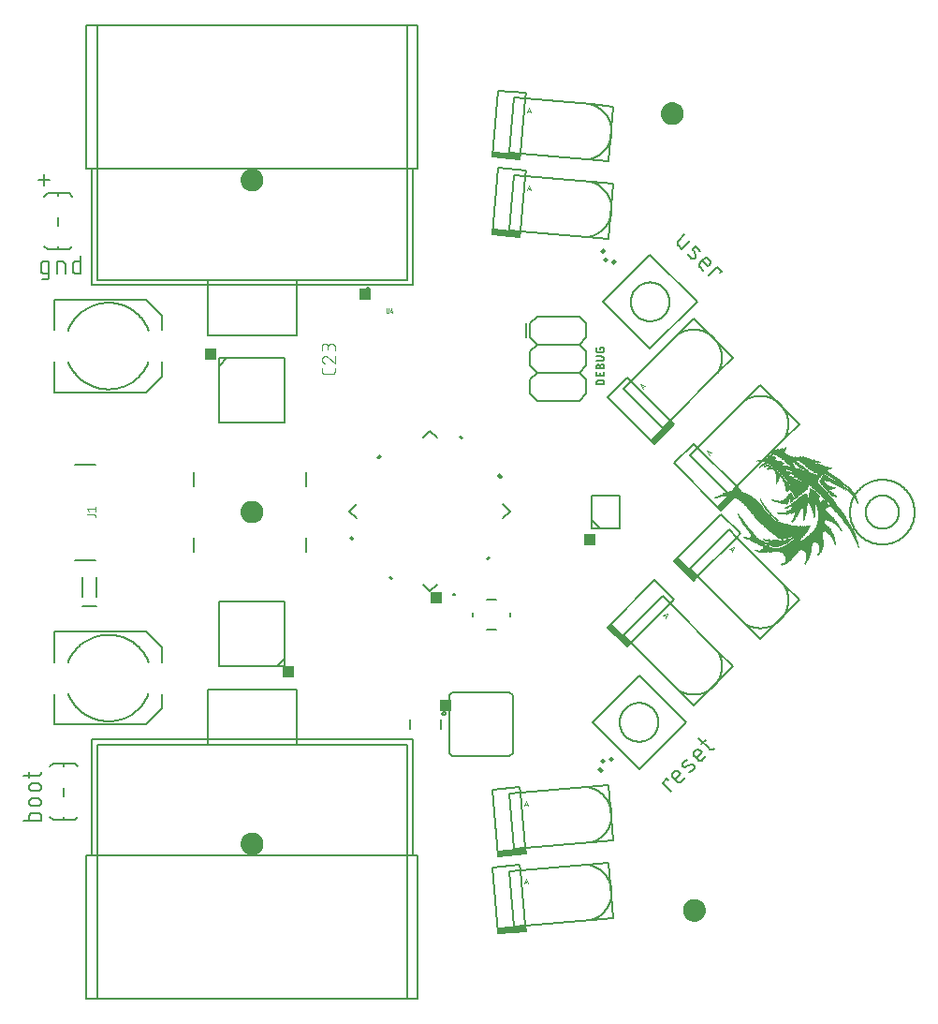
<source format=gbr>
G04 EAGLE Gerber RS-274X export*
G75*
%MOMM*%
%FSLAX34Y34*%
%LPD*%
%INSilkscreen Top*%
%IPPOS*%
%AMOC8*
5,1,8,0,0,1.08239X$1,22.5*%
G01*
%ADD10R,1.000000X1.000000*%
%ADD11C,0.152400*%
%ADD12C,1.000000*%
%ADD13C,0.127000*%
%ADD14C,0.050800*%
%ADD15R,2.500000X0.500000*%
%ADD16C,0.203200*%
%ADD17R,0.325000X0.425000*%
%ADD18R,0.350000X0.350000*%
%ADD19C,0.101600*%
%ADD20C,0.025400*%
%ADD21R,0.023441X0.046900*%
%ADD22R,0.023438X0.023400*%
%ADD23R,0.023431X0.070300*%
%ADD24R,0.023441X0.070300*%
%ADD25R,0.023438X0.070300*%
%ADD26R,0.023431X0.093800*%
%ADD27R,0.023441X0.093700*%
%ADD28R,0.023438X0.093700*%
%ADD29R,0.023441X0.117100*%
%ADD30R,0.023431X0.093700*%
%ADD31R,0.023441X0.117200*%
%ADD32R,0.023438X0.140600*%
%ADD33R,0.023431X0.140700*%
%ADD34R,0.023441X0.140700*%
%ADD35R,0.023438X0.164100*%
%ADD36R,0.023441X0.140600*%
%ADD37R,0.023431X0.164000*%
%ADD38R,0.023441X0.164000*%
%ADD39R,0.023438X0.187500*%
%ADD40R,0.023441X0.187500*%
%ADD41R,0.023431X0.187500*%
%ADD42R,0.023438X0.210900*%
%ADD43R,0.023441X0.210900*%
%ADD44R,0.023431X0.234400*%
%ADD45R,0.023441X0.234400*%
%ADD46R,0.023438X0.234400*%
%ADD47R,0.023431X0.257900*%
%ADD48R,0.023441X0.257900*%
%ADD49R,0.023438X0.257900*%
%ADD50R,0.023441X0.281300*%
%ADD51R,0.023431X0.281300*%
%ADD52R,0.023438X0.304700*%
%ADD53R,0.023441X0.304700*%
%ADD54R,0.023431X0.328200*%
%ADD55R,0.023441X0.328200*%
%ADD56R,0.023441X0.328100*%
%ADD57R,0.023431X0.328100*%
%ADD58R,0.023438X0.351500*%
%ADD59R,0.023441X0.351500*%
%ADD60R,0.023431X0.351500*%
%ADD61R,0.023441X0.375000*%
%ADD62R,0.023438X0.398500*%
%ADD63R,0.023441X0.398500*%
%ADD64R,0.023431X0.398500*%
%ADD65R,0.023441X0.421900*%
%ADD66R,0.023438X0.421900*%
%ADD67R,0.023431X0.421900*%
%ADD68R,0.023441X0.445400*%
%ADD69R,0.023438X0.445400*%
%ADD70R,0.023431X0.468800*%
%ADD71R,0.023441X0.468800*%
%ADD72R,0.023438X0.492200*%
%ADD73R,0.023441X0.492200*%
%ADD74R,0.023431X0.492200*%
%ADD75R,0.023438X0.515600*%
%ADD76R,0.023441X0.515600*%
%ADD77R,0.023431X0.515600*%
%ADD78R,0.023438X0.539100*%
%ADD79R,0.023441X0.562500*%
%ADD80R,0.023431X0.562500*%
%ADD81R,0.023441X0.585900*%
%ADD82R,0.023438X0.585900*%
%ADD83R,0.023431X0.609300*%
%ADD84R,0.023441X0.609300*%
%ADD85R,0.023438X0.609300*%
%ADD86R,0.023441X0.632800*%
%ADD87R,0.023431X0.632800*%
%ADD88R,0.023441X0.656200*%
%ADD89R,0.023438X0.656200*%
%ADD90R,0.023441X0.679700*%
%ADD91R,0.023431X0.679700*%
%ADD92R,0.023438X0.679700*%
%ADD93R,0.023441X0.703100*%
%ADD94R,0.023431X0.726600*%
%ADD95R,0.023441X0.726600*%
%ADD96R,0.023441X0.023500*%
%ADD97R,0.023438X0.750000*%
%ADD98R,0.023438X0.046900*%
%ADD99R,0.023441X0.750000*%
%ADD100R,0.023431X0.773400*%
%ADD101R,0.023441X0.773500*%
%ADD102R,0.023438X0.796900*%
%ADD103R,0.023438X0.140700*%
%ADD104R,0.023441X0.796900*%
%ADD105R,0.023431X0.820400*%
%ADD106R,0.023431X0.164100*%
%ADD107R,0.023441X0.843800*%
%ADD108R,0.023438X0.843800*%
%ADD109R,0.023441X0.843700*%
%ADD110R,0.023431X0.867200*%
%ADD111R,0.023431X0.234300*%
%ADD112R,0.023441X0.890600*%
%ADD113R,0.023438X0.914000*%
%ADD114R,0.023438X0.257800*%
%ADD115R,0.023441X0.914000*%
%ADD116R,0.023441X0.257800*%
%ADD117R,0.023431X0.914100*%
%ADD118R,0.023441X0.937500*%
%ADD119R,0.023438X0.961000*%
%ADD120R,0.023438X0.281200*%
%ADD121R,0.023441X0.984400*%
%ADD122R,0.023431X0.984300*%
%ADD123R,0.023431X0.304700*%
%ADD124R,0.023441X1.007800*%
%ADD125R,0.023438X1.007800*%
%ADD126R,0.023438X0.351600*%
%ADD127R,0.023431X1.031200*%
%ADD128R,0.023431X0.351600*%
%ADD129R,0.023431X0.023500*%
%ADD130R,0.023441X1.054700*%
%ADD131R,0.023438X1.054700*%
%ADD132R,0.023438X0.375000*%
%ADD133R,0.023438X0.070400*%
%ADD134R,0.023441X1.078200*%
%ADD135R,0.023441X0.070400*%
%ADD136R,0.023431X1.101600*%
%ADD137R,0.023431X0.375000*%
%ADD138R,0.023441X1.101500*%
%ADD139R,0.023441X0.093800*%
%ADD140R,0.023438X1.125000*%
%ADD141R,0.023441X1.148400*%
%ADD142R,0.023431X1.148400*%
%ADD143R,0.023431X0.398400*%
%ADD144R,0.023441X1.195300*%
%ADD145R,0.023438X1.195400*%
%ADD146R,0.023438X0.117200*%
%ADD147R,0.023441X1.218800*%
%ADD148R,0.023431X1.218700*%
%ADD149R,0.023431X0.140600*%
%ADD150R,0.023441X1.242200*%
%ADD151R,0.023438X1.265600*%
%ADD152R,0.023438X0.398400*%
%ADD153R,0.023438X0.164000*%
%ADD154R,0.023441X1.265600*%
%ADD155R,0.023431X1.289100*%
%ADD156R,0.023441X1.312500*%
%ADD157R,0.023441X0.164100*%
%ADD158R,0.023438X1.335900*%
%ADD159R,0.023441X1.335900*%
%ADD160R,0.023431X1.359400*%
%ADD161R,0.023441X1.359400*%
%ADD162R,0.023441X0.211000*%
%ADD163R,0.023438X1.359300*%
%ADD164R,0.023438X0.211000*%
%ADD165R,0.023441X1.382800*%
%ADD166R,0.023431X1.406300*%
%ADD167R,0.023431X0.257800*%
%ADD168R,0.023441X1.429700*%
%ADD169R,0.023438X1.429700*%
%ADD170R,0.023441X0.281200*%
%ADD171R,0.023431X1.453100*%
%ADD172R,0.023431X0.421800*%
%ADD173R,0.023441X1.476600*%
%ADD174R,0.023438X1.500000*%
%ADD175R,0.023438X0.445300*%
%ADD176R,0.023438X0.328200*%
%ADD177R,0.023441X1.500000*%
%ADD178R,0.023441X0.867200*%
%ADD179R,0.023431X1.500000*%
%ADD180R,0.023431X0.843700*%
%ADD181R,0.023441X0.820300*%
%ADD182R,0.023438X1.546900*%
%ADD183R,0.023438X0.796800*%
%ADD184R,0.023441X1.546800*%
%ADD185R,0.023431X1.546900*%
%ADD186R,0.023431X0.773500*%
%ADD187R,0.023441X1.546900*%
%ADD188R,0.023441X0.773400*%
%ADD189R,0.023438X1.570400*%
%ADD190R,0.023438X0.726500*%
%ADD191R,0.023441X1.570300*%
%ADD192R,0.023431X1.593800*%
%ADD193R,0.023431X0.703200*%
%ADD194R,0.023441X1.593700*%
%ADD195R,0.023438X1.593700*%
%ADD196R,0.023441X1.617200*%
%ADD197R,0.023431X1.617200*%
%ADD198R,0.023441X0.023400*%
%ADD199R,0.023438X1.640600*%
%ADD200R,0.023438X0.609400*%
%ADD201R,0.023438X0.046800*%
%ADD202R,0.023441X1.640700*%
%ADD203R,0.023441X0.609400*%
%ADD204R,0.023441X0.046800*%
%ADD205R,0.023431X1.640600*%
%ADD206R,0.023431X0.585900*%
%ADD207R,0.023441X1.640600*%
%ADD208R,0.023438X0.562500*%
%ADD209R,0.023431X0.046800*%
%ADD210R,0.023431X1.640700*%
%ADD211R,0.023431X0.539100*%
%ADD212R,0.023441X0.539000*%
%ADD213R,0.023438X1.664100*%
%ADD214R,0.023441X1.664100*%
%ADD215R,0.023431X1.664000*%
%ADD216R,0.023431X0.117200*%
%ADD217R,0.023438X1.664000*%
%ADD218R,0.023441X0.445300*%
%ADD219R,0.023431X1.664100*%
%ADD220R,0.023431X0.445300*%
%ADD221R,0.023438X1.640700*%
%ADD222R,0.023438X0.468700*%
%ADD223R,0.023431X0.211000*%
%ADD224R,0.023431X0.210900*%
%ADD225R,0.023438X1.617200*%
%ADD226R,0.023438X0.281300*%
%ADD227R,0.023441X0.234300*%
%ADD228R,0.023441X0.468700*%
%ADD229R,0.023431X1.593700*%
%ADD230R,0.023441X1.593800*%
%ADD231R,0.023441X0.351600*%
%ADD232R,0.023438X0.234300*%
%ADD233R,0.023431X1.570300*%
%ADD234R,0.023431X0.023400*%
%ADD235R,0.023431X1.031300*%
%ADD236R,0.023438X1.570300*%
%ADD237R,0.023438X0.726600*%
%ADD238R,0.023441X0.703200*%
%ADD239R,0.023431X1.546800*%
%ADD240R,0.023438X0.328100*%
%ADD241R,0.023441X1.523500*%
%ADD242R,0.023441X0.656300*%
%ADD243R,0.023431X0.586000*%
%ADD244R,0.023431X1.523400*%
%ADD245R,0.023431X0.632900*%
%ADD246R,0.023441X0.632900*%
%ADD247R,0.023438X0.632900*%
%ADD248R,0.023431X0.609400*%
%ADD249R,0.023441X1.476500*%
%ADD250R,0.023438X1.476600*%
%ADD251R,0.023438X0.586000*%
%ADD252R,0.023441X0.586000*%
%ADD253R,0.023431X1.476600*%
%ADD254R,0.023441X1.453200*%
%ADD255R,0.023438X0.703100*%
%ADD256R,0.023438X1.453100*%
%ADD257R,0.023441X1.453100*%
%ADD258R,0.023431X1.453200*%
%ADD259R,0.023441X0.796800*%
%ADD260R,0.023438X0.820300*%
%ADD261R,0.023441X1.429600*%
%ADD262R,0.023431X0.890600*%
%ADD263R,0.023441X0.914100*%
%ADD264R,0.023441X0.539100*%
%ADD265R,0.023438X0.914100*%
%ADD266R,0.023438X1.453200*%
%ADD267R,0.023431X0.961000*%
%ADD268R,0.023431X1.429700*%
%ADD269R,0.023431X0.468700*%
%ADD270R,0.023438X0.960900*%
%ADD271R,0.023441X0.984300*%
%ADD272R,0.023431X0.984400*%
%ADD273R,0.023431X1.429600*%
%ADD274R,0.023438X1.406300*%
%ADD275R,0.023441X1.406200*%
%ADD276R,0.023431X0.070400*%
%ADD277R,0.023441X0.961000*%
%ADD278R,0.023438X0.984400*%
%ADD279R,0.023438X0.632800*%
%ADD280R,0.023441X1.007900*%
%ADD281R,0.023431X1.007800*%
%ADD282R,0.023441X0.398400*%
%ADD283R,0.023441X1.031200*%
%ADD284R,0.023438X1.031200*%
%ADD285R,0.023438X1.429600*%
%ADD286R,0.023431X0.445400*%
%ADD287R,0.023438X0.468800*%
%ADD288R,0.023441X1.406300*%
%ADD289R,0.023431X0.046900*%
%ADD290R,0.023441X1.171900*%
%ADD291R,0.023431X1.125000*%
%ADD292R,0.023441X1.078100*%
%ADD293R,0.023438X0.890600*%
%ADD294R,0.023438X0.093800*%
%ADD295R,0.023441X0.726500*%
%ADD296R,0.023438X0.937500*%
%ADD297R,0.023431X0.960900*%
%ADD298R,0.023431X0.515700*%
%ADD299R,0.023438X1.476500*%
%ADD300R,0.023431X0.539000*%
%ADD301R,0.023438X0.539000*%
%ADD302R,0.023431X0.867100*%
%ADD303R,0.023431X1.078200*%
%ADD304R,0.023441X1.101600*%
%ADD305R,0.023438X1.101500*%
%ADD306R,0.023441X0.492100*%
%ADD307R,0.023431X0.937500*%
%ADD308R,0.023431X0.796900*%
%ADD309R,0.023431X0.492100*%
%ADD310R,0.023431X0.281200*%
%ADD311R,0.023431X0.656200*%
%ADD312R,0.023441X1.031300*%
%ADD313R,0.023438X0.421800*%
%ADD314R,0.023441X0.421800*%
%ADD315R,0.023431X1.078100*%
%ADD316R,0.023431X1.406200*%
%ADD317R,0.023438X1.382800*%
%ADD318R,0.023438X0.867200*%
%ADD319R,0.023441X1.148500*%
%ADD320R,0.023438X1.101600*%
%ADD321R,0.023431X1.335900*%
%ADD322R,0.023441X1.664000*%
%ADD323R,0.023438X1.289100*%
%ADD324R,0.023441X1.289100*%
%ADD325R,0.023441X1.265700*%
%ADD326R,0.023438X1.242200*%
%ADD327R,0.023431X0.656300*%
%ADD328R,0.023431X1.242200*%
%ADD329R,0.023441X0.679600*%
%ADD330R,0.023438X0.515700*%
%ADD331R,0.023438X1.195300*%
%ADD332R,0.023431X0.703100*%
%ADD333R,0.023431X1.171900*%
%ADD334R,0.023441X1.125000*%
%ADD335R,0.023441X0.304600*%
%ADD336R,0.023431X0.843800*%
%ADD337R,0.023438X1.289000*%
%ADD338R,0.023438X1.617100*%
%ADD339R,0.023441X1.289000*%
%ADD340R,0.023431X1.265600*%
%ADD341R,0.023431X1.312500*%
%ADD342R,0.023431X0.750000*%
%ADD343R,0.023441X1.359300*%
%ADD344R,0.023438X1.359400*%
%ADD345R,0.023438X0.984300*%
%ADD346R,0.023438X1.593800*%
%ADD347R,0.023441X1.195400*%
%ADD348R,0.023441X0.960900*%
%ADD349R,0.023431X1.218800*%
%ADD350R,0.023441X1.523400*%
%ADD351R,0.023431X0.890700*%
%ADD352R,0.023438X1.804700*%
%ADD353R,0.023441X1.757800*%
%ADD354R,0.023431X1.734400*%
%ADD355R,0.023431X2.578200*%
%ADD356R,0.023441X1.711000*%
%ADD357R,0.023441X2.554700*%
%ADD358R,0.023438X1.687500*%
%ADD359R,0.023438X2.531300*%
%ADD360R,0.023441X0.820400*%
%ADD361R,0.023441X2.507800*%
%ADD362R,0.023431X1.523500*%
%ADD363R,0.023431X2.461000*%
%ADD364R,0.023441X1.617100*%
%ADD365R,0.023441X2.414000*%
%ADD366R,0.023438X2.390600*%
%ADD367R,0.023441X2.367200*%
%ADD368R,0.023431X2.343700*%
%ADD369R,0.023441X2.320300*%
%ADD370R,0.023438X1.406200*%
%ADD371R,0.023438X0.843700*%
%ADD372R,0.023431X1.336000*%
%ADD373R,0.023431X1.359300*%
%ADD374R,0.023431X0.820300*%
%ADD375R,0.023438X1.312500*%
%ADD376R,0.023441X1.171800*%
%ADD377R,0.023438X1.218700*%
%ADD378R,0.023438X1.171900*%
%ADD379R,0.023431X1.054700*%
%ADD380R,0.023438X1.078100*%
%ADD381R,0.023438X2.109300*%
%ADD382R,0.023438X1.031300*%
%ADD383R,0.023441X2.062500*%
%ADD384R,0.023431X2.039100*%
%ADD385R,0.023441X2.015600*%
%ADD386R,0.023438X2.015600*%
%ADD387R,0.023438X2.296900*%
%ADD388R,0.023441X2.273400*%
%ADD389R,0.023431X0.726500*%
%ADD390R,0.023431X2.156200*%
%ADD391R,0.023431X2.179700*%
%ADD392R,0.023441X2.109400*%
%ADD393R,0.023438X2.085900*%
%ADD394R,0.023438X2.039100*%
%ADD395R,0.023441X2.039100*%
%ADD396R,0.023441X1.945400*%
%ADD397R,0.023431X1.992200*%
%ADD398R,0.023431X1.875000*%
%ADD399R,0.023441X1.945300*%
%ADD400R,0.023438X1.921900*%
%ADD401R,0.023441X1.851500*%
%ADD402R,0.023431X1.804700*%
%ADD403R,0.023431X2.226600*%
%ADD404R,0.023441X1.734300*%
%ADD405R,0.023441X2.226500*%
%ADD406R,0.023438X2.203200*%
%ADD407R,0.023441X1.570400*%
%ADD408R,0.023441X2.156300*%
%ADD409R,0.023431X2.132800*%
%ADD410R,0.023441X2.109300*%
%ADD411R,0.023438X2.086000*%
%ADD412R,0.023441X1.968800*%
%ADD413R,0.023438X1.945300*%
%ADD414R,0.023441X1.898400*%
%ADD415R,0.023441X1.828100*%
%ADD416R,0.023438X1.523400*%
%ADD417R,0.023438X1.781200*%
%ADD418R,0.023441X1.734400*%
%ADD419R,0.023431X1.054600*%
%ADD420R,0.023441X1.054600*%
%ADD421R,0.023441X1.757900*%
%ADD422R,0.023441X1.851600*%
%ADD423R,0.023438X1.078200*%
%ADD424R,0.023438X1.336000*%
%ADD425R,0.023431X2.109400*%
%ADD426R,0.023438X2.461000*%
%ADD427R,0.023441X2.437500*%
%ADD428R,0.023431X1.382800*%
%ADD429R,0.023431X2.367200*%
%ADD430R,0.023441X2.296900*%
%ADD431R,0.023431X1.195300*%
%ADD432R,0.023441X0.867100*%
%ADD433R,0.023441X1.336000*%
%ADD434R,0.023431X0.914000*%
%ADD435R,0.023438X0.117100*%
%ADD436R,0.023438X1.148400*%
%ADD437R,0.023431X0.117100*%
%ADD438R,0.023431X1.711000*%
%ADD439R,0.023441X1.804700*%
%ADD440R,0.023431X2.250000*%
%ADD441R,0.023441X4.453100*%
%ADD442R,0.023438X4.007800*%
%ADD443R,0.023441X4.007800*%
%ADD444R,0.023431X4.007800*%
%ADD445R,0.023441X4.171900*%
%ADD446R,0.023438X4.640700*%
%ADD447R,0.023441X4.570300*%
%ADD448R,0.023431X4.523400*%
%ADD449R,0.023441X4.500000*%
%ADD450R,0.023438X4.500000*%
%ADD451R,0.023441X4.476600*%
%ADD452R,0.023431X4.453100*%
%ADD453R,0.023441X4.429700*%
%ADD454R,0.023438X4.406300*%
%ADD455R,0.023441X2.859300*%
%ADD456R,0.023431X2.859400*%
%ADD457R,0.023441X2.906300*%
%ADD458R,0.023438X2.906300*%
%ADD459R,0.023441X2.882900*%
%ADD460R,0.023431X0.796800*%
%ADD461R,0.023431X2.882900*%
%ADD462R,0.023441X2.835900*%
%ADD463R,0.023438X1.171800*%
%ADD464R,0.023438X0.820400*%
%ADD465R,0.023438X2.812500*%
%ADD466R,0.023441X2.812500*%
%ADD467R,0.023441X0.515700*%
%ADD468R,0.023438X1.757800*%
%ADD469R,0.023441X1.710900*%
%ADD470R,0.023438X0.773500*%
%ADD471R,0.023438X0.773400*%
%ADD472R,0.023438X0.023500*%
%ADD473R,0.023438X0.656300*%

G36*
X379293Y465408D02*
X379293Y465408D01*
X379295Y465408D01*
X379378Y465445D01*
X381174Y467241D01*
X381175Y467243D01*
X381177Y467243D01*
X381194Y467288D01*
X381211Y467332D01*
X381210Y467334D01*
X381211Y467336D01*
X381174Y467419D01*
X378480Y470113D01*
X378478Y470114D01*
X378477Y470116D01*
X378433Y470132D01*
X378389Y470150D01*
X378387Y470149D01*
X378385Y470150D01*
X378302Y470113D01*
X376506Y468317D01*
X376505Y468315D01*
X376503Y468314D01*
X376486Y468270D01*
X376469Y468226D01*
X376470Y468224D01*
X376469Y468222D01*
X376506Y468139D01*
X379200Y465445D01*
X379202Y465444D01*
X379203Y465442D01*
X379247Y465425D01*
X379291Y465408D01*
X379293Y465408D01*
G37*
G36*
X280611Y373797D02*
X280611Y373797D01*
X280613Y373796D01*
X280696Y373833D01*
X282492Y375629D01*
X282493Y375631D01*
X282495Y375632D01*
X282511Y375677D01*
X282529Y375721D01*
X282528Y375723D01*
X282529Y375725D01*
X282492Y375808D01*
X279798Y378502D01*
X279796Y378503D01*
X279795Y378505D01*
X279750Y378521D01*
X279707Y378539D01*
X279705Y378538D01*
X279703Y378539D01*
X279619Y378502D01*
X277823Y376706D01*
X277822Y376704D01*
X277820Y376703D01*
X277804Y376658D01*
X277786Y376615D01*
X277787Y376613D01*
X277786Y376610D01*
X277823Y376527D01*
X280517Y373833D01*
X280519Y373832D01*
X280520Y373830D01*
X280565Y373814D01*
X280609Y373796D01*
X280611Y373797D01*
G37*
G36*
X304461Y447731D02*
X304461Y447731D01*
X304463Y447730D01*
X304547Y447767D01*
X307241Y450461D01*
X307241Y450463D01*
X307243Y450464D01*
X307260Y450508D01*
X307278Y450552D01*
X307277Y450554D01*
X307277Y450556D01*
X307241Y450639D01*
X305445Y452436D01*
X305443Y452436D01*
X305442Y452438D01*
X305397Y452455D01*
X305353Y452472D01*
X305351Y452472D01*
X305349Y452472D01*
X305266Y452436D01*
X302572Y449741D01*
X302571Y449739D01*
X302569Y449739D01*
X302553Y449694D01*
X302535Y449650D01*
X302536Y449648D01*
X302535Y449646D01*
X302572Y449563D01*
X304368Y447767D01*
X304370Y447766D01*
X304371Y447764D01*
X304416Y447748D01*
X304459Y447730D01*
X304461Y447731D01*
G37*
G36*
X414648Y430053D02*
X414648Y430053D01*
X414650Y430052D01*
X414734Y430089D01*
X416530Y431885D01*
X416530Y431887D01*
X416532Y431888D01*
X416549Y431933D01*
X416567Y431977D01*
X416566Y431979D01*
X416566Y431981D01*
X416530Y432064D01*
X413836Y434758D01*
X413834Y434759D01*
X413833Y434761D01*
X413788Y434777D01*
X413744Y434795D01*
X413742Y434794D01*
X413740Y434795D01*
X413657Y434758D01*
X411861Y432962D01*
X411860Y432960D01*
X411858Y432959D01*
X411842Y432914D01*
X411824Y432871D01*
X411825Y432869D01*
X411824Y432866D01*
X411861Y432783D01*
X414555Y430089D01*
X414557Y430088D01*
X414558Y430086D01*
X414603Y430070D01*
X414646Y430052D01*
X414648Y430053D01*
G37*
G36*
X403144Y356119D02*
X403144Y356119D01*
X403146Y356119D01*
X403229Y356156D01*
X405923Y358850D01*
X405924Y358852D01*
X405926Y358853D01*
X405942Y358897D01*
X405960Y358941D01*
X405959Y358943D01*
X405960Y358945D01*
X405923Y359028D01*
X404127Y360824D01*
X404125Y360825D01*
X404124Y360827D01*
X404080Y360843D01*
X404036Y360861D01*
X404034Y360860D01*
X404032Y360861D01*
X403948Y360824D01*
X401254Y358130D01*
X401254Y358128D01*
X401252Y358127D01*
X401235Y358083D01*
X401217Y358039D01*
X401218Y358037D01*
X401218Y358035D01*
X401254Y357952D01*
X403050Y356156D01*
X403052Y356155D01*
X403053Y356153D01*
X403098Y356136D01*
X403142Y356119D01*
X403144Y356119D01*
G37*
G36*
X315966Y338442D02*
X315966Y338442D01*
X315968Y338441D01*
X316051Y338478D01*
X317847Y340274D01*
X317848Y340276D01*
X317850Y340277D01*
X317866Y340321D01*
X317884Y340365D01*
X317883Y340367D01*
X317884Y340369D01*
X317847Y340452D01*
X315153Y343147D01*
X315151Y343147D01*
X315150Y343149D01*
X315106Y343166D01*
X315062Y343183D01*
X315060Y343183D01*
X315058Y343183D01*
X314975Y343147D01*
X313179Y341350D01*
X313178Y341348D01*
X313176Y341348D01*
X313159Y341303D01*
X313142Y341259D01*
X313143Y341257D01*
X313142Y341255D01*
X313179Y341172D01*
X315873Y338478D01*
X315875Y338477D01*
X315876Y338475D01*
X315920Y338459D01*
X315964Y338441D01*
X315966Y338442D01*
G37*
D10*
X152808Y542432D03*
X222808Y255480D03*
X356712Y322808D03*
D11*
X7215Y700132D02*
X-3622Y700132D01*
X1797Y705550D02*
X1797Y694713D01*
X1785Y615710D02*
X6301Y615710D01*
X1785Y615710D02*
X1684Y615712D01*
X1583Y615718D01*
X1482Y615727D01*
X1381Y615740D01*
X1281Y615757D01*
X1182Y615778D01*
X1084Y615802D01*
X987Y615830D01*
X890Y615862D01*
X795Y615897D01*
X702Y615936D01*
X610Y615978D01*
X519Y616024D01*
X431Y616073D01*
X344Y616125D01*
X259Y616181D01*
X176Y616239D01*
X96Y616301D01*
X18Y616366D01*
X-58Y616433D01*
X-131Y616503D01*
X-201Y616576D01*
X-268Y616652D01*
X-333Y616730D01*
X-395Y616810D01*
X-453Y616893D01*
X-509Y616978D01*
X-561Y617065D01*
X-610Y617153D01*
X-656Y617244D01*
X-698Y617336D01*
X-737Y617429D01*
X-772Y617524D01*
X-804Y617621D01*
X-832Y617718D01*
X-856Y617816D01*
X-877Y617915D01*
X-894Y618015D01*
X-907Y618116D01*
X-916Y618217D01*
X-922Y618318D01*
X-924Y618419D01*
X-924Y623838D01*
X-922Y623939D01*
X-916Y624040D01*
X-907Y624141D01*
X-894Y624242D01*
X-877Y624342D01*
X-856Y624441D01*
X-832Y624539D01*
X-804Y624636D01*
X-772Y624733D01*
X-737Y624828D01*
X-698Y624921D01*
X-656Y625013D01*
X-610Y625104D01*
X-561Y625193D01*
X-509Y625279D01*
X-453Y625364D01*
X-395Y625447D01*
X-333Y625527D01*
X-268Y625605D01*
X-201Y625681D01*
X-131Y625754D01*
X-58Y625824D01*
X18Y625891D01*
X96Y625956D01*
X176Y626018D01*
X259Y626076D01*
X344Y626132D01*
X431Y626184D01*
X519Y626233D01*
X610Y626279D01*
X702Y626321D01*
X795Y626360D01*
X890Y626395D01*
X987Y626427D01*
X1084Y626455D01*
X1182Y626479D01*
X1281Y626500D01*
X1381Y626517D01*
X1482Y626530D01*
X1583Y626539D01*
X1684Y626545D01*
X1785Y626547D01*
X6301Y626547D01*
X6301Y613001D01*
X6300Y613001D02*
X6298Y612897D01*
X6292Y612794D01*
X6282Y612690D01*
X6268Y612587D01*
X6250Y612485D01*
X6229Y612384D01*
X6203Y612283D01*
X6174Y612184D01*
X6141Y612085D01*
X6104Y611988D01*
X6063Y611893D01*
X6019Y611799D01*
X5971Y611707D01*
X5920Y611617D01*
X5865Y611528D01*
X5807Y611442D01*
X5745Y611359D01*
X5681Y611277D01*
X5613Y611199D01*
X5543Y611123D01*
X5470Y611049D01*
X5393Y610979D01*
X5315Y610911D01*
X5233Y610847D01*
X5150Y610785D01*
X5064Y610727D01*
X4975Y610672D01*
X4885Y610621D01*
X4793Y610573D01*
X4699Y610529D01*
X4604Y610488D01*
X4507Y610451D01*
X4408Y610418D01*
X4309Y610389D01*
X4208Y610363D01*
X4107Y610342D01*
X4005Y610324D01*
X3902Y610310D01*
X3798Y610300D01*
X3695Y610294D01*
X3591Y610292D01*
X3591Y610291D02*
X-21Y610291D01*
X13738Y615710D02*
X13738Y626547D01*
X18254Y626547D01*
X18358Y626545D01*
X18461Y626539D01*
X18565Y626529D01*
X18668Y626515D01*
X18770Y626497D01*
X18871Y626476D01*
X18972Y626450D01*
X19071Y626421D01*
X19170Y626388D01*
X19267Y626351D01*
X19362Y626310D01*
X19456Y626266D01*
X19548Y626218D01*
X19638Y626167D01*
X19727Y626112D01*
X19813Y626054D01*
X19896Y625992D01*
X19978Y625928D01*
X20056Y625860D01*
X20132Y625790D01*
X20206Y625717D01*
X20276Y625640D01*
X20344Y625562D01*
X20408Y625480D01*
X20470Y625397D01*
X20528Y625311D01*
X20583Y625222D01*
X20634Y625132D01*
X20682Y625040D01*
X20726Y624946D01*
X20767Y624851D01*
X20804Y624754D01*
X20837Y624655D01*
X20866Y624556D01*
X20892Y624455D01*
X20913Y624354D01*
X20931Y624252D01*
X20945Y624149D01*
X20955Y624045D01*
X20961Y623942D01*
X20963Y623838D01*
X20963Y615710D01*
X34958Y615710D02*
X34958Y631966D01*
X34958Y615710D02*
X30442Y615710D01*
X30341Y615712D01*
X30240Y615718D01*
X30139Y615727D01*
X30038Y615740D01*
X29938Y615757D01*
X29839Y615778D01*
X29741Y615802D01*
X29644Y615830D01*
X29547Y615862D01*
X29452Y615897D01*
X29359Y615936D01*
X29267Y615978D01*
X29176Y616024D01*
X29088Y616073D01*
X29001Y616125D01*
X28916Y616181D01*
X28833Y616239D01*
X28753Y616301D01*
X28675Y616366D01*
X28599Y616433D01*
X28526Y616503D01*
X28456Y616576D01*
X28389Y616652D01*
X28324Y616730D01*
X28262Y616810D01*
X28204Y616893D01*
X28148Y616978D01*
X28096Y617065D01*
X28047Y617153D01*
X28001Y617244D01*
X27959Y617336D01*
X27920Y617429D01*
X27885Y617524D01*
X27853Y617621D01*
X27825Y617718D01*
X27801Y617816D01*
X27780Y617915D01*
X27763Y618015D01*
X27750Y618116D01*
X27741Y618217D01*
X27735Y618318D01*
X27733Y618419D01*
X27733Y623838D01*
X27735Y623939D01*
X27741Y624040D01*
X27750Y624141D01*
X27763Y624242D01*
X27780Y624342D01*
X27801Y624441D01*
X27825Y624539D01*
X27853Y624636D01*
X27885Y624733D01*
X27920Y624828D01*
X27959Y624921D01*
X28001Y625013D01*
X28047Y625104D01*
X28096Y625193D01*
X28148Y625279D01*
X28204Y625364D01*
X28262Y625447D01*
X28324Y625527D01*
X28389Y625605D01*
X28456Y625681D01*
X28526Y625754D01*
X28599Y625824D01*
X28675Y625891D01*
X28753Y625956D01*
X28833Y626018D01*
X28916Y626076D01*
X29001Y626132D01*
X29088Y626184D01*
X29176Y626233D01*
X29267Y626279D01*
X29359Y626321D01*
X29452Y626360D01*
X29547Y626395D01*
X29644Y626427D01*
X29741Y626455D01*
X29839Y626479D01*
X29938Y626500D01*
X30038Y626517D01*
X30139Y626530D01*
X30240Y626539D01*
X30341Y626545D01*
X30442Y626547D01*
X34958Y626547D01*
X561289Y155173D02*
X568952Y147510D01*
X561289Y155173D02*
X565120Y159004D01*
X566398Y157727D01*
X578176Y156734D02*
X581369Y159927D01*
X578177Y156734D02*
X578102Y156662D01*
X578024Y156593D01*
X577944Y156527D01*
X577862Y156464D01*
X577777Y156405D01*
X577690Y156348D01*
X577600Y156295D01*
X577509Y156246D01*
X577416Y156200D01*
X577322Y156157D01*
X577225Y156118D01*
X577128Y156083D01*
X577029Y156052D01*
X576929Y156025D01*
X576828Y156001D01*
X576726Y155981D01*
X576623Y155965D01*
X576520Y155953D01*
X576417Y155945D01*
X576313Y155941D01*
X576209Y155941D01*
X576105Y155945D01*
X576002Y155953D01*
X575899Y155965D01*
X575796Y155981D01*
X575694Y156001D01*
X575593Y156025D01*
X575493Y156052D01*
X575394Y156083D01*
X575297Y156118D01*
X575200Y156157D01*
X575106Y156200D01*
X575013Y156246D01*
X574922Y156295D01*
X574832Y156348D01*
X574745Y156405D01*
X574660Y156464D01*
X574578Y156527D01*
X574498Y156593D01*
X574420Y156662D01*
X574345Y156734D01*
X571152Y159927D01*
X571069Y160013D01*
X570989Y160101D01*
X570912Y160192D01*
X570837Y160286D01*
X570766Y160382D01*
X570699Y160480D01*
X570634Y160581D01*
X570573Y160684D01*
X570515Y160788D01*
X570461Y160895D01*
X570410Y161003D01*
X570363Y161113D01*
X570320Y161224D01*
X570280Y161336D01*
X570244Y161450D01*
X570212Y161565D01*
X570184Y161681D01*
X570159Y161798D01*
X570138Y161916D01*
X570122Y162034D01*
X570109Y162153D01*
X570100Y162272D01*
X570095Y162391D01*
X570094Y162511D01*
X570097Y162630D01*
X570104Y162750D01*
X570115Y162868D01*
X570130Y162987D01*
X570148Y163105D01*
X570171Y163222D01*
X570197Y163339D01*
X570228Y163454D01*
X570262Y163569D01*
X570300Y163682D01*
X570341Y163794D01*
X570386Y163905D01*
X570435Y164014D01*
X570488Y164121D01*
X570544Y164226D01*
X570603Y164330D01*
X570666Y164432D01*
X570732Y164531D01*
X570801Y164628D01*
X570874Y164723D01*
X570950Y164815D01*
X571028Y164905D01*
X571110Y164992D01*
X571195Y165077D01*
X571282Y165159D01*
X571372Y165237D01*
X571464Y165313D01*
X571559Y165386D01*
X571656Y165455D01*
X571756Y165521D01*
X571857Y165584D01*
X571961Y165643D01*
X572066Y165699D01*
X572174Y165752D01*
X572282Y165801D01*
X572393Y165846D01*
X572505Y165887D01*
X572618Y165925D01*
X572733Y165959D01*
X572848Y165990D01*
X572965Y166016D01*
X573082Y166039D01*
X573200Y166057D01*
X573319Y166072D01*
X573438Y166083D01*
X573557Y166090D01*
X573676Y166093D01*
X573796Y166092D01*
X573915Y166087D01*
X574034Y166078D01*
X574153Y166065D01*
X574271Y166049D01*
X574389Y166028D01*
X574506Y166003D01*
X574622Y165975D01*
X574737Y165943D01*
X574851Y165907D01*
X574963Y165867D01*
X575074Y165824D01*
X575184Y165777D01*
X575292Y165726D01*
X575399Y165672D01*
X575503Y165614D01*
X575606Y165553D01*
X575707Y165488D01*
X575805Y165421D01*
X575901Y165350D01*
X575995Y165275D01*
X576086Y165198D01*
X576174Y165118D01*
X576260Y165035D01*
X576261Y165036D02*
X577538Y163759D01*
X572429Y158650D01*
X582327Y169825D02*
X586798Y171741D01*
X582328Y169825D02*
X582239Y169790D01*
X582149Y169757D01*
X582058Y169729D01*
X581965Y169704D01*
X581872Y169683D01*
X581778Y169666D01*
X581683Y169653D01*
X581588Y169643D01*
X581493Y169638D01*
X581397Y169636D01*
X581302Y169638D01*
X581206Y169644D01*
X581111Y169654D01*
X581017Y169668D01*
X580923Y169686D01*
X580830Y169708D01*
X580738Y169733D01*
X580647Y169762D01*
X580557Y169795D01*
X580468Y169831D01*
X580382Y169871D01*
X580297Y169915D01*
X580213Y169962D01*
X580132Y170012D01*
X580053Y170066D01*
X579976Y170123D01*
X579901Y170182D01*
X579829Y170245D01*
X579760Y170311D01*
X579693Y170379D01*
X579630Y170451D01*
X579569Y170524D01*
X579511Y170600D01*
X579456Y170679D01*
X579405Y170759D01*
X579357Y170842D01*
X579312Y170927D01*
X579271Y171013D01*
X579234Y171101D01*
X579200Y171190D01*
X579169Y171281D01*
X579143Y171373D01*
X579120Y171465D01*
X579101Y171559D01*
X579086Y171653D01*
X579074Y171748D01*
X579067Y171844D01*
X579063Y171939D01*
X579064Y172035D01*
X579068Y172130D01*
X579076Y172225D01*
X579088Y172320D01*
X579104Y172414D01*
X579124Y172508D01*
X579147Y172601D01*
X579175Y172692D01*
X579206Y172783D01*
X579240Y172872D01*
X579279Y172959D01*
X579320Y173045D01*
X579366Y173129D01*
X579414Y173212D01*
X579466Y173292D01*
X579521Y173370D01*
X579580Y173446D01*
X579641Y173519D01*
X579706Y173590D01*
X579773Y173658D01*
X579773Y173657D02*
X579952Y173827D01*
X580135Y173992D01*
X580322Y174153D01*
X580513Y174309D01*
X580707Y174461D01*
X580905Y174608D01*
X581106Y174750D01*
X581311Y174888D01*
X581519Y175020D01*
X581730Y175148D01*
X581945Y175270D01*
X582162Y175387D01*
X582381Y175499D01*
X582604Y175605D01*
X582829Y175706D01*
X583056Y175802D01*
X583286Y175892D01*
X586797Y171742D02*
X586886Y171777D01*
X586976Y171810D01*
X587067Y171838D01*
X587160Y171863D01*
X587253Y171884D01*
X587347Y171901D01*
X587442Y171914D01*
X587537Y171924D01*
X587632Y171929D01*
X587728Y171931D01*
X587823Y171929D01*
X587919Y171923D01*
X588014Y171913D01*
X588108Y171899D01*
X588202Y171881D01*
X588295Y171859D01*
X588387Y171834D01*
X588478Y171805D01*
X588568Y171772D01*
X588657Y171736D01*
X588743Y171696D01*
X588828Y171652D01*
X588912Y171605D01*
X588993Y171555D01*
X589072Y171501D01*
X589149Y171444D01*
X589224Y171385D01*
X589296Y171322D01*
X589365Y171256D01*
X589432Y171188D01*
X589495Y171116D01*
X589556Y171043D01*
X589614Y170967D01*
X589669Y170888D01*
X589720Y170808D01*
X589768Y170725D01*
X589813Y170640D01*
X589854Y170554D01*
X589891Y170466D01*
X589925Y170377D01*
X589956Y170286D01*
X589982Y170194D01*
X590005Y170102D01*
X590024Y170008D01*
X590039Y169914D01*
X590051Y169819D01*
X590058Y169723D01*
X590062Y169628D01*
X590061Y169532D01*
X590057Y169437D01*
X590049Y169342D01*
X590037Y169247D01*
X590021Y169153D01*
X590001Y169059D01*
X589978Y168966D01*
X589950Y168875D01*
X589919Y168784D01*
X589885Y168695D01*
X589847Y168608D01*
X589805Y168522D01*
X589759Y168438D01*
X589711Y168355D01*
X589659Y168275D01*
X589604Y168197D01*
X589545Y168121D01*
X589484Y168048D01*
X589419Y167977D01*
X589352Y167909D01*
X589352Y167910D02*
X589089Y167661D01*
X588820Y167418D01*
X588546Y167181D01*
X588266Y166951D01*
X587981Y166728D01*
X587691Y166511D01*
X587396Y166301D01*
X587095Y166099D01*
X586790Y165903D01*
X586481Y165715D01*
X586167Y165534D01*
X585849Y165361D01*
X585527Y165195D01*
X585201Y165037D01*
X597335Y175892D02*
X600528Y179085D01*
X597335Y175892D02*
X597260Y175820D01*
X597182Y175751D01*
X597102Y175685D01*
X597020Y175622D01*
X596935Y175563D01*
X596848Y175506D01*
X596758Y175453D01*
X596667Y175404D01*
X596574Y175358D01*
X596480Y175315D01*
X596383Y175276D01*
X596286Y175241D01*
X596187Y175210D01*
X596087Y175183D01*
X595986Y175159D01*
X595884Y175139D01*
X595781Y175123D01*
X595678Y175111D01*
X595575Y175103D01*
X595471Y175099D01*
X595367Y175099D01*
X595263Y175103D01*
X595160Y175111D01*
X595057Y175123D01*
X594954Y175139D01*
X594852Y175159D01*
X594751Y175183D01*
X594651Y175210D01*
X594552Y175241D01*
X594455Y175276D01*
X594358Y175315D01*
X594264Y175358D01*
X594171Y175404D01*
X594080Y175453D01*
X593990Y175506D01*
X593903Y175563D01*
X593818Y175622D01*
X593736Y175685D01*
X593656Y175751D01*
X593578Y175820D01*
X593503Y175892D01*
X590310Y179085D01*
X590311Y179086D02*
X590228Y179172D01*
X590148Y179260D01*
X590071Y179351D01*
X589996Y179445D01*
X589925Y179541D01*
X589858Y179639D01*
X589793Y179740D01*
X589732Y179843D01*
X589674Y179947D01*
X589620Y180054D01*
X589569Y180162D01*
X589522Y180272D01*
X589479Y180383D01*
X589439Y180495D01*
X589403Y180609D01*
X589371Y180724D01*
X589343Y180840D01*
X589318Y180957D01*
X589297Y181075D01*
X589281Y181193D01*
X589268Y181312D01*
X589259Y181431D01*
X589254Y181550D01*
X589253Y181670D01*
X589256Y181789D01*
X589263Y181909D01*
X589274Y182027D01*
X589289Y182146D01*
X589307Y182264D01*
X589330Y182381D01*
X589356Y182498D01*
X589387Y182613D01*
X589421Y182728D01*
X589459Y182841D01*
X589500Y182953D01*
X589545Y183064D01*
X589594Y183173D01*
X589647Y183280D01*
X589703Y183385D01*
X589762Y183489D01*
X589825Y183591D01*
X589891Y183690D01*
X589960Y183787D01*
X590033Y183882D01*
X590109Y183974D01*
X590187Y184064D01*
X590269Y184151D01*
X590354Y184236D01*
X590441Y184318D01*
X590531Y184396D01*
X590623Y184472D01*
X590718Y184545D01*
X590815Y184614D01*
X590915Y184680D01*
X591016Y184743D01*
X591120Y184802D01*
X591225Y184858D01*
X591333Y184911D01*
X591441Y184960D01*
X591552Y185005D01*
X591664Y185046D01*
X591777Y185084D01*
X591892Y185118D01*
X592007Y185149D01*
X592124Y185175D01*
X592241Y185198D01*
X592359Y185216D01*
X592478Y185231D01*
X592597Y185242D01*
X592716Y185249D01*
X592835Y185252D01*
X592955Y185251D01*
X593074Y185246D01*
X593193Y185237D01*
X593312Y185224D01*
X593430Y185208D01*
X593548Y185187D01*
X593665Y185162D01*
X593781Y185134D01*
X593896Y185102D01*
X594010Y185066D01*
X594122Y185026D01*
X594233Y184983D01*
X594343Y184936D01*
X594451Y184885D01*
X594558Y184831D01*
X594662Y184773D01*
X594765Y184712D01*
X594866Y184647D01*
X594964Y184580D01*
X595060Y184509D01*
X595154Y184434D01*
X595245Y184357D01*
X595333Y184277D01*
X595419Y184194D01*
X596696Y182917D01*
X591587Y177808D01*
X596418Y190302D02*
X600249Y194133D01*
X593863Y195410D02*
X603442Y185831D01*
X603515Y185761D01*
X603591Y185694D01*
X603669Y185629D01*
X603749Y185567D01*
X603832Y185509D01*
X603917Y185453D01*
X604004Y185401D01*
X604092Y185352D01*
X604183Y185306D01*
X604275Y185264D01*
X604368Y185225D01*
X604463Y185190D01*
X604560Y185158D01*
X604657Y185130D01*
X604755Y185106D01*
X604854Y185085D01*
X604954Y185068D01*
X605055Y185055D01*
X605156Y185046D01*
X605257Y185040D01*
X605358Y185038D01*
X605459Y185040D01*
X605560Y185046D01*
X605661Y185055D01*
X605762Y185068D01*
X605862Y185085D01*
X605961Y185106D01*
X606059Y185130D01*
X606157Y185158D01*
X606253Y185190D01*
X606348Y185225D01*
X606441Y185264D01*
X606533Y185306D01*
X606624Y185352D01*
X606713Y185401D01*
X606799Y185453D01*
X606884Y185509D01*
X606967Y185567D01*
X607047Y185629D01*
X607125Y185694D01*
X607201Y185761D01*
X607274Y185831D01*
X607912Y186470D01*
X575561Y644916D02*
X581309Y650663D01*
X575561Y644916D02*
X575489Y644841D01*
X575420Y644763D01*
X575354Y644683D01*
X575291Y644601D01*
X575232Y644516D01*
X575175Y644429D01*
X575122Y644339D01*
X575073Y644248D01*
X575027Y644155D01*
X574984Y644061D01*
X574945Y643964D01*
X574910Y643867D01*
X574879Y643768D01*
X574852Y643668D01*
X574828Y643567D01*
X574808Y643465D01*
X574792Y643362D01*
X574780Y643259D01*
X574772Y643156D01*
X574768Y643052D01*
X574768Y642948D01*
X574772Y642844D01*
X574780Y642741D01*
X574792Y642638D01*
X574808Y642535D01*
X574828Y642433D01*
X574852Y642332D01*
X574879Y642232D01*
X574910Y642133D01*
X574945Y642036D01*
X574984Y641939D01*
X575027Y641845D01*
X575073Y641752D01*
X575122Y641661D01*
X575175Y641571D01*
X575232Y641484D01*
X575291Y641399D01*
X575354Y641317D01*
X575420Y641237D01*
X575489Y641159D01*
X575561Y641084D01*
X578754Y637891D01*
X586418Y645554D01*
X589021Y636565D02*
X590937Y632094D01*
X589021Y636564D02*
X588986Y636653D01*
X588953Y636743D01*
X588925Y636834D01*
X588900Y636927D01*
X588879Y637020D01*
X588862Y637114D01*
X588849Y637209D01*
X588839Y637304D01*
X588834Y637399D01*
X588832Y637495D01*
X588834Y637590D01*
X588840Y637686D01*
X588850Y637781D01*
X588864Y637875D01*
X588882Y637969D01*
X588904Y638062D01*
X588929Y638154D01*
X588958Y638245D01*
X588991Y638335D01*
X589027Y638424D01*
X589067Y638510D01*
X589111Y638595D01*
X589158Y638679D01*
X589208Y638760D01*
X589262Y638839D01*
X589319Y638916D01*
X589378Y638991D01*
X589441Y639063D01*
X589507Y639132D01*
X589575Y639199D01*
X589647Y639262D01*
X589720Y639323D01*
X589796Y639381D01*
X589875Y639436D01*
X589955Y639487D01*
X590038Y639535D01*
X590123Y639580D01*
X590209Y639621D01*
X590297Y639658D01*
X590386Y639692D01*
X590477Y639723D01*
X590569Y639749D01*
X590661Y639772D01*
X590755Y639791D01*
X590849Y639806D01*
X590944Y639818D01*
X591040Y639825D01*
X591135Y639829D01*
X591231Y639828D01*
X591326Y639824D01*
X591421Y639816D01*
X591516Y639804D01*
X591610Y639788D01*
X591704Y639768D01*
X591797Y639745D01*
X591888Y639717D01*
X591979Y639686D01*
X592068Y639652D01*
X592155Y639613D01*
X592241Y639572D01*
X592325Y639526D01*
X592408Y639478D01*
X592488Y639426D01*
X592566Y639371D01*
X592642Y639312D01*
X592715Y639251D01*
X592786Y639186D01*
X592854Y639119D01*
X592853Y639119D02*
X593023Y638940D01*
X593188Y638757D01*
X593349Y638570D01*
X593505Y638379D01*
X593657Y638185D01*
X593804Y637987D01*
X593946Y637786D01*
X594084Y637581D01*
X594216Y637373D01*
X594344Y637162D01*
X594466Y636947D01*
X594583Y636730D01*
X594695Y636511D01*
X594801Y636288D01*
X594902Y636063D01*
X594998Y635836D01*
X595088Y635606D01*
X590938Y632095D02*
X590973Y632006D01*
X591006Y631916D01*
X591034Y631825D01*
X591059Y631732D01*
X591080Y631639D01*
X591097Y631545D01*
X591110Y631450D01*
X591120Y631355D01*
X591125Y631260D01*
X591127Y631164D01*
X591125Y631069D01*
X591119Y630973D01*
X591109Y630878D01*
X591095Y630784D01*
X591077Y630690D01*
X591055Y630597D01*
X591030Y630505D01*
X591001Y630414D01*
X590968Y630324D01*
X590932Y630235D01*
X590892Y630149D01*
X590848Y630064D01*
X590801Y629980D01*
X590751Y629899D01*
X590697Y629820D01*
X590640Y629743D01*
X590581Y629668D01*
X590518Y629596D01*
X590452Y629527D01*
X590384Y629460D01*
X590312Y629397D01*
X590239Y629336D01*
X590163Y629278D01*
X590084Y629223D01*
X590004Y629172D01*
X589921Y629124D01*
X589836Y629079D01*
X589750Y629038D01*
X589662Y629001D01*
X589573Y628967D01*
X589482Y628936D01*
X589390Y628910D01*
X589298Y628887D01*
X589204Y628868D01*
X589110Y628853D01*
X589015Y628841D01*
X588919Y628834D01*
X588824Y628830D01*
X588728Y628831D01*
X588633Y628835D01*
X588538Y628843D01*
X588443Y628855D01*
X588349Y628871D01*
X588255Y628891D01*
X588162Y628914D01*
X588071Y628942D01*
X587980Y628973D01*
X587891Y629007D01*
X587804Y629045D01*
X587718Y629087D01*
X587634Y629133D01*
X587551Y629181D01*
X587471Y629233D01*
X587393Y629288D01*
X587317Y629347D01*
X587244Y629408D01*
X587173Y629473D01*
X587105Y629540D01*
X586856Y629803D01*
X586613Y630072D01*
X586376Y630346D01*
X586146Y630626D01*
X585923Y630911D01*
X585706Y631201D01*
X585496Y631496D01*
X585294Y631797D01*
X585098Y632102D01*
X584910Y632411D01*
X584729Y632725D01*
X584556Y633043D01*
X584390Y633365D01*
X584232Y633691D01*
X595088Y621557D02*
X598281Y618364D01*
X595088Y621557D02*
X595018Y621630D01*
X594951Y621706D01*
X594886Y621784D01*
X594824Y621864D01*
X594766Y621947D01*
X594710Y622032D01*
X594658Y622119D01*
X594609Y622207D01*
X594563Y622298D01*
X594521Y622390D01*
X594482Y622483D01*
X594447Y622578D01*
X594415Y622675D01*
X594387Y622772D01*
X594363Y622870D01*
X594342Y622969D01*
X594325Y623069D01*
X594312Y623170D01*
X594303Y623271D01*
X594297Y623372D01*
X594295Y623473D01*
X594297Y623574D01*
X594303Y623675D01*
X594312Y623776D01*
X594325Y623877D01*
X594342Y623977D01*
X594363Y624076D01*
X594387Y624174D01*
X594415Y624272D01*
X594447Y624368D01*
X594482Y624463D01*
X594521Y624556D01*
X594563Y624648D01*
X594609Y624739D01*
X594658Y624828D01*
X594710Y624914D01*
X594766Y624999D01*
X594824Y625082D01*
X594886Y625162D01*
X594951Y625240D01*
X595018Y625316D01*
X595088Y625389D01*
X598281Y628582D01*
X598282Y628581D02*
X598368Y628664D01*
X598456Y628744D01*
X598547Y628821D01*
X598641Y628896D01*
X598737Y628967D01*
X598835Y629034D01*
X598936Y629099D01*
X599039Y629160D01*
X599143Y629218D01*
X599250Y629272D01*
X599358Y629323D01*
X599468Y629370D01*
X599579Y629413D01*
X599691Y629453D01*
X599805Y629489D01*
X599920Y629521D01*
X600036Y629549D01*
X600153Y629574D01*
X600271Y629595D01*
X600389Y629611D01*
X600508Y629624D01*
X600627Y629633D01*
X600746Y629638D01*
X600866Y629639D01*
X600985Y629636D01*
X601105Y629629D01*
X601223Y629618D01*
X601342Y629603D01*
X601460Y629585D01*
X601577Y629562D01*
X601694Y629536D01*
X601809Y629505D01*
X601924Y629471D01*
X602037Y629433D01*
X602149Y629392D01*
X602260Y629347D01*
X602369Y629298D01*
X602476Y629245D01*
X602581Y629189D01*
X602685Y629130D01*
X602787Y629067D01*
X602886Y629001D01*
X602983Y628932D01*
X603078Y628859D01*
X603170Y628783D01*
X603260Y628705D01*
X603347Y628623D01*
X603432Y628538D01*
X603514Y628451D01*
X603592Y628361D01*
X603668Y628269D01*
X603741Y628174D01*
X603810Y628077D01*
X603876Y627978D01*
X603939Y627876D01*
X603998Y627772D01*
X604054Y627667D01*
X604107Y627560D01*
X604156Y627451D01*
X604201Y627340D01*
X604242Y627228D01*
X604280Y627115D01*
X604314Y627000D01*
X604345Y626885D01*
X604371Y626768D01*
X604394Y626651D01*
X604412Y626533D01*
X604427Y626414D01*
X604438Y626296D01*
X604445Y626176D01*
X604448Y626057D01*
X604447Y625937D01*
X604442Y625818D01*
X604433Y625699D01*
X604420Y625580D01*
X604404Y625462D01*
X604383Y625344D01*
X604358Y625227D01*
X604330Y625111D01*
X604298Y624996D01*
X604262Y624882D01*
X604222Y624770D01*
X604179Y624659D01*
X604132Y624549D01*
X604081Y624441D01*
X604027Y624334D01*
X603969Y624230D01*
X603908Y624127D01*
X603843Y624026D01*
X603776Y623928D01*
X603705Y623832D01*
X603630Y623738D01*
X603553Y623647D01*
X603473Y623559D01*
X603390Y623473D01*
X602113Y622196D01*
X597004Y627305D01*
X610843Y621128D02*
X603180Y613465D01*
X610843Y621128D02*
X614675Y617297D01*
X613398Y616020D01*
X-762Y120762D02*
X-17018Y120762D01*
X-762Y120762D02*
X-762Y125278D01*
X-764Y125382D01*
X-770Y125485D01*
X-780Y125589D01*
X-794Y125692D01*
X-812Y125794D01*
X-833Y125895D01*
X-859Y125996D01*
X-888Y126095D01*
X-921Y126194D01*
X-958Y126291D01*
X-999Y126386D01*
X-1043Y126480D01*
X-1091Y126572D01*
X-1142Y126662D01*
X-1197Y126751D01*
X-1255Y126837D01*
X-1317Y126920D01*
X-1381Y127002D01*
X-1449Y127080D01*
X-1519Y127156D01*
X-1592Y127230D01*
X-1669Y127300D01*
X-1747Y127368D01*
X-1829Y127432D01*
X-1912Y127494D01*
X-1998Y127552D01*
X-2087Y127607D01*
X-2177Y127658D01*
X-2269Y127706D01*
X-2363Y127750D01*
X-2458Y127791D01*
X-2555Y127828D01*
X-2654Y127861D01*
X-2753Y127890D01*
X-2854Y127916D01*
X-2955Y127937D01*
X-3057Y127955D01*
X-3160Y127969D01*
X-3264Y127979D01*
X-3367Y127985D01*
X-3471Y127987D01*
X-8890Y127987D01*
X-8991Y127985D01*
X-9092Y127979D01*
X-9193Y127970D01*
X-9294Y127957D01*
X-9394Y127940D01*
X-9493Y127919D01*
X-9591Y127895D01*
X-9688Y127867D01*
X-9785Y127835D01*
X-9880Y127800D01*
X-9973Y127761D01*
X-10065Y127719D01*
X-10156Y127673D01*
X-10244Y127624D01*
X-10331Y127572D01*
X-10416Y127516D01*
X-10499Y127458D01*
X-10579Y127396D01*
X-10657Y127331D01*
X-10733Y127264D01*
X-10806Y127194D01*
X-10876Y127121D01*
X-10943Y127045D01*
X-11008Y126967D01*
X-11070Y126887D01*
X-11128Y126804D01*
X-11184Y126719D01*
X-11236Y126633D01*
X-11285Y126544D01*
X-11331Y126453D01*
X-11373Y126361D01*
X-11412Y126268D01*
X-11447Y126173D01*
X-11479Y126076D01*
X-11507Y125979D01*
X-11531Y125881D01*
X-11552Y125782D01*
X-11569Y125682D01*
X-11582Y125581D01*
X-11591Y125480D01*
X-11597Y125379D01*
X-11599Y125278D01*
X-11599Y120762D01*
X-7987Y134236D02*
X-4374Y134236D01*
X-7987Y134236D02*
X-8106Y134238D01*
X-8226Y134244D01*
X-8345Y134254D01*
X-8463Y134268D01*
X-8582Y134285D01*
X-8699Y134307D01*
X-8816Y134332D01*
X-8931Y134362D01*
X-9046Y134395D01*
X-9160Y134432D01*
X-9272Y134472D01*
X-9383Y134517D01*
X-9492Y134565D01*
X-9600Y134616D01*
X-9706Y134671D01*
X-9810Y134730D01*
X-9912Y134792D01*
X-10012Y134857D01*
X-10110Y134926D01*
X-10206Y134998D01*
X-10299Y135073D01*
X-10389Y135150D01*
X-10477Y135231D01*
X-10562Y135315D01*
X-10644Y135402D01*
X-10724Y135491D01*
X-10800Y135583D01*
X-10874Y135677D01*
X-10944Y135774D01*
X-11011Y135872D01*
X-11075Y135973D01*
X-11135Y136077D01*
X-11192Y136182D01*
X-11245Y136289D01*
X-11295Y136397D01*
X-11341Y136507D01*
X-11383Y136619D01*
X-11422Y136732D01*
X-11457Y136846D01*
X-11488Y136961D01*
X-11516Y137078D01*
X-11539Y137195D01*
X-11559Y137312D01*
X-11575Y137431D01*
X-11587Y137550D01*
X-11595Y137669D01*
X-11599Y137788D01*
X-11599Y137908D01*
X-11595Y138027D01*
X-11587Y138146D01*
X-11575Y138265D01*
X-11559Y138384D01*
X-11539Y138501D01*
X-11516Y138618D01*
X-11488Y138735D01*
X-11457Y138850D01*
X-11422Y138964D01*
X-11383Y139077D01*
X-11341Y139189D01*
X-11295Y139299D01*
X-11245Y139407D01*
X-11192Y139514D01*
X-11135Y139619D01*
X-11075Y139723D01*
X-11011Y139824D01*
X-10944Y139922D01*
X-10874Y140019D01*
X-10800Y140113D01*
X-10724Y140205D01*
X-10644Y140294D01*
X-10562Y140381D01*
X-10477Y140465D01*
X-10389Y140546D01*
X-10299Y140623D01*
X-10206Y140698D01*
X-10110Y140770D01*
X-10012Y140839D01*
X-9912Y140904D01*
X-9810Y140966D01*
X-9706Y141025D01*
X-9600Y141080D01*
X-9492Y141131D01*
X-9383Y141179D01*
X-9272Y141224D01*
X-9160Y141264D01*
X-9046Y141301D01*
X-8931Y141334D01*
X-8816Y141364D01*
X-8699Y141389D01*
X-8582Y141411D01*
X-8463Y141428D01*
X-8345Y141442D01*
X-8226Y141452D01*
X-8106Y141458D01*
X-7987Y141460D01*
X-7987Y141461D02*
X-4374Y141461D01*
X-4374Y141460D02*
X-4255Y141458D01*
X-4135Y141452D01*
X-4016Y141442D01*
X-3898Y141428D01*
X-3779Y141411D01*
X-3662Y141389D01*
X-3545Y141364D01*
X-3430Y141334D01*
X-3315Y141301D01*
X-3201Y141264D01*
X-3089Y141224D01*
X-2978Y141179D01*
X-2869Y141131D01*
X-2761Y141080D01*
X-2655Y141025D01*
X-2551Y140966D01*
X-2449Y140904D01*
X-2349Y140839D01*
X-2251Y140770D01*
X-2155Y140698D01*
X-2062Y140623D01*
X-1972Y140546D01*
X-1884Y140465D01*
X-1799Y140381D01*
X-1717Y140294D01*
X-1637Y140205D01*
X-1561Y140113D01*
X-1487Y140019D01*
X-1417Y139922D01*
X-1350Y139824D01*
X-1286Y139723D01*
X-1226Y139619D01*
X-1169Y139514D01*
X-1116Y139407D01*
X-1066Y139299D01*
X-1020Y139189D01*
X-978Y139077D01*
X-939Y138964D01*
X-904Y138850D01*
X-873Y138735D01*
X-845Y138618D01*
X-822Y138501D01*
X-802Y138384D01*
X-786Y138265D01*
X-774Y138146D01*
X-766Y138027D01*
X-762Y137908D01*
X-762Y137788D01*
X-766Y137669D01*
X-774Y137550D01*
X-786Y137431D01*
X-802Y137312D01*
X-822Y137195D01*
X-845Y137078D01*
X-873Y136961D01*
X-904Y136846D01*
X-939Y136732D01*
X-978Y136619D01*
X-1020Y136507D01*
X-1066Y136397D01*
X-1116Y136289D01*
X-1169Y136182D01*
X-1226Y136077D01*
X-1286Y135973D01*
X-1350Y135872D01*
X-1417Y135774D01*
X-1487Y135677D01*
X-1561Y135583D01*
X-1637Y135491D01*
X-1717Y135402D01*
X-1799Y135315D01*
X-1884Y135231D01*
X-1972Y135150D01*
X-2062Y135073D01*
X-2155Y134998D01*
X-2251Y134926D01*
X-2349Y134857D01*
X-2449Y134792D01*
X-2551Y134730D01*
X-2655Y134671D01*
X-2761Y134616D01*
X-2869Y134565D01*
X-2978Y134517D01*
X-3089Y134472D01*
X-3201Y134432D01*
X-3315Y134395D01*
X-3430Y134362D01*
X-3545Y134332D01*
X-3662Y134307D01*
X-3779Y134285D01*
X-3898Y134268D01*
X-4016Y134254D01*
X-4135Y134244D01*
X-4255Y134238D01*
X-4374Y134236D01*
X-4374Y147783D02*
X-7987Y147783D01*
X-8106Y147785D01*
X-8226Y147791D01*
X-8345Y147801D01*
X-8463Y147815D01*
X-8582Y147832D01*
X-8699Y147854D01*
X-8816Y147879D01*
X-8931Y147909D01*
X-9046Y147942D01*
X-9160Y147979D01*
X-9272Y148019D01*
X-9383Y148064D01*
X-9492Y148112D01*
X-9600Y148163D01*
X-9706Y148218D01*
X-9810Y148277D01*
X-9912Y148339D01*
X-10012Y148404D01*
X-10110Y148473D01*
X-10206Y148545D01*
X-10299Y148620D01*
X-10389Y148697D01*
X-10477Y148778D01*
X-10562Y148862D01*
X-10644Y148949D01*
X-10724Y149038D01*
X-10800Y149130D01*
X-10874Y149224D01*
X-10944Y149321D01*
X-11011Y149419D01*
X-11075Y149520D01*
X-11135Y149624D01*
X-11192Y149729D01*
X-11245Y149836D01*
X-11295Y149944D01*
X-11341Y150054D01*
X-11383Y150166D01*
X-11422Y150279D01*
X-11457Y150393D01*
X-11488Y150508D01*
X-11516Y150625D01*
X-11539Y150742D01*
X-11559Y150859D01*
X-11575Y150978D01*
X-11587Y151097D01*
X-11595Y151216D01*
X-11599Y151335D01*
X-11599Y151455D01*
X-11595Y151574D01*
X-11587Y151693D01*
X-11575Y151812D01*
X-11559Y151931D01*
X-11539Y152048D01*
X-11516Y152165D01*
X-11488Y152282D01*
X-11457Y152397D01*
X-11422Y152511D01*
X-11383Y152624D01*
X-11341Y152736D01*
X-11295Y152846D01*
X-11245Y152954D01*
X-11192Y153061D01*
X-11135Y153166D01*
X-11075Y153270D01*
X-11011Y153371D01*
X-10944Y153469D01*
X-10874Y153566D01*
X-10800Y153660D01*
X-10724Y153752D01*
X-10644Y153841D01*
X-10562Y153928D01*
X-10477Y154012D01*
X-10389Y154093D01*
X-10299Y154170D01*
X-10206Y154245D01*
X-10110Y154317D01*
X-10012Y154386D01*
X-9912Y154451D01*
X-9810Y154513D01*
X-9706Y154572D01*
X-9600Y154627D01*
X-9492Y154678D01*
X-9383Y154726D01*
X-9272Y154771D01*
X-9160Y154811D01*
X-9046Y154848D01*
X-8931Y154881D01*
X-8816Y154911D01*
X-8699Y154936D01*
X-8582Y154958D01*
X-8463Y154975D01*
X-8345Y154989D01*
X-8226Y154999D01*
X-8106Y155005D01*
X-7987Y155007D01*
X-7987Y155008D02*
X-4374Y155008D01*
X-4374Y155007D02*
X-4255Y155005D01*
X-4135Y154999D01*
X-4016Y154989D01*
X-3898Y154975D01*
X-3779Y154958D01*
X-3662Y154936D01*
X-3545Y154911D01*
X-3430Y154881D01*
X-3315Y154848D01*
X-3201Y154811D01*
X-3089Y154771D01*
X-2978Y154726D01*
X-2869Y154678D01*
X-2761Y154627D01*
X-2655Y154572D01*
X-2551Y154513D01*
X-2449Y154451D01*
X-2349Y154386D01*
X-2251Y154317D01*
X-2155Y154245D01*
X-2062Y154170D01*
X-1972Y154093D01*
X-1884Y154012D01*
X-1799Y153928D01*
X-1717Y153841D01*
X-1637Y153752D01*
X-1561Y153660D01*
X-1487Y153566D01*
X-1417Y153469D01*
X-1350Y153371D01*
X-1286Y153270D01*
X-1226Y153166D01*
X-1169Y153061D01*
X-1116Y152954D01*
X-1066Y152846D01*
X-1020Y152736D01*
X-978Y152624D01*
X-939Y152511D01*
X-904Y152397D01*
X-873Y152282D01*
X-845Y152165D01*
X-822Y152048D01*
X-802Y151931D01*
X-786Y151812D01*
X-774Y151693D01*
X-766Y151574D01*
X-762Y151455D01*
X-762Y151335D01*
X-766Y151216D01*
X-774Y151097D01*
X-786Y150978D01*
X-802Y150859D01*
X-822Y150742D01*
X-845Y150625D01*
X-873Y150508D01*
X-904Y150393D01*
X-939Y150279D01*
X-978Y150166D01*
X-1020Y150054D01*
X-1066Y149944D01*
X-1116Y149836D01*
X-1169Y149729D01*
X-1226Y149624D01*
X-1286Y149520D01*
X-1350Y149419D01*
X-1417Y149321D01*
X-1487Y149224D01*
X-1561Y149130D01*
X-1637Y149038D01*
X-1717Y148949D01*
X-1799Y148862D01*
X-1884Y148778D01*
X-1972Y148697D01*
X-2062Y148620D01*
X-2155Y148545D01*
X-2251Y148473D01*
X-2349Y148404D01*
X-2449Y148339D01*
X-2551Y148277D01*
X-2655Y148218D01*
X-2761Y148163D01*
X-2869Y148112D01*
X-2978Y148064D01*
X-3089Y148019D01*
X-3201Y147979D01*
X-3315Y147942D01*
X-3430Y147909D01*
X-3545Y147879D01*
X-3662Y147854D01*
X-3779Y147832D01*
X-3898Y147815D01*
X-4016Y147801D01*
X-4135Y147791D01*
X-4255Y147785D01*
X-4374Y147783D01*
X-11599Y160033D02*
X-11599Y165451D01*
X-17018Y161839D02*
X-3471Y161839D01*
X-3370Y161841D01*
X-3269Y161847D01*
X-3168Y161856D01*
X-3067Y161869D01*
X-2967Y161886D01*
X-2868Y161907D01*
X-2770Y161931D01*
X-2673Y161959D01*
X-2576Y161991D01*
X-2481Y162026D01*
X-2388Y162065D01*
X-2296Y162107D01*
X-2205Y162153D01*
X-2117Y162202D01*
X-2030Y162254D01*
X-1945Y162310D01*
X-1862Y162368D01*
X-1782Y162430D01*
X-1704Y162495D01*
X-1628Y162562D01*
X-1555Y162632D01*
X-1485Y162705D01*
X-1418Y162781D01*
X-1353Y162859D01*
X-1291Y162939D01*
X-1233Y163022D01*
X-1177Y163107D01*
X-1125Y163193D01*
X-1076Y163282D01*
X-1030Y163373D01*
X-988Y163465D01*
X-949Y163558D01*
X-914Y163653D01*
X-882Y163750D01*
X-854Y163847D01*
X-830Y163945D01*
X-809Y164044D01*
X-792Y164144D01*
X-779Y164245D01*
X-770Y164346D01*
X-764Y164447D01*
X-762Y164548D01*
X-762Y165451D01*
D10*
X365000Y225000D03*
X495000Y375000D03*
X292432Y596816D03*
D12*
X185000Y400000D02*
X185002Y400141D01*
X185008Y400282D01*
X185018Y400422D01*
X185032Y400562D01*
X185050Y400702D01*
X185071Y400841D01*
X185097Y400980D01*
X185126Y401118D01*
X185160Y401254D01*
X185197Y401390D01*
X185238Y401525D01*
X185283Y401659D01*
X185332Y401791D01*
X185384Y401922D01*
X185440Y402051D01*
X185500Y402178D01*
X185563Y402304D01*
X185629Y402428D01*
X185700Y402551D01*
X185773Y402671D01*
X185850Y402789D01*
X185930Y402905D01*
X186014Y403018D01*
X186100Y403129D01*
X186190Y403238D01*
X186283Y403344D01*
X186378Y403447D01*
X186477Y403548D01*
X186578Y403646D01*
X186682Y403741D01*
X186789Y403833D01*
X186898Y403922D01*
X187010Y404007D01*
X187124Y404090D01*
X187240Y404170D01*
X187359Y404246D01*
X187480Y404318D01*
X187602Y404388D01*
X187727Y404453D01*
X187853Y404516D01*
X187981Y404574D01*
X188111Y404629D01*
X188242Y404681D01*
X188375Y404728D01*
X188509Y404772D01*
X188644Y404813D01*
X188780Y404849D01*
X188917Y404881D01*
X189055Y404910D01*
X189193Y404935D01*
X189333Y404955D01*
X189473Y404972D01*
X189613Y404985D01*
X189754Y404994D01*
X189894Y404999D01*
X190035Y405000D01*
X190176Y404997D01*
X190317Y404990D01*
X190457Y404979D01*
X190597Y404964D01*
X190737Y404945D01*
X190876Y404923D01*
X191014Y404896D01*
X191152Y404866D01*
X191288Y404831D01*
X191424Y404793D01*
X191558Y404751D01*
X191692Y404705D01*
X191824Y404656D01*
X191954Y404602D01*
X192083Y404545D01*
X192210Y404485D01*
X192336Y404421D01*
X192459Y404353D01*
X192581Y404282D01*
X192701Y404208D01*
X192818Y404130D01*
X192933Y404049D01*
X193046Y403965D01*
X193157Y403878D01*
X193265Y403787D01*
X193370Y403694D01*
X193473Y403597D01*
X193573Y403498D01*
X193670Y403396D01*
X193764Y403291D01*
X193855Y403184D01*
X193943Y403074D01*
X194028Y402962D01*
X194110Y402847D01*
X194189Y402730D01*
X194264Y402611D01*
X194336Y402490D01*
X194404Y402367D01*
X194469Y402242D01*
X194531Y402115D01*
X194588Y401986D01*
X194643Y401856D01*
X194693Y401725D01*
X194740Y401592D01*
X194783Y401458D01*
X194822Y401322D01*
X194857Y401186D01*
X194889Y401049D01*
X194916Y400911D01*
X194940Y400772D01*
X194960Y400632D01*
X194976Y400492D01*
X194988Y400352D01*
X194996Y400211D01*
X195000Y400070D01*
X195000Y399930D01*
X194996Y399789D01*
X194988Y399648D01*
X194976Y399508D01*
X194960Y399368D01*
X194940Y399228D01*
X194916Y399089D01*
X194889Y398951D01*
X194857Y398814D01*
X194822Y398678D01*
X194783Y398542D01*
X194740Y398408D01*
X194693Y398275D01*
X194643Y398144D01*
X194588Y398014D01*
X194531Y397885D01*
X194469Y397758D01*
X194404Y397633D01*
X194336Y397510D01*
X194264Y397389D01*
X194189Y397270D01*
X194110Y397153D01*
X194028Y397038D01*
X193943Y396926D01*
X193855Y396816D01*
X193764Y396709D01*
X193670Y396604D01*
X193573Y396502D01*
X193473Y396403D01*
X193370Y396306D01*
X193265Y396213D01*
X193157Y396122D01*
X193046Y396035D01*
X192933Y395951D01*
X192818Y395870D01*
X192701Y395792D01*
X192581Y395718D01*
X192459Y395647D01*
X192336Y395579D01*
X192210Y395515D01*
X192083Y395455D01*
X191954Y395398D01*
X191824Y395344D01*
X191692Y395295D01*
X191558Y395249D01*
X191424Y395207D01*
X191288Y395169D01*
X191152Y395134D01*
X191014Y395104D01*
X190876Y395077D01*
X190737Y395055D01*
X190597Y395036D01*
X190457Y395021D01*
X190317Y395010D01*
X190176Y395003D01*
X190035Y395000D01*
X189894Y395001D01*
X189754Y395006D01*
X189613Y395015D01*
X189473Y395028D01*
X189333Y395045D01*
X189193Y395065D01*
X189055Y395090D01*
X188917Y395119D01*
X188780Y395151D01*
X188644Y395187D01*
X188509Y395228D01*
X188375Y395272D01*
X188242Y395319D01*
X188111Y395371D01*
X187981Y395426D01*
X187853Y395484D01*
X187727Y395547D01*
X187602Y395612D01*
X187480Y395682D01*
X187359Y395754D01*
X187240Y395830D01*
X187124Y395910D01*
X187010Y395993D01*
X186898Y396078D01*
X186789Y396167D01*
X186682Y396259D01*
X186578Y396354D01*
X186477Y396452D01*
X186378Y396553D01*
X186283Y396656D01*
X186190Y396762D01*
X186100Y396871D01*
X186014Y396982D01*
X185930Y397095D01*
X185850Y397211D01*
X185773Y397329D01*
X185700Y397449D01*
X185629Y397572D01*
X185563Y397696D01*
X185500Y397822D01*
X185440Y397949D01*
X185384Y398078D01*
X185332Y398209D01*
X185283Y398341D01*
X185238Y398475D01*
X185197Y398610D01*
X185160Y398746D01*
X185126Y398882D01*
X185097Y399020D01*
X185071Y399159D01*
X185050Y399298D01*
X185032Y399438D01*
X185018Y399578D01*
X185008Y399718D01*
X185002Y399859D01*
X185000Y400000D01*
X185000Y100000D02*
X185002Y100141D01*
X185008Y100282D01*
X185018Y100422D01*
X185032Y100562D01*
X185050Y100702D01*
X185071Y100841D01*
X185097Y100980D01*
X185126Y101118D01*
X185160Y101254D01*
X185197Y101390D01*
X185238Y101525D01*
X185283Y101659D01*
X185332Y101791D01*
X185384Y101922D01*
X185440Y102051D01*
X185500Y102178D01*
X185563Y102304D01*
X185629Y102428D01*
X185700Y102551D01*
X185773Y102671D01*
X185850Y102789D01*
X185930Y102905D01*
X186014Y103018D01*
X186100Y103129D01*
X186190Y103238D01*
X186283Y103344D01*
X186378Y103447D01*
X186477Y103548D01*
X186578Y103646D01*
X186682Y103741D01*
X186789Y103833D01*
X186898Y103922D01*
X187010Y104007D01*
X187124Y104090D01*
X187240Y104170D01*
X187359Y104246D01*
X187480Y104318D01*
X187602Y104388D01*
X187727Y104453D01*
X187853Y104516D01*
X187981Y104574D01*
X188111Y104629D01*
X188242Y104681D01*
X188375Y104728D01*
X188509Y104772D01*
X188644Y104813D01*
X188780Y104849D01*
X188917Y104881D01*
X189055Y104910D01*
X189193Y104935D01*
X189333Y104955D01*
X189473Y104972D01*
X189613Y104985D01*
X189754Y104994D01*
X189894Y104999D01*
X190035Y105000D01*
X190176Y104997D01*
X190317Y104990D01*
X190457Y104979D01*
X190597Y104964D01*
X190737Y104945D01*
X190876Y104923D01*
X191014Y104896D01*
X191152Y104866D01*
X191288Y104831D01*
X191424Y104793D01*
X191558Y104751D01*
X191692Y104705D01*
X191824Y104656D01*
X191954Y104602D01*
X192083Y104545D01*
X192210Y104485D01*
X192336Y104421D01*
X192459Y104353D01*
X192581Y104282D01*
X192701Y104208D01*
X192818Y104130D01*
X192933Y104049D01*
X193046Y103965D01*
X193157Y103878D01*
X193265Y103787D01*
X193370Y103694D01*
X193473Y103597D01*
X193573Y103498D01*
X193670Y103396D01*
X193764Y103291D01*
X193855Y103184D01*
X193943Y103074D01*
X194028Y102962D01*
X194110Y102847D01*
X194189Y102730D01*
X194264Y102611D01*
X194336Y102490D01*
X194404Y102367D01*
X194469Y102242D01*
X194531Y102115D01*
X194588Y101986D01*
X194643Y101856D01*
X194693Y101725D01*
X194740Y101592D01*
X194783Y101458D01*
X194822Y101322D01*
X194857Y101186D01*
X194889Y101049D01*
X194916Y100911D01*
X194940Y100772D01*
X194960Y100632D01*
X194976Y100492D01*
X194988Y100352D01*
X194996Y100211D01*
X195000Y100070D01*
X195000Y99930D01*
X194996Y99789D01*
X194988Y99648D01*
X194976Y99508D01*
X194960Y99368D01*
X194940Y99228D01*
X194916Y99089D01*
X194889Y98951D01*
X194857Y98814D01*
X194822Y98678D01*
X194783Y98542D01*
X194740Y98408D01*
X194693Y98275D01*
X194643Y98144D01*
X194588Y98014D01*
X194531Y97885D01*
X194469Y97758D01*
X194404Y97633D01*
X194336Y97510D01*
X194264Y97389D01*
X194189Y97270D01*
X194110Y97153D01*
X194028Y97038D01*
X193943Y96926D01*
X193855Y96816D01*
X193764Y96709D01*
X193670Y96604D01*
X193573Y96502D01*
X193473Y96403D01*
X193370Y96306D01*
X193265Y96213D01*
X193157Y96122D01*
X193046Y96035D01*
X192933Y95951D01*
X192818Y95870D01*
X192701Y95792D01*
X192581Y95718D01*
X192459Y95647D01*
X192336Y95579D01*
X192210Y95515D01*
X192083Y95455D01*
X191954Y95398D01*
X191824Y95344D01*
X191692Y95295D01*
X191558Y95249D01*
X191424Y95207D01*
X191288Y95169D01*
X191152Y95134D01*
X191014Y95104D01*
X190876Y95077D01*
X190737Y95055D01*
X190597Y95036D01*
X190457Y95021D01*
X190317Y95010D01*
X190176Y95003D01*
X190035Y95000D01*
X189894Y95001D01*
X189754Y95006D01*
X189613Y95015D01*
X189473Y95028D01*
X189333Y95045D01*
X189193Y95065D01*
X189055Y95090D01*
X188917Y95119D01*
X188780Y95151D01*
X188644Y95187D01*
X188509Y95228D01*
X188375Y95272D01*
X188242Y95319D01*
X188111Y95371D01*
X187981Y95426D01*
X187853Y95484D01*
X187727Y95547D01*
X187602Y95612D01*
X187480Y95682D01*
X187359Y95754D01*
X187240Y95830D01*
X187124Y95910D01*
X187010Y95993D01*
X186898Y96078D01*
X186789Y96167D01*
X186682Y96259D01*
X186578Y96354D01*
X186477Y96452D01*
X186378Y96553D01*
X186283Y96656D01*
X186190Y96762D01*
X186100Y96871D01*
X186014Y96982D01*
X185930Y97095D01*
X185850Y97211D01*
X185773Y97329D01*
X185700Y97449D01*
X185629Y97572D01*
X185563Y97696D01*
X185500Y97822D01*
X185440Y97949D01*
X185384Y98078D01*
X185332Y98209D01*
X185283Y98341D01*
X185238Y98475D01*
X185197Y98610D01*
X185160Y98746D01*
X185126Y98882D01*
X185097Y99020D01*
X185071Y99159D01*
X185050Y99298D01*
X185032Y99438D01*
X185018Y99578D01*
X185008Y99718D01*
X185002Y99859D01*
X185000Y100000D01*
X185000Y700000D02*
X185002Y700141D01*
X185008Y700282D01*
X185018Y700422D01*
X185032Y700562D01*
X185050Y700702D01*
X185071Y700841D01*
X185097Y700980D01*
X185126Y701118D01*
X185160Y701254D01*
X185197Y701390D01*
X185238Y701525D01*
X185283Y701659D01*
X185332Y701791D01*
X185384Y701922D01*
X185440Y702051D01*
X185500Y702178D01*
X185563Y702304D01*
X185629Y702428D01*
X185700Y702551D01*
X185773Y702671D01*
X185850Y702789D01*
X185930Y702905D01*
X186014Y703018D01*
X186100Y703129D01*
X186190Y703238D01*
X186283Y703344D01*
X186378Y703447D01*
X186477Y703548D01*
X186578Y703646D01*
X186682Y703741D01*
X186789Y703833D01*
X186898Y703922D01*
X187010Y704007D01*
X187124Y704090D01*
X187240Y704170D01*
X187359Y704246D01*
X187480Y704318D01*
X187602Y704388D01*
X187727Y704453D01*
X187853Y704516D01*
X187981Y704574D01*
X188111Y704629D01*
X188242Y704681D01*
X188375Y704728D01*
X188509Y704772D01*
X188644Y704813D01*
X188780Y704849D01*
X188917Y704881D01*
X189055Y704910D01*
X189193Y704935D01*
X189333Y704955D01*
X189473Y704972D01*
X189613Y704985D01*
X189754Y704994D01*
X189894Y704999D01*
X190035Y705000D01*
X190176Y704997D01*
X190317Y704990D01*
X190457Y704979D01*
X190597Y704964D01*
X190737Y704945D01*
X190876Y704923D01*
X191014Y704896D01*
X191152Y704866D01*
X191288Y704831D01*
X191424Y704793D01*
X191558Y704751D01*
X191692Y704705D01*
X191824Y704656D01*
X191954Y704602D01*
X192083Y704545D01*
X192210Y704485D01*
X192336Y704421D01*
X192459Y704353D01*
X192581Y704282D01*
X192701Y704208D01*
X192818Y704130D01*
X192933Y704049D01*
X193046Y703965D01*
X193157Y703878D01*
X193265Y703787D01*
X193370Y703694D01*
X193473Y703597D01*
X193573Y703498D01*
X193670Y703396D01*
X193764Y703291D01*
X193855Y703184D01*
X193943Y703074D01*
X194028Y702962D01*
X194110Y702847D01*
X194189Y702730D01*
X194264Y702611D01*
X194336Y702490D01*
X194404Y702367D01*
X194469Y702242D01*
X194531Y702115D01*
X194588Y701986D01*
X194643Y701856D01*
X194693Y701725D01*
X194740Y701592D01*
X194783Y701458D01*
X194822Y701322D01*
X194857Y701186D01*
X194889Y701049D01*
X194916Y700911D01*
X194940Y700772D01*
X194960Y700632D01*
X194976Y700492D01*
X194988Y700352D01*
X194996Y700211D01*
X195000Y700070D01*
X195000Y699930D01*
X194996Y699789D01*
X194988Y699648D01*
X194976Y699508D01*
X194960Y699368D01*
X194940Y699228D01*
X194916Y699089D01*
X194889Y698951D01*
X194857Y698814D01*
X194822Y698678D01*
X194783Y698542D01*
X194740Y698408D01*
X194693Y698275D01*
X194643Y698144D01*
X194588Y698014D01*
X194531Y697885D01*
X194469Y697758D01*
X194404Y697633D01*
X194336Y697510D01*
X194264Y697389D01*
X194189Y697270D01*
X194110Y697153D01*
X194028Y697038D01*
X193943Y696926D01*
X193855Y696816D01*
X193764Y696709D01*
X193670Y696604D01*
X193573Y696502D01*
X193473Y696403D01*
X193370Y696306D01*
X193265Y696213D01*
X193157Y696122D01*
X193046Y696035D01*
X192933Y695951D01*
X192818Y695870D01*
X192701Y695792D01*
X192581Y695718D01*
X192459Y695647D01*
X192336Y695579D01*
X192210Y695515D01*
X192083Y695455D01*
X191954Y695398D01*
X191824Y695344D01*
X191692Y695295D01*
X191558Y695249D01*
X191424Y695207D01*
X191288Y695169D01*
X191152Y695134D01*
X191014Y695104D01*
X190876Y695077D01*
X190737Y695055D01*
X190597Y695036D01*
X190457Y695021D01*
X190317Y695010D01*
X190176Y695003D01*
X190035Y695000D01*
X189894Y695001D01*
X189754Y695006D01*
X189613Y695015D01*
X189473Y695028D01*
X189333Y695045D01*
X189193Y695065D01*
X189055Y695090D01*
X188917Y695119D01*
X188780Y695151D01*
X188644Y695187D01*
X188509Y695228D01*
X188375Y695272D01*
X188242Y695319D01*
X188111Y695371D01*
X187981Y695426D01*
X187853Y695484D01*
X187727Y695547D01*
X187602Y695612D01*
X187480Y695682D01*
X187359Y695754D01*
X187240Y695830D01*
X187124Y695910D01*
X187010Y695993D01*
X186898Y696078D01*
X186789Y696167D01*
X186682Y696259D01*
X186578Y696354D01*
X186477Y696452D01*
X186378Y696553D01*
X186283Y696656D01*
X186190Y696762D01*
X186100Y696871D01*
X186014Y696982D01*
X185930Y697095D01*
X185850Y697211D01*
X185773Y697329D01*
X185700Y697449D01*
X185629Y697572D01*
X185563Y697696D01*
X185500Y697822D01*
X185440Y697949D01*
X185384Y698078D01*
X185332Y698209D01*
X185283Y698341D01*
X185238Y698475D01*
X185197Y698610D01*
X185160Y698746D01*
X185126Y698882D01*
X185097Y699020D01*
X185071Y699159D01*
X185050Y699298D01*
X185032Y699438D01*
X185018Y699578D01*
X185008Y699718D01*
X185002Y699859D01*
X185000Y700000D01*
X565000Y760000D02*
X565002Y760141D01*
X565008Y760282D01*
X565018Y760422D01*
X565032Y760562D01*
X565050Y760702D01*
X565071Y760841D01*
X565097Y760980D01*
X565126Y761118D01*
X565160Y761254D01*
X565197Y761390D01*
X565238Y761525D01*
X565283Y761659D01*
X565332Y761791D01*
X565384Y761922D01*
X565440Y762051D01*
X565500Y762178D01*
X565563Y762304D01*
X565629Y762428D01*
X565700Y762551D01*
X565773Y762671D01*
X565850Y762789D01*
X565930Y762905D01*
X566014Y763018D01*
X566100Y763129D01*
X566190Y763238D01*
X566283Y763344D01*
X566378Y763447D01*
X566477Y763548D01*
X566578Y763646D01*
X566682Y763741D01*
X566789Y763833D01*
X566898Y763922D01*
X567010Y764007D01*
X567124Y764090D01*
X567240Y764170D01*
X567359Y764246D01*
X567480Y764318D01*
X567602Y764388D01*
X567727Y764453D01*
X567853Y764516D01*
X567981Y764574D01*
X568111Y764629D01*
X568242Y764681D01*
X568375Y764728D01*
X568509Y764772D01*
X568644Y764813D01*
X568780Y764849D01*
X568917Y764881D01*
X569055Y764910D01*
X569193Y764935D01*
X569333Y764955D01*
X569473Y764972D01*
X569613Y764985D01*
X569754Y764994D01*
X569894Y764999D01*
X570035Y765000D01*
X570176Y764997D01*
X570317Y764990D01*
X570457Y764979D01*
X570597Y764964D01*
X570737Y764945D01*
X570876Y764923D01*
X571014Y764896D01*
X571152Y764866D01*
X571288Y764831D01*
X571424Y764793D01*
X571558Y764751D01*
X571692Y764705D01*
X571824Y764656D01*
X571954Y764602D01*
X572083Y764545D01*
X572210Y764485D01*
X572336Y764421D01*
X572459Y764353D01*
X572581Y764282D01*
X572701Y764208D01*
X572818Y764130D01*
X572933Y764049D01*
X573046Y763965D01*
X573157Y763878D01*
X573265Y763787D01*
X573370Y763694D01*
X573473Y763597D01*
X573573Y763498D01*
X573670Y763396D01*
X573764Y763291D01*
X573855Y763184D01*
X573943Y763074D01*
X574028Y762962D01*
X574110Y762847D01*
X574189Y762730D01*
X574264Y762611D01*
X574336Y762490D01*
X574404Y762367D01*
X574469Y762242D01*
X574531Y762115D01*
X574588Y761986D01*
X574643Y761856D01*
X574693Y761725D01*
X574740Y761592D01*
X574783Y761458D01*
X574822Y761322D01*
X574857Y761186D01*
X574889Y761049D01*
X574916Y760911D01*
X574940Y760772D01*
X574960Y760632D01*
X574976Y760492D01*
X574988Y760352D01*
X574996Y760211D01*
X575000Y760070D01*
X575000Y759930D01*
X574996Y759789D01*
X574988Y759648D01*
X574976Y759508D01*
X574960Y759368D01*
X574940Y759228D01*
X574916Y759089D01*
X574889Y758951D01*
X574857Y758814D01*
X574822Y758678D01*
X574783Y758542D01*
X574740Y758408D01*
X574693Y758275D01*
X574643Y758144D01*
X574588Y758014D01*
X574531Y757885D01*
X574469Y757758D01*
X574404Y757633D01*
X574336Y757510D01*
X574264Y757389D01*
X574189Y757270D01*
X574110Y757153D01*
X574028Y757038D01*
X573943Y756926D01*
X573855Y756816D01*
X573764Y756709D01*
X573670Y756604D01*
X573573Y756502D01*
X573473Y756403D01*
X573370Y756306D01*
X573265Y756213D01*
X573157Y756122D01*
X573046Y756035D01*
X572933Y755951D01*
X572818Y755870D01*
X572701Y755792D01*
X572581Y755718D01*
X572459Y755647D01*
X572336Y755579D01*
X572210Y755515D01*
X572083Y755455D01*
X571954Y755398D01*
X571824Y755344D01*
X571692Y755295D01*
X571558Y755249D01*
X571424Y755207D01*
X571288Y755169D01*
X571152Y755134D01*
X571014Y755104D01*
X570876Y755077D01*
X570737Y755055D01*
X570597Y755036D01*
X570457Y755021D01*
X570317Y755010D01*
X570176Y755003D01*
X570035Y755000D01*
X569894Y755001D01*
X569754Y755006D01*
X569613Y755015D01*
X569473Y755028D01*
X569333Y755045D01*
X569193Y755065D01*
X569055Y755090D01*
X568917Y755119D01*
X568780Y755151D01*
X568644Y755187D01*
X568509Y755228D01*
X568375Y755272D01*
X568242Y755319D01*
X568111Y755371D01*
X567981Y755426D01*
X567853Y755484D01*
X567727Y755547D01*
X567602Y755612D01*
X567480Y755682D01*
X567359Y755754D01*
X567240Y755830D01*
X567124Y755910D01*
X567010Y755993D01*
X566898Y756078D01*
X566789Y756167D01*
X566682Y756259D01*
X566578Y756354D01*
X566477Y756452D01*
X566378Y756553D01*
X566283Y756656D01*
X566190Y756762D01*
X566100Y756871D01*
X566014Y756982D01*
X565930Y757095D01*
X565850Y757211D01*
X565773Y757329D01*
X565700Y757449D01*
X565629Y757572D01*
X565563Y757696D01*
X565500Y757822D01*
X565440Y757949D01*
X565384Y758078D01*
X565332Y758209D01*
X565283Y758341D01*
X565238Y758475D01*
X565197Y758610D01*
X565160Y758746D01*
X565126Y758882D01*
X565097Y759020D01*
X565071Y759159D01*
X565050Y759298D01*
X565032Y759438D01*
X565018Y759578D01*
X565008Y759718D01*
X565002Y759859D01*
X565000Y760000D01*
X585000Y40000D02*
X585002Y40141D01*
X585008Y40282D01*
X585018Y40422D01*
X585032Y40562D01*
X585050Y40702D01*
X585071Y40841D01*
X585097Y40980D01*
X585126Y41118D01*
X585160Y41254D01*
X585197Y41390D01*
X585238Y41525D01*
X585283Y41659D01*
X585332Y41791D01*
X585384Y41922D01*
X585440Y42051D01*
X585500Y42178D01*
X585563Y42304D01*
X585629Y42428D01*
X585700Y42551D01*
X585773Y42671D01*
X585850Y42789D01*
X585930Y42905D01*
X586014Y43018D01*
X586100Y43129D01*
X586190Y43238D01*
X586283Y43344D01*
X586378Y43447D01*
X586477Y43548D01*
X586578Y43646D01*
X586682Y43741D01*
X586789Y43833D01*
X586898Y43922D01*
X587010Y44007D01*
X587124Y44090D01*
X587240Y44170D01*
X587359Y44246D01*
X587480Y44318D01*
X587602Y44388D01*
X587727Y44453D01*
X587853Y44516D01*
X587981Y44574D01*
X588111Y44629D01*
X588242Y44681D01*
X588375Y44728D01*
X588509Y44772D01*
X588644Y44813D01*
X588780Y44849D01*
X588917Y44881D01*
X589055Y44910D01*
X589193Y44935D01*
X589333Y44955D01*
X589473Y44972D01*
X589613Y44985D01*
X589754Y44994D01*
X589894Y44999D01*
X590035Y45000D01*
X590176Y44997D01*
X590317Y44990D01*
X590457Y44979D01*
X590597Y44964D01*
X590737Y44945D01*
X590876Y44923D01*
X591014Y44896D01*
X591152Y44866D01*
X591288Y44831D01*
X591424Y44793D01*
X591558Y44751D01*
X591692Y44705D01*
X591824Y44656D01*
X591954Y44602D01*
X592083Y44545D01*
X592210Y44485D01*
X592336Y44421D01*
X592459Y44353D01*
X592581Y44282D01*
X592701Y44208D01*
X592818Y44130D01*
X592933Y44049D01*
X593046Y43965D01*
X593157Y43878D01*
X593265Y43787D01*
X593370Y43694D01*
X593473Y43597D01*
X593573Y43498D01*
X593670Y43396D01*
X593764Y43291D01*
X593855Y43184D01*
X593943Y43074D01*
X594028Y42962D01*
X594110Y42847D01*
X594189Y42730D01*
X594264Y42611D01*
X594336Y42490D01*
X594404Y42367D01*
X594469Y42242D01*
X594531Y42115D01*
X594588Y41986D01*
X594643Y41856D01*
X594693Y41725D01*
X594740Y41592D01*
X594783Y41458D01*
X594822Y41322D01*
X594857Y41186D01*
X594889Y41049D01*
X594916Y40911D01*
X594940Y40772D01*
X594960Y40632D01*
X594976Y40492D01*
X594988Y40352D01*
X594996Y40211D01*
X595000Y40070D01*
X595000Y39930D01*
X594996Y39789D01*
X594988Y39648D01*
X594976Y39508D01*
X594960Y39368D01*
X594940Y39228D01*
X594916Y39089D01*
X594889Y38951D01*
X594857Y38814D01*
X594822Y38678D01*
X594783Y38542D01*
X594740Y38408D01*
X594693Y38275D01*
X594643Y38144D01*
X594588Y38014D01*
X594531Y37885D01*
X594469Y37758D01*
X594404Y37633D01*
X594336Y37510D01*
X594264Y37389D01*
X594189Y37270D01*
X594110Y37153D01*
X594028Y37038D01*
X593943Y36926D01*
X593855Y36816D01*
X593764Y36709D01*
X593670Y36604D01*
X593573Y36502D01*
X593473Y36403D01*
X593370Y36306D01*
X593265Y36213D01*
X593157Y36122D01*
X593046Y36035D01*
X592933Y35951D01*
X592818Y35870D01*
X592701Y35792D01*
X592581Y35718D01*
X592459Y35647D01*
X592336Y35579D01*
X592210Y35515D01*
X592083Y35455D01*
X591954Y35398D01*
X591824Y35344D01*
X591692Y35295D01*
X591558Y35249D01*
X591424Y35207D01*
X591288Y35169D01*
X591152Y35134D01*
X591014Y35104D01*
X590876Y35077D01*
X590737Y35055D01*
X590597Y35036D01*
X590457Y35021D01*
X590317Y35010D01*
X590176Y35003D01*
X590035Y35000D01*
X589894Y35001D01*
X589754Y35006D01*
X589613Y35015D01*
X589473Y35028D01*
X589333Y35045D01*
X589193Y35065D01*
X589055Y35090D01*
X588917Y35119D01*
X588780Y35151D01*
X588644Y35187D01*
X588509Y35228D01*
X588375Y35272D01*
X588242Y35319D01*
X588111Y35371D01*
X587981Y35426D01*
X587853Y35484D01*
X587727Y35547D01*
X587602Y35612D01*
X587480Y35682D01*
X587359Y35754D01*
X587240Y35830D01*
X587124Y35910D01*
X587010Y35993D01*
X586898Y36078D01*
X586789Y36167D01*
X586682Y36259D01*
X586578Y36354D01*
X586477Y36452D01*
X586378Y36553D01*
X586283Y36656D01*
X586190Y36762D01*
X586100Y36871D01*
X586014Y36982D01*
X585930Y37095D01*
X585850Y37211D01*
X585773Y37329D01*
X585700Y37449D01*
X585629Y37572D01*
X585563Y37696D01*
X585500Y37822D01*
X585440Y37949D01*
X585384Y38078D01*
X585332Y38209D01*
X585283Y38341D01*
X585238Y38475D01*
X585197Y38610D01*
X585160Y38746D01*
X585126Y38882D01*
X585097Y39020D01*
X585071Y39159D01*
X585050Y39298D01*
X585032Y39438D01*
X585018Y39578D01*
X585008Y39718D01*
X585002Y39859D01*
X585000Y40000D01*
D13*
X497500Y385000D02*
X497500Y392500D01*
X497500Y415000D01*
X522500Y415000D01*
X522500Y385000D01*
X505000Y385000D01*
X497500Y385000D01*
X505000Y385000D02*
X497500Y392500D01*
X437122Y703598D02*
X427160Y704469D01*
X437122Y703598D02*
X496893Y698368D01*
X516817Y696625D01*
X512460Y646815D01*
X492536Y648558D01*
X432764Y653788D01*
X422802Y654659D01*
X427160Y704469D01*
X437122Y703598D02*
X437558Y708579D01*
X412653Y710757D01*
X407423Y650986D01*
X432328Y648807D01*
X432764Y653788D01*
X437122Y703598D01*
X496894Y698368D02*
X497492Y698185D01*
X498085Y697988D01*
X498673Y697775D01*
X499256Y697549D01*
X499833Y697308D01*
X500404Y697054D01*
X500969Y696785D01*
X501527Y696503D01*
X502077Y696207D01*
X502621Y695897D01*
X503156Y695575D01*
X503684Y695239D01*
X504203Y694891D01*
X504713Y694529D01*
X505215Y694156D01*
X505707Y693770D01*
X506189Y693373D01*
X506662Y692963D01*
X507124Y692542D01*
X507576Y692110D01*
X508017Y691667D01*
X508448Y691214D01*
X508867Y690749D01*
X509274Y690275D01*
X509670Y689791D01*
X510054Y689297D01*
X510425Y688795D01*
X510784Y688283D01*
X511130Y687762D01*
X511464Y687233D01*
X511784Y686696D01*
X512092Y686152D01*
X512385Y685600D01*
X512666Y685041D01*
X512932Y684475D01*
X513184Y683903D01*
X513422Y683325D01*
X513647Y682741D01*
X513856Y682152D01*
X514051Y681558D01*
X514232Y680960D01*
X514398Y680357D01*
X514549Y679750D01*
X514685Y679140D01*
X514806Y678526D01*
X514911Y677910D01*
X515002Y677291D01*
X515078Y676671D01*
X515138Y676048D01*
X515183Y675425D01*
X515213Y674800D01*
X515228Y674175D01*
X515227Y673550D01*
X515210Y672925D01*
X515179Y672300D01*
X515132Y671677D01*
X515070Y671055D01*
X514992Y670434D01*
X514900Y669816D01*
X514792Y669200D01*
X514669Y668587D01*
X514532Y667977D01*
X514379Y667371D01*
X514212Y666768D01*
X514029Y666170D01*
X513832Y665577D01*
X513621Y664988D01*
X513395Y664405D01*
X513156Y663828D01*
X512902Y663257D01*
X512634Y662692D01*
X512352Y662133D01*
X512057Y661582D01*
X511748Y661039D01*
X511426Y660503D01*
X511091Y659975D01*
X510743Y659455D01*
X510382Y658944D01*
X510009Y658443D01*
X509624Y657950D01*
X509227Y657467D01*
X508818Y656994D01*
X508398Y656531D01*
X507967Y656079D01*
X507524Y655637D01*
X507071Y655206D01*
X506607Y654787D01*
X506134Y654378D01*
X505650Y653982D01*
X505157Y653598D01*
X504654Y653226D01*
X504143Y652866D01*
X503623Y652519D01*
X503094Y652185D01*
X502558Y651864D01*
X502014Y651556D01*
X501462Y651262D01*
X500903Y650981D01*
X500338Y650714D01*
X499766Y650461D01*
X499188Y650222D01*
X498605Y649997D01*
X498016Y649787D01*
X497422Y649591D01*
X496824Y649410D01*
X496221Y649243D01*
X495615Y649091D01*
X495005Y648955D01*
X494391Y648833D01*
X493775Y648726D01*
X493157Y648635D01*
X492536Y648558D01*
D14*
X438798Y691158D02*
X440681Y695502D01*
X441781Y690897D01*
X441506Y692048D02*
X439269Y692244D01*
D15*
G36*
X432328Y648808D02*
X407424Y650986D01*
X407860Y655966D01*
X432764Y653788D01*
X432328Y648808D01*
G37*
D13*
X437122Y773598D02*
X427160Y774469D01*
X437122Y773598D02*
X496893Y768368D01*
X516817Y766625D01*
X512460Y716815D01*
X492536Y718558D01*
X432764Y723788D01*
X422802Y724659D01*
X427160Y774469D01*
X437122Y773598D02*
X437558Y778579D01*
X412653Y780757D01*
X407423Y720986D01*
X432328Y718807D01*
X432764Y723788D01*
X437122Y773598D01*
X496894Y768368D02*
X497492Y768185D01*
X498085Y767988D01*
X498673Y767775D01*
X499256Y767549D01*
X499833Y767308D01*
X500404Y767054D01*
X500969Y766785D01*
X501527Y766503D01*
X502077Y766207D01*
X502621Y765897D01*
X503156Y765575D01*
X503684Y765239D01*
X504203Y764891D01*
X504713Y764529D01*
X505215Y764156D01*
X505707Y763770D01*
X506189Y763373D01*
X506662Y762963D01*
X507124Y762542D01*
X507576Y762110D01*
X508017Y761667D01*
X508448Y761214D01*
X508867Y760749D01*
X509274Y760275D01*
X509670Y759791D01*
X510054Y759297D01*
X510425Y758795D01*
X510784Y758283D01*
X511130Y757762D01*
X511464Y757233D01*
X511784Y756696D01*
X512092Y756152D01*
X512385Y755600D01*
X512666Y755041D01*
X512932Y754475D01*
X513184Y753903D01*
X513422Y753325D01*
X513647Y752741D01*
X513856Y752152D01*
X514051Y751558D01*
X514232Y750960D01*
X514398Y750357D01*
X514549Y749750D01*
X514685Y749140D01*
X514806Y748526D01*
X514911Y747910D01*
X515002Y747291D01*
X515078Y746671D01*
X515138Y746048D01*
X515183Y745425D01*
X515213Y744800D01*
X515228Y744175D01*
X515227Y743550D01*
X515210Y742925D01*
X515179Y742300D01*
X515132Y741677D01*
X515070Y741055D01*
X514992Y740434D01*
X514900Y739816D01*
X514792Y739200D01*
X514669Y738587D01*
X514532Y737977D01*
X514379Y737371D01*
X514212Y736768D01*
X514029Y736170D01*
X513832Y735577D01*
X513621Y734988D01*
X513395Y734405D01*
X513156Y733828D01*
X512902Y733257D01*
X512634Y732692D01*
X512352Y732133D01*
X512057Y731582D01*
X511748Y731039D01*
X511426Y730503D01*
X511091Y729975D01*
X510743Y729455D01*
X510382Y728944D01*
X510009Y728443D01*
X509624Y727950D01*
X509227Y727467D01*
X508818Y726994D01*
X508398Y726531D01*
X507967Y726079D01*
X507524Y725637D01*
X507071Y725206D01*
X506607Y724787D01*
X506134Y724378D01*
X505650Y723982D01*
X505157Y723598D01*
X504654Y723226D01*
X504143Y722866D01*
X503623Y722519D01*
X503094Y722185D01*
X502558Y721864D01*
X502014Y721556D01*
X501462Y721262D01*
X500903Y720981D01*
X500338Y720714D01*
X499766Y720461D01*
X499188Y720222D01*
X498605Y719997D01*
X498016Y719787D01*
X497422Y719591D01*
X496824Y719410D01*
X496221Y719243D01*
X495615Y719091D01*
X495005Y718955D01*
X494391Y718833D01*
X493775Y718726D01*
X493157Y718635D01*
X492536Y718558D01*
D14*
X438798Y761158D02*
X440681Y765502D01*
X441781Y760897D01*
X441506Y762048D02*
X439269Y762244D01*
D15*
G36*
X432328Y718808D02*
X407424Y720986D01*
X407860Y725966D01*
X432764Y723788D01*
X432328Y718808D01*
G37*
D13*
X432764Y146212D02*
X422802Y145341D01*
X432764Y146212D02*
X492536Y151442D01*
X512460Y153185D01*
X516817Y103375D01*
X496893Y101632D01*
X437122Y96402D01*
X427160Y95531D01*
X422802Y145341D01*
X432764Y146212D02*
X432328Y151193D01*
X407423Y149014D01*
X412653Y89243D01*
X437558Y91421D01*
X437122Y96402D01*
X432764Y146212D01*
X492536Y151442D02*
X493157Y151365D01*
X493775Y151274D01*
X494391Y151167D01*
X495005Y151045D01*
X495615Y150909D01*
X496221Y150757D01*
X496824Y150590D01*
X497422Y150409D01*
X498016Y150213D01*
X498605Y150003D01*
X499188Y149778D01*
X499766Y149539D01*
X500338Y149286D01*
X500903Y149019D01*
X501462Y148738D01*
X502014Y148444D01*
X502558Y148136D01*
X503094Y147815D01*
X503623Y147481D01*
X504143Y147134D01*
X504654Y146774D01*
X505157Y146402D01*
X505650Y146018D01*
X506134Y145622D01*
X506607Y145213D01*
X507071Y144794D01*
X507524Y144363D01*
X507967Y143921D01*
X508398Y143469D01*
X508818Y143006D01*
X509227Y142533D01*
X509624Y142050D01*
X510009Y141557D01*
X510382Y141056D01*
X510743Y140545D01*
X511091Y140025D01*
X511426Y139497D01*
X511748Y138961D01*
X512057Y138418D01*
X512352Y137867D01*
X512634Y137308D01*
X512902Y136743D01*
X513156Y136172D01*
X513395Y135595D01*
X513621Y135012D01*
X513832Y134423D01*
X514029Y133830D01*
X514212Y133232D01*
X514379Y132629D01*
X514532Y132023D01*
X514669Y131413D01*
X514792Y130800D01*
X514900Y130184D01*
X514992Y129566D01*
X515070Y128945D01*
X515132Y128323D01*
X515179Y127700D01*
X515210Y127075D01*
X515227Y126450D01*
X515228Y125825D01*
X515213Y125200D01*
X515183Y124575D01*
X515138Y123952D01*
X515078Y123329D01*
X515002Y122709D01*
X514911Y122090D01*
X514806Y121474D01*
X514685Y120860D01*
X514549Y120250D01*
X514398Y119643D01*
X514232Y119040D01*
X514051Y118442D01*
X513856Y117848D01*
X513647Y117259D01*
X513422Y116675D01*
X513184Y116097D01*
X512932Y115525D01*
X512666Y114959D01*
X512385Y114400D01*
X512092Y113848D01*
X511784Y113304D01*
X511464Y112767D01*
X511130Y112238D01*
X510784Y111717D01*
X510425Y111205D01*
X510054Y110703D01*
X509670Y110209D01*
X509274Y109725D01*
X508867Y109251D01*
X508448Y108786D01*
X508017Y108333D01*
X507576Y107890D01*
X507124Y107458D01*
X506662Y107037D01*
X506189Y106627D01*
X505707Y106230D01*
X505215Y105844D01*
X504713Y105471D01*
X504203Y105109D01*
X503684Y104761D01*
X503156Y104425D01*
X502621Y104103D01*
X502077Y103793D01*
X501527Y103497D01*
X500969Y103215D01*
X500404Y102946D01*
X499833Y102692D01*
X499256Y102451D01*
X498673Y102225D01*
X498085Y102012D01*
X497492Y101815D01*
X496894Y101632D01*
D14*
X436575Y134253D02*
X437675Y138858D01*
X439558Y134514D01*
X439087Y135600D02*
X436850Y135404D01*
D15*
G36*
X437557Y91422D02*
X412653Y89244D01*
X412217Y94224D01*
X437121Y96402D01*
X437557Y91422D01*
G37*
D13*
X432764Y76212D02*
X422802Y75341D01*
X432764Y76212D02*
X492536Y81442D01*
X512460Y83185D01*
X516817Y33375D01*
X496893Y31632D01*
X437122Y26402D01*
X427160Y25531D01*
X422802Y75341D01*
X432764Y76212D02*
X432328Y81193D01*
X407423Y79014D01*
X412653Y19243D01*
X437558Y21421D01*
X437122Y26402D01*
X432764Y76212D01*
X492536Y81442D02*
X493157Y81365D01*
X493775Y81274D01*
X494391Y81167D01*
X495005Y81045D01*
X495615Y80909D01*
X496221Y80757D01*
X496824Y80590D01*
X497422Y80409D01*
X498016Y80213D01*
X498605Y80003D01*
X499188Y79778D01*
X499766Y79539D01*
X500338Y79286D01*
X500903Y79019D01*
X501462Y78738D01*
X502014Y78444D01*
X502558Y78136D01*
X503094Y77815D01*
X503623Y77481D01*
X504143Y77134D01*
X504654Y76774D01*
X505157Y76402D01*
X505650Y76018D01*
X506134Y75622D01*
X506607Y75213D01*
X507071Y74794D01*
X507524Y74363D01*
X507967Y73921D01*
X508398Y73469D01*
X508818Y73006D01*
X509227Y72533D01*
X509624Y72050D01*
X510009Y71557D01*
X510382Y71056D01*
X510743Y70545D01*
X511091Y70025D01*
X511426Y69497D01*
X511748Y68961D01*
X512057Y68418D01*
X512352Y67867D01*
X512634Y67308D01*
X512902Y66743D01*
X513156Y66172D01*
X513395Y65595D01*
X513621Y65012D01*
X513832Y64423D01*
X514029Y63830D01*
X514212Y63232D01*
X514379Y62629D01*
X514532Y62023D01*
X514669Y61413D01*
X514792Y60800D01*
X514900Y60184D01*
X514992Y59566D01*
X515070Y58945D01*
X515132Y58323D01*
X515179Y57700D01*
X515210Y57075D01*
X515227Y56450D01*
X515228Y55825D01*
X515213Y55200D01*
X515183Y54575D01*
X515138Y53952D01*
X515078Y53329D01*
X515002Y52709D01*
X514911Y52090D01*
X514806Y51474D01*
X514685Y50860D01*
X514549Y50250D01*
X514398Y49643D01*
X514232Y49040D01*
X514051Y48442D01*
X513856Y47848D01*
X513647Y47259D01*
X513422Y46675D01*
X513184Y46097D01*
X512932Y45525D01*
X512666Y44959D01*
X512385Y44400D01*
X512092Y43848D01*
X511784Y43304D01*
X511464Y42767D01*
X511130Y42238D01*
X510784Y41717D01*
X510425Y41205D01*
X510054Y40703D01*
X509670Y40209D01*
X509274Y39725D01*
X508867Y39251D01*
X508448Y38786D01*
X508017Y38333D01*
X507576Y37890D01*
X507124Y37458D01*
X506662Y37037D01*
X506189Y36627D01*
X505707Y36230D01*
X505215Y35844D01*
X504713Y35471D01*
X504203Y35109D01*
X503684Y34761D01*
X503156Y34425D01*
X502621Y34103D01*
X502077Y33793D01*
X501527Y33497D01*
X500969Y33215D01*
X500404Y32946D01*
X499833Y32692D01*
X499256Y32451D01*
X498673Y32225D01*
X498085Y32012D01*
X497492Y31815D01*
X496894Y31632D01*
D14*
X436575Y64253D02*
X437675Y68858D01*
X439558Y64514D01*
X439087Y65600D02*
X436850Y65404D01*
D15*
G36*
X437557Y21422D02*
X412653Y19244D01*
X412217Y24224D01*
X437121Y26402D01*
X437557Y21422D01*
G37*
D13*
X525858Y511213D02*
X532929Y518284D01*
X575355Y560711D01*
X589497Y574853D01*
X624853Y539497D01*
X610711Y525355D01*
X568284Y482929D01*
X561213Y475858D01*
X525858Y511213D01*
X532929Y518284D02*
X529393Y521820D01*
X511716Y504142D01*
X554142Y461716D01*
X571820Y479393D01*
X568284Y482929D01*
X532929Y518284D01*
X575355Y560710D02*
X575879Y561051D01*
X576412Y561378D01*
X576953Y561692D01*
X577501Y561993D01*
X578056Y562281D01*
X578618Y562554D01*
X579187Y562814D01*
X579762Y563060D01*
X580342Y563292D01*
X580929Y563509D01*
X581520Y563712D01*
X582116Y563900D01*
X582717Y564074D01*
X583322Y564233D01*
X583930Y564377D01*
X584542Y564506D01*
X585157Y564620D01*
X585774Y564719D01*
X586394Y564802D01*
X587015Y564871D01*
X587638Y564924D01*
X588262Y564962D01*
X588887Y564985D01*
X589512Y564992D01*
X590137Y564984D01*
X590762Y564961D01*
X591386Y564922D01*
X592009Y564868D01*
X592631Y564799D01*
X593250Y564714D01*
X593867Y564615D01*
X594482Y564500D01*
X595094Y564370D01*
X595702Y564225D01*
X596306Y564066D01*
X596907Y563891D01*
X597503Y563702D01*
X598094Y563499D01*
X598680Y563281D01*
X599261Y563048D01*
X599835Y562802D01*
X600404Y562541D01*
X600965Y562267D01*
X601520Y561979D01*
X602068Y561677D01*
X602608Y561362D01*
X603140Y561034D01*
X603664Y560693D01*
X604180Y560339D01*
X604687Y559973D01*
X605184Y559594D01*
X605672Y559204D01*
X606151Y558801D01*
X606619Y558387D01*
X607077Y557961D01*
X607525Y557525D01*
X607961Y557077D01*
X608387Y556619D01*
X608801Y556151D01*
X609204Y555672D01*
X609594Y555184D01*
X609973Y554687D01*
X610339Y554180D01*
X610693Y553664D01*
X611034Y553140D01*
X611362Y552608D01*
X611677Y552068D01*
X611979Y551520D01*
X612267Y550965D01*
X612541Y550404D01*
X612802Y549835D01*
X613048Y549261D01*
X613281Y548680D01*
X613499Y548094D01*
X613702Y547503D01*
X613891Y546907D01*
X614066Y546306D01*
X614225Y545702D01*
X614370Y545094D01*
X614500Y544482D01*
X614615Y543867D01*
X614714Y543250D01*
X614799Y542631D01*
X614868Y542009D01*
X614922Y541386D01*
X614961Y540762D01*
X614984Y540137D01*
X614992Y539512D01*
X614985Y538887D01*
X614962Y538262D01*
X614924Y537638D01*
X614871Y537015D01*
X614802Y536394D01*
X614719Y535774D01*
X614620Y535157D01*
X614506Y534542D01*
X614377Y533930D01*
X614233Y533322D01*
X614074Y532717D01*
X613900Y532116D01*
X613712Y531520D01*
X613509Y530929D01*
X613292Y530342D01*
X613060Y529762D01*
X612814Y529187D01*
X612554Y528618D01*
X612281Y528056D01*
X611993Y527501D01*
X611692Y526953D01*
X611378Y526412D01*
X611051Y525879D01*
X610710Y525355D01*
D14*
X543536Y511572D02*
X541418Y515807D01*
X545653Y513690D01*
X544594Y514219D02*
X543006Y512631D01*
D15*
G36*
X571819Y479393D02*
X554142Y461716D01*
X550607Y465251D01*
X568284Y482928D01*
X571819Y479393D01*
G37*
D13*
X592929Y458284D02*
X585858Y451213D01*
X592929Y458284D02*
X635355Y500711D01*
X649497Y514853D01*
X684853Y479497D01*
X670711Y465355D01*
X628284Y422929D01*
X621213Y415858D01*
X585858Y451213D01*
X592929Y458284D02*
X589393Y461820D01*
X571716Y444142D01*
X614142Y401716D01*
X631820Y419393D01*
X628284Y422929D01*
X592929Y458284D01*
X635355Y500710D02*
X635879Y501051D01*
X636412Y501378D01*
X636953Y501692D01*
X637501Y501993D01*
X638056Y502281D01*
X638618Y502554D01*
X639187Y502814D01*
X639762Y503060D01*
X640342Y503292D01*
X640929Y503509D01*
X641520Y503712D01*
X642116Y503900D01*
X642717Y504074D01*
X643322Y504233D01*
X643930Y504377D01*
X644542Y504506D01*
X645157Y504620D01*
X645774Y504719D01*
X646394Y504802D01*
X647015Y504871D01*
X647638Y504924D01*
X648262Y504962D01*
X648887Y504985D01*
X649512Y504992D01*
X650137Y504984D01*
X650762Y504961D01*
X651386Y504922D01*
X652009Y504868D01*
X652631Y504799D01*
X653250Y504714D01*
X653867Y504615D01*
X654482Y504500D01*
X655094Y504370D01*
X655702Y504225D01*
X656306Y504066D01*
X656907Y503891D01*
X657503Y503702D01*
X658094Y503499D01*
X658680Y503281D01*
X659261Y503048D01*
X659835Y502802D01*
X660404Y502541D01*
X660965Y502267D01*
X661520Y501979D01*
X662068Y501677D01*
X662608Y501362D01*
X663140Y501034D01*
X663664Y500693D01*
X664180Y500339D01*
X664687Y499973D01*
X665184Y499594D01*
X665672Y499204D01*
X666151Y498801D01*
X666619Y498387D01*
X667077Y497961D01*
X667525Y497525D01*
X667961Y497077D01*
X668387Y496619D01*
X668801Y496151D01*
X669204Y495672D01*
X669594Y495184D01*
X669973Y494687D01*
X670339Y494180D01*
X670693Y493664D01*
X671034Y493140D01*
X671362Y492608D01*
X671677Y492068D01*
X671979Y491520D01*
X672267Y490965D01*
X672541Y490404D01*
X672802Y489835D01*
X673048Y489261D01*
X673281Y488680D01*
X673499Y488094D01*
X673702Y487503D01*
X673891Y486907D01*
X674066Y486306D01*
X674225Y485702D01*
X674370Y485094D01*
X674500Y484482D01*
X674615Y483867D01*
X674714Y483250D01*
X674799Y482631D01*
X674868Y482009D01*
X674922Y481386D01*
X674961Y480762D01*
X674984Y480137D01*
X674992Y479512D01*
X674985Y478887D01*
X674962Y478262D01*
X674924Y477638D01*
X674871Y477015D01*
X674802Y476394D01*
X674719Y475774D01*
X674620Y475157D01*
X674506Y474542D01*
X674377Y473930D01*
X674233Y473322D01*
X674074Y472717D01*
X673900Y472116D01*
X673712Y471520D01*
X673509Y470929D01*
X673292Y470342D01*
X673060Y469762D01*
X672814Y469187D01*
X672554Y468618D01*
X672281Y468056D01*
X671993Y467501D01*
X671692Y466953D01*
X671378Y466412D01*
X671051Y465879D01*
X670710Y465355D01*
D14*
X603536Y451572D02*
X601418Y455807D01*
X605653Y453690D01*
X604594Y454219D02*
X603006Y452631D01*
D15*
G36*
X631819Y419393D02*
X614142Y401716D01*
X610607Y405251D01*
X628284Y422928D01*
X631819Y419393D01*
G37*
D13*
X621213Y384142D02*
X628284Y377071D01*
X670711Y334645D01*
X684853Y320503D01*
X649497Y285147D01*
X635355Y299289D01*
X592929Y341716D01*
X585858Y348787D01*
X621213Y384142D01*
X628284Y377071D02*
X631820Y380607D01*
X614142Y398284D01*
X571716Y355858D01*
X589393Y338180D01*
X592929Y341716D01*
X628284Y377071D01*
X670710Y334645D02*
X671051Y334121D01*
X671378Y333588D01*
X671692Y333047D01*
X671993Y332499D01*
X672281Y331944D01*
X672554Y331382D01*
X672814Y330813D01*
X673060Y330238D01*
X673292Y329658D01*
X673509Y329071D01*
X673712Y328480D01*
X673900Y327884D01*
X674074Y327283D01*
X674233Y326678D01*
X674377Y326070D01*
X674506Y325458D01*
X674620Y324843D01*
X674719Y324226D01*
X674802Y323606D01*
X674871Y322985D01*
X674924Y322362D01*
X674962Y321738D01*
X674985Y321113D01*
X674992Y320488D01*
X674984Y319863D01*
X674961Y319238D01*
X674922Y318614D01*
X674868Y317991D01*
X674799Y317369D01*
X674714Y316750D01*
X674615Y316133D01*
X674500Y315518D01*
X674370Y314906D01*
X674225Y314298D01*
X674066Y313694D01*
X673891Y313093D01*
X673702Y312497D01*
X673499Y311906D01*
X673281Y311320D01*
X673048Y310739D01*
X672802Y310165D01*
X672541Y309596D01*
X672267Y309035D01*
X671979Y308480D01*
X671677Y307932D01*
X671362Y307392D01*
X671034Y306860D01*
X670693Y306336D01*
X670339Y305820D01*
X669973Y305313D01*
X669594Y304816D01*
X669204Y304328D01*
X668801Y303849D01*
X668387Y303381D01*
X667961Y302923D01*
X667525Y302475D01*
X667077Y302039D01*
X666619Y301613D01*
X666151Y301199D01*
X665672Y300796D01*
X665184Y300406D01*
X664687Y300027D01*
X664180Y299661D01*
X663664Y299307D01*
X663140Y298966D01*
X662608Y298638D01*
X662068Y298323D01*
X661520Y298021D01*
X660965Y297733D01*
X660404Y297459D01*
X659835Y297198D01*
X659261Y296952D01*
X658680Y296719D01*
X658094Y296501D01*
X657503Y296298D01*
X656907Y296109D01*
X656306Y295934D01*
X655702Y295775D01*
X655094Y295630D01*
X654482Y295500D01*
X653867Y295385D01*
X653250Y295286D01*
X652631Y295201D01*
X652009Y295132D01*
X651386Y295078D01*
X650762Y295039D01*
X650137Y295016D01*
X649512Y295008D01*
X648887Y295015D01*
X648262Y295038D01*
X647638Y295076D01*
X647015Y295129D01*
X646394Y295198D01*
X645774Y295281D01*
X645157Y295380D01*
X644542Y295494D01*
X643930Y295623D01*
X643322Y295767D01*
X642717Y295926D01*
X642116Y296100D01*
X641520Y296288D01*
X640929Y296491D01*
X640342Y296708D01*
X639762Y296940D01*
X639187Y297186D01*
X638618Y297446D01*
X638056Y297719D01*
X637501Y298007D01*
X636953Y298308D01*
X636412Y298622D01*
X635879Y298949D01*
X635355Y299290D01*
D14*
X621572Y366464D02*
X625807Y368582D01*
X623690Y364347D01*
X624219Y365406D02*
X622631Y366994D01*
D15*
G36*
X589393Y338181D02*
X571716Y355858D01*
X575251Y359393D01*
X592928Y341716D01*
X589393Y338181D01*
G37*
D13*
X568284Y317071D02*
X561213Y324142D01*
X568284Y317071D02*
X610711Y274645D01*
X624853Y260503D01*
X589497Y225147D01*
X575355Y239289D01*
X532929Y281716D01*
X525858Y288787D01*
X561213Y324142D01*
X568284Y317071D02*
X571820Y320607D01*
X554142Y338284D01*
X511716Y295858D01*
X529393Y278180D01*
X532929Y281716D01*
X568284Y317071D01*
X610710Y274645D02*
X611051Y274121D01*
X611378Y273588D01*
X611692Y273047D01*
X611993Y272499D01*
X612281Y271944D01*
X612554Y271382D01*
X612814Y270813D01*
X613060Y270238D01*
X613292Y269658D01*
X613509Y269071D01*
X613712Y268480D01*
X613900Y267884D01*
X614074Y267283D01*
X614233Y266678D01*
X614377Y266070D01*
X614506Y265458D01*
X614620Y264843D01*
X614719Y264226D01*
X614802Y263606D01*
X614871Y262985D01*
X614924Y262362D01*
X614962Y261738D01*
X614985Y261113D01*
X614992Y260488D01*
X614984Y259863D01*
X614961Y259238D01*
X614922Y258614D01*
X614868Y257991D01*
X614799Y257369D01*
X614714Y256750D01*
X614615Y256133D01*
X614500Y255518D01*
X614370Y254906D01*
X614225Y254298D01*
X614066Y253694D01*
X613891Y253093D01*
X613702Y252497D01*
X613499Y251906D01*
X613281Y251320D01*
X613048Y250739D01*
X612802Y250165D01*
X612541Y249596D01*
X612267Y249035D01*
X611979Y248480D01*
X611677Y247932D01*
X611362Y247392D01*
X611034Y246860D01*
X610693Y246336D01*
X610339Y245820D01*
X609973Y245313D01*
X609594Y244816D01*
X609204Y244328D01*
X608801Y243849D01*
X608387Y243381D01*
X607961Y242923D01*
X607525Y242475D01*
X607077Y242039D01*
X606619Y241613D01*
X606151Y241199D01*
X605672Y240796D01*
X605184Y240406D01*
X604687Y240027D01*
X604180Y239661D01*
X603664Y239307D01*
X603140Y238966D01*
X602608Y238638D01*
X602068Y238323D01*
X601520Y238021D01*
X600965Y237733D01*
X600404Y237459D01*
X599835Y237198D01*
X599261Y236952D01*
X598680Y236719D01*
X598094Y236501D01*
X597503Y236298D01*
X596907Y236109D01*
X596306Y235934D01*
X595702Y235775D01*
X595094Y235630D01*
X594482Y235500D01*
X593867Y235385D01*
X593250Y235286D01*
X592631Y235201D01*
X592009Y235132D01*
X591386Y235078D01*
X590762Y235039D01*
X590137Y235016D01*
X589512Y235008D01*
X588887Y235015D01*
X588262Y235038D01*
X587638Y235076D01*
X587015Y235129D01*
X586394Y235198D01*
X585774Y235281D01*
X585157Y235380D01*
X584542Y235494D01*
X583930Y235623D01*
X583322Y235767D01*
X582717Y235926D01*
X582116Y236100D01*
X581520Y236288D01*
X580929Y236491D01*
X580342Y236708D01*
X579762Y236940D01*
X579187Y237186D01*
X578618Y237446D01*
X578056Y237719D01*
X577501Y238007D01*
X576953Y238308D01*
X576412Y238622D01*
X575879Y238949D01*
X575355Y239290D01*
D14*
X561572Y306464D02*
X565807Y308582D01*
X563690Y304347D01*
X564219Y305406D02*
X562631Y306994D01*
D15*
G36*
X529393Y278181D02*
X511716Y295858D01*
X515251Y299393D01*
X532928Y281716D01*
X529393Y278181D01*
G37*
D16*
X48000Y443200D02*
X30000Y443200D01*
X30000Y356800D02*
X48000Y356800D01*
D14*
X46576Y397655D02*
X41044Y397655D01*
X46576Y397654D02*
X46654Y397652D01*
X46731Y397646D01*
X46808Y397637D01*
X46884Y397624D01*
X46960Y397607D01*
X47035Y397586D01*
X47108Y397562D01*
X47181Y397534D01*
X47252Y397502D01*
X47321Y397467D01*
X47388Y397429D01*
X47454Y397388D01*
X47517Y397343D01*
X47578Y397295D01*
X47637Y397245D01*
X47693Y397191D01*
X47747Y397135D01*
X47797Y397076D01*
X47845Y397015D01*
X47890Y396952D01*
X47931Y396886D01*
X47969Y396819D01*
X48004Y396750D01*
X48036Y396679D01*
X48064Y396606D01*
X48088Y396533D01*
X48109Y396458D01*
X48126Y396382D01*
X48139Y396306D01*
X48148Y396229D01*
X48154Y396152D01*
X48156Y396074D01*
X48156Y395284D01*
X42624Y400765D02*
X41044Y402740D01*
X48156Y402740D01*
X48156Y400765D02*
X48156Y404716D01*
D16*
X11500Y592000D02*
X94000Y592000D01*
X108500Y577500D02*
X108500Y564500D01*
X108500Y535500D02*
X108500Y522500D01*
X94000Y508000D02*
X11500Y508000D01*
X11500Y535500D01*
X11500Y564500D02*
X11500Y592000D01*
X94000Y592000D02*
X108500Y577500D01*
X108500Y522500D02*
X94000Y508000D01*
X96500Y564000D02*
X96149Y564884D01*
X95776Y565759D01*
X95382Y566625D01*
X94967Y567481D01*
X94531Y568327D01*
X94075Y569161D01*
X93599Y569985D01*
X93102Y570796D01*
X92587Y571596D01*
X92052Y572382D01*
X91497Y573155D01*
X90925Y573915D01*
X90334Y574660D01*
X89725Y575391D01*
X89098Y576107D01*
X88454Y576807D01*
X87793Y577492D01*
X87116Y578160D01*
X86423Y578811D01*
X85714Y579445D01*
X84990Y580062D01*
X84251Y580662D01*
X83498Y581243D01*
X82731Y581805D01*
X81950Y582349D01*
X81157Y582873D01*
X80351Y583378D01*
X79532Y583864D01*
X78703Y584329D01*
X77862Y584774D01*
X77011Y585198D01*
X76149Y585602D01*
X75278Y585984D01*
X74398Y586345D01*
X73509Y586685D01*
X72613Y587002D01*
X71709Y587298D01*
X70798Y587572D01*
X69880Y587824D01*
X68957Y588053D01*
X68028Y588260D01*
X67095Y588444D01*
X66158Y588605D01*
X65217Y588743D01*
X64272Y588859D01*
X63326Y588951D01*
X62377Y589021D01*
X61427Y589067D01*
X60476Y589090D01*
X59524Y589090D01*
X58573Y589067D01*
X57623Y589021D01*
X56674Y588951D01*
X55728Y588859D01*
X54783Y588743D01*
X53842Y588605D01*
X52905Y588444D01*
X51972Y588260D01*
X51043Y588053D01*
X50120Y587824D01*
X49202Y587572D01*
X48291Y587298D01*
X47387Y587002D01*
X46491Y586685D01*
X45602Y586345D01*
X44722Y585984D01*
X43851Y585602D01*
X42989Y585198D01*
X42138Y584774D01*
X41297Y584329D01*
X40468Y583864D01*
X39649Y583378D01*
X38843Y582873D01*
X38050Y582349D01*
X37269Y581805D01*
X36502Y581243D01*
X35749Y580662D01*
X35010Y580062D01*
X34286Y579445D01*
X33577Y578811D01*
X32884Y578160D01*
X32207Y577492D01*
X31546Y576807D01*
X30902Y576107D01*
X30275Y575391D01*
X29666Y574660D01*
X29075Y573915D01*
X28503Y573155D01*
X27948Y572382D01*
X27413Y571596D01*
X26898Y570796D01*
X26401Y569985D01*
X25925Y569161D01*
X25469Y568327D01*
X25033Y567481D01*
X24618Y566625D01*
X24224Y565759D01*
X23851Y564884D01*
X23500Y564000D01*
X23500Y536000D02*
X23851Y535116D01*
X24224Y534241D01*
X24618Y533375D01*
X25033Y532519D01*
X25469Y531673D01*
X25925Y530839D01*
X26401Y530015D01*
X26898Y529204D01*
X27413Y528404D01*
X27948Y527618D01*
X28503Y526845D01*
X29075Y526085D01*
X29666Y525340D01*
X30275Y524609D01*
X30902Y523893D01*
X31546Y523193D01*
X32207Y522508D01*
X32884Y521840D01*
X33577Y521189D01*
X34286Y520555D01*
X35010Y519938D01*
X35749Y519338D01*
X36502Y518757D01*
X37269Y518195D01*
X38050Y517651D01*
X38843Y517127D01*
X39649Y516622D01*
X40468Y516136D01*
X41297Y515671D01*
X42138Y515226D01*
X42989Y514802D01*
X43851Y514398D01*
X44722Y514016D01*
X45602Y513655D01*
X46491Y513315D01*
X47387Y512998D01*
X48291Y512702D01*
X49202Y512428D01*
X50120Y512176D01*
X51043Y511947D01*
X51972Y511740D01*
X52905Y511556D01*
X53842Y511395D01*
X54783Y511257D01*
X55728Y511141D01*
X56674Y511049D01*
X57623Y510979D01*
X58573Y510933D01*
X59524Y510910D01*
X60476Y510910D01*
X61427Y510933D01*
X62377Y510979D01*
X63326Y511049D01*
X64272Y511141D01*
X65217Y511257D01*
X66158Y511395D01*
X67095Y511556D01*
X68028Y511740D01*
X68957Y511947D01*
X69880Y512176D01*
X70798Y512428D01*
X71709Y512702D01*
X72613Y512998D01*
X73509Y513315D01*
X74398Y513655D01*
X75278Y514016D01*
X76149Y514398D01*
X77011Y514802D01*
X77862Y515226D01*
X78703Y515671D01*
X79532Y516136D01*
X80351Y516622D01*
X81157Y517127D01*
X81950Y517651D01*
X82731Y518195D01*
X83498Y518757D01*
X84251Y519338D01*
X84990Y519938D01*
X85714Y520555D01*
X86423Y521189D01*
X87116Y521840D01*
X87793Y522508D01*
X88454Y523193D01*
X89098Y523893D01*
X89725Y524609D01*
X90334Y525340D01*
X90925Y526085D01*
X91497Y526845D01*
X92052Y527618D01*
X92587Y528404D01*
X93102Y529204D01*
X93599Y530015D01*
X94075Y530839D01*
X94531Y531673D01*
X94967Y532519D01*
X95382Y533375D01*
X95776Y534241D01*
X96149Y535116D01*
X96500Y536000D01*
X94000Y292000D02*
X11500Y292000D01*
X108500Y277500D02*
X108500Y264500D01*
X108500Y235500D02*
X108500Y222500D01*
X94000Y208000D02*
X11500Y208000D01*
X11500Y235500D01*
X11500Y264500D02*
X11500Y292000D01*
X94000Y292000D02*
X108500Y277500D01*
X108500Y222500D02*
X94000Y208000D01*
X96500Y264000D02*
X96149Y264884D01*
X95776Y265759D01*
X95382Y266625D01*
X94967Y267481D01*
X94531Y268327D01*
X94075Y269161D01*
X93599Y269985D01*
X93102Y270796D01*
X92587Y271596D01*
X92052Y272382D01*
X91497Y273155D01*
X90925Y273915D01*
X90334Y274660D01*
X89725Y275391D01*
X89098Y276107D01*
X88454Y276807D01*
X87793Y277492D01*
X87116Y278160D01*
X86423Y278811D01*
X85714Y279445D01*
X84990Y280062D01*
X84251Y280662D01*
X83498Y281243D01*
X82731Y281805D01*
X81950Y282349D01*
X81157Y282873D01*
X80351Y283378D01*
X79532Y283864D01*
X78703Y284329D01*
X77862Y284774D01*
X77011Y285198D01*
X76149Y285602D01*
X75278Y285984D01*
X74398Y286345D01*
X73509Y286685D01*
X72613Y287002D01*
X71709Y287298D01*
X70798Y287572D01*
X69880Y287824D01*
X68957Y288053D01*
X68028Y288260D01*
X67095Y288444D01*
X66158Y288605D01*
X65217Y288743D01*
X64272Y288859D01*
X63326Y288951D01*
X62377Y289021D01*
X61427Y289067D01*
X60476Y289090D01*
X59524Y289090D01*
X58573Y289067D01*
X57623Y289021D01*
X56674Y288951D01*
X55728Y288859D01*
X54783Y288743D01*
X53842Y288605D01*
X52905Y288444D01*
X51972Y288260D01*
X51043Y288053D01*
X50120Y287824D01*
X49202Y287572D01*
X48291Y287298D01*
X47387Y287002D01*
X46491Y286685D01*
X45602Y286345D01*
X44722Y285984D01*
X43851Y285602D01*
X42989Y285198D01*
X42138Y284774D01*
X41297Y284329D01*
X40468Y283864D01*
X39649Y283378D01*
X38843Y282873D01*
X38050Y282349D01*
X37269Y281805D01*
X36502Y281243D01*
X35749Y280662D01*
X35010Y280062D01*
X34286Y279445D01*
X33577Y278811D01*
X32884Y278160D01*
X32207Y277492D01*
X31546Y276807D01*
X30902Y276107D01*
X30275Y275391D01*
X29666Y274660D01*
X29075Y273915D01*
X28503Y273155D01*
X27948Y272382D01*
X27413Y271596D01*
X26898Y270796D01*
X26401Y269985D01*
X25925Y269161D01*
X25469Y268327D01*
X25033Y267481D01*
X24618Y266625D01*
X24224Y265759D01*
X23851Y264884D01*
X23500Y264000D01*
X23500Y236000D02*
X23851Y235116D01*
X24224Y234241D01*
X24618Y233375D01*
X25033Y232519D01*
X25469Y231673D01*
X25925Y230839D01*
X26401Y230015D01*
X26898Y229204D01*
X27413Y228404D01*
X27948Y227618D01*
X28503Y226845D01*
X29075Y226085D01*
X29666Y225340D01*
X30275Y224609D01*
X30902Y223893D01*
X31546Y223193D01*
X32207Y222508D01*
X32884Y221840D01*
X33577Y221189D01*
X34286Y220555D01*
X35010Y219938D01*
X35749Y219338D01*
X36502Y218757D01*
X37269Y218195D01*
X38050Y217651D01*
X38843Y217127D01*
X39649Y216622D01*
X40468Y216136D01*
X41297Y215671D01*
X42138Y215226D01*
X42989Y214802D01*
X43851Y214398D01*
X44722Y214016D01*
X45602Y213655D01*
X46491Y213315D01*
X47387Y212998D01*
X48291Y212702D01*
X49202Y212428D01*
X50120Y212176D01*
X51043Y211947D01*
X51972Y211740D01*
X52905Y211556D01*
X53842Y211395D01*
X54783Y211257D01*
X55728Y211141D01*
X56674Y211049D01*
X57623Y210979D01*
X58573Y210933D01*
X59524Y210910D01*
X60476Y210910D01*
X61427Y210933D01*
X62377Y210979D01*
X63326Y211049D01*
X64272Y211141D01*
X65217Y211257D01*
X66158Y211395D01*
X67095Y211556D01*
X68028Y211740D01*
X68957Y211947D01*
X69880Y212176D01*
X70798Y212428D01*
X71709Y212702D01*
X72613Y212998D01*
X73509Y213315D01*
X74398Y213655D01*
X75278Y214016D01*
X76149Y214398D01*
X77011Y214802D01*
X77862Y215226D01*
X78703Y215671D01*
X79532Y216136D01*
X80351Y216622D01*
X81157Y217127D01*
X81950Y217651D01*
X82731Y218195D01*
X83498Y218757D01*
X84251Y219338D01*
X84990Y219938D01*
X85714Y220555D01*
X86423Y221189D01*
X87116Y221840D01*
X87793Y222508D01*
X88454Y223193D01*
X89098Y223893D01*
X89725Y224609D01*
X90334Y225340D01*
X90925Y226085D01*
X91497Y226845D01*
X92052Y227618D01*
X92587Y228404D01*
X93102Y229204D01*
X93599Y230015D01*
X94075Y230839D01*
X94531Y231673D01*
X94967Y232519D01*
X95382Y233375D01*
X95776Y234241D01*
X96149Y235116D01*
X96500Y236000D01*
X14760Y658890D02*
X14760Y666510D01*
X14760Y639840D02*
X14760Y637300D01*
X4854Y637300D01*
X2060Y640094D01*
X14760Y637300D02*
X24666Y637300D01*
X27460Y640094D01*
X14760Y685560D02*
X14760Y688100D01*
X24666Y688100D01*
X27460Y685306D01*
X14760Y688100D02*
X4854Y688100D01*
X2060Y685306D01*
X332728Y212438D02*
X332728Y203850D01*
X361176Y203850D02*
X361176Y212438D01*
X362016Y218144D02*
X362018Y218219D01*
X362024Y218294D01*
X362034Y218369D01*
X362047Y218443D01*
X362065Y218516D01*
X362086Y218588D01*
X362111Y218659D01*
X362140Y218728D01*
X362173Y218796D01*
X362208Y218862D01*
X362248Y218926D01*
X362290Y218988D01*
X362336Y219048D01*
X362385Y219105D01*
X362437Y219159D01*
X362491Y219211D01*
X362548Y219260D01*
X362608Y219306D01*
X362670Y219348D01*
X362734Y219388D01*
X362800Y219423D01*
X362868Y219456D01*
X362937Y219485D01*
X363008Y219510D01*
X363080Y219531D01*
X363153Y219549D01*
X363227Y219562D01*
X363302Y219572D01*
X363377Y219578D01*
X363452Y219580D01*
X363527Y219578D01*
X363602Y219572D01*
X363677Y219562D01*
X363751Y219549D01*
X363824Y219531D01*
X363896Y219510D01*
X363967Y219485D01*
X364036Y219456D01*
X364104Y219423D01*
X364170Y219388D01*
X364234Y219348D01*
X364296Y219306D01*
X364356Y219260D01*
X364413Y219211D01*
X364467Y219159D01*
X364519Y219105D01*
X364568Y219048D01*
X364614Y218988D01*
X364656Y218926D01*
X364696Y218862D01*
X364731Y218796D01*
X364764Y218728D01*
X364793Y218659D01*
X364818Y218588D01*
X364839Y218516D01*
X364857Y218443D01*
X364870Y218369D01*
X364880Y218294D01*
X364886Y218219D01*
X364888Y218144D01*
X364886Y218069D01*
X364880Y217994D01*
X364870Y217919D01*
X364857Y217845D01*
X364839Y217772D01*
X364818Y217700D01*
X364793Y217629D01*
X364764Y217560D01*
X364731Y217492D01*
X364696Y217426D01*
X364656Y217362D01*
X364614Y217300D01*
X364568Y217240D01*
X364519Y217183D01*
X364467Y217129D01*
X364413Y217077D01*
X364356Y217028D01*
X364296Y216982D01*
X364234Y216940D01*
X364170Y216900D01*
X364104Y216865D01*
X364036Y216832D01*
X363967Y216803D01*
X363896Y216778D01*
X363824Y216757D01*
X363751Y216739D01*
X363677Y216726D01*
X363602Y216716D01*
X363527Y216710D01*
X363452Y216708D01*
X363377Y216710D01*
X363302Y216716D01*
X363227Y216726D01*
X363153Y216739D01*
X363080Y216757D01*
X363008Y216778D01*
X362937Y216803D01*
X362868Y216832D01*
X362800Y216865D01*
X362734Y216900D01*
X362670Y216940D01*
X362608Y216982D01*
X362548Y217028D01*
X362491Y217077D01*
X362437Y217129D01*
X362385Y217183D01*
X362336Y217240D01*
X362290Y217300D01*
X362248Y217362D01*
X362208Y217426D01*
X362173Y217492D01*
X362140Y217560D01*
X362111Y217629D01*
X362086Y217700D01*
X362065Y217772D01*
X362047Y217845D01*
X362034Y217919D01*
X362024Y217994D01*
X362018Y218069D01*
X362016Y218144D01*
X425652Y234144D02*
X425652Y182144D01*
X422952Y236844D02*
X370952Y236844D01*
X368252Y234144D02*
X368252Y182144D01*
X370952Y179444D02*
X422952Y179444D01*
X425652Y234144D02*
X422952Y236844D01*
X370952Y236844D02*
X368252Y234144D01*
X422952Y179444D02*
X425652Y182144D01*
X370952Y179444D02*
X368252Y182144D01*
D11*
X730790Y400000D02*
X730799Y400717D01*
X730825Y401433D01*
X730869Y402149D01*
X730931Y402863D01*
X731010Y403576D01*
X731106Y404286D01*
X731220Y404994D01*
X731351Y405699D01*
X731500Y406400D01*
X731665Y407097D01*
X731848Y407791D01*
X732048Y408479D01*
X732264Y409163D01*
X732497Y409841D01*
X732747Y410513D01*
X733013Y411178D01*
X733296Y411837D01*
X733594Y412489D01*
X733909Y413133D01*
X734239Y413769D01*
X734585Y414398D01*
X734946Y415017D01*
X735322Y415627D01*
X735713Y416228D01*
X736118Y416819D01*
X736538Y417400D01*
X736972Y417971D01*
X737420Y418531D01*
X737882Y419079D01*
X738357Y419616D01*
X738845Y420141D01*
X739345Y420655D01*
X739859Y421155D01*
X740384Y421643D01*
X740921Y422118D01*
X741469Y422580D01*
X742029Y423028D01*
X742600Y423462D01*
X743181Y423882D01*
X743772Y424287D01*
X744373Y424678D01*
X744983Y425054D01*
X745602Y425415D01*
X746231Y425761D01*
X746867Y426091D01*
X747511Y426406D01*
X748163Y426704D01*
X748822Y426987D01*
X749487Y427253D01*
X750159Y427503D01*
X750837Y427736D01*
X751521Y427952D01*
X752209Y428152D01*
X752903Y428335D01*
X753600Y428500D01*
X754301Y428649D01*
X755006Y428780D01*
X755714Y428894D01*
X756424Y428990D01*
X757137Y429069D01*
X757851Y429131D01*
X758567Y429175D01*
X759283Y429201D01*
X760000Y429210D01*
X760717Y429201D01*
X761433Y429175D01*
X762149Y429131D01*
X762863Y429069D01*
X763576Y428990D01*
X764286Y428894D01*
X764994Y428780D01*
X765699Y428649D01*
X766400Y428500D01*
X767097Y428335D01*
X767791Y428152D01*
X768479Y427952D01*
X769163Y427736D01*
X769841Y427503D01*
X770513Y427253D01*
X771178Y426987D01*
X771837Y426704D01*
X772489Y426406D01*
X773133Y426091D01*
X773769Y425761D01*
X774398Y425415D01*
X775017Y425054D01*
X775627Y424678D01*
X776228Y424287D01*
X776819Y423882D01*
X777400Y423462D01*
X777971Y423028D01*
X778531Y422580D01*
X779079Y422118D01*
X779616Y421643D01*
X780141Y421155D01*
X780655Y420655D01*
X781155Y420141D01*
X781643Y419616D01*
X782118Y419079D01*
X782580Y418531D01*
X783028Y417971D01*
X783462Y417400D01*
X783882Y416819D01*
X784287Y416228D01*
X784678Y415627D01*
X785054Y415017D01*
X785415Y414398D01*
X785761Y413769D01*
X786091Y413133D01*
X786406Y412489D01*
X786704Y411837D01*
X786987Y411178D01*
X787253Y410513D01*
X787503Y409841D01*
X787736Y409163D01*
X787952Y408479D01*
X788152Y407791D01*
X788335Y407097D01*
X788500Y406400D01*
X788649Y405699D01*
X788780Y404994D01*
X788894Y404286D01*
X788990Y403576D01*
X789069Y402863D01*
X789131Y402149D01*
X789175Y401433D01*
X789201Y400717D01*
X789210Y400000D01*
X789201Y399283D01*
X789175Y398567D01*
X789131Y397851D01*
X789069Y397137D01*
X788990Y396424D01*
X788894Y395714D01*
X788780Y395006D01*
X788649Y394301D01*
X788500Y393600D01*
X788335Y392903D01*
X788152Y392209D01*
X787952Y391521D01*
X787736Y390837D01*
X787503Y390159D01*
X787253Y389487D01*
X786987Y388822D01*
X786704Y388163D01*
X786406Y387511D01*
X786091Y386867D01*
X785761Y386231D01*
X785415Y385602D01*
X785054Y384983D01*
X784678Y384373D01*
X784287Y383772D01*
X783882Y383181D01*
X783462Y382600D01*
X783028Y382029D01*
X782580Y381469D01*
X782118Y380921D01*
X781643Y380384D01*
X781155Y379859D01*
X780655Y379345D01*
X780141Y378845D01*
X779616Y378357D01*
X779079Y377882D01*
X778531Y377420D01*
X777971Y376972D01*
X777400Y376538D01*
X776819Y376118D01*
X776228Y375713D01*
X775627Y375322D01*
X775017Y374946D01*
X774398Y374585D01*
X773769Y374239D01*
X773133Y373909D01*
X772489Y373594D01*
X771837Y373296D01*
X771178Y373013D01*
X770513Y372747D01*
X769841Y372497D01*
X769163Y372264D01*
X768479Y372048D01*
X767791Y371848D01*
X767097Y371665D01*
X766400Y371500D01*
X765699Y371351D01*
X764994Y371220D01*
X764286Y371106D01*
X763576Y371010D01*
X762863Y370931D01*
X762149Y370869D01*
X761433Y370825D01*
X760717Y370799D01*
X760000Y370790D01*
X759283Y370799D01*
X758567Y370825D01*
X757851Y370869D01*
X757137Y370931D01*
X756424Y371010D01*
X755714Y371106D01*
X755006Y371220D01*
X754301Y371351D01*
X753600Y371500D01*
X752903Y371665D01*
X752209Y371848D01*
X751521Y372048D01*
X750837Y372264D01*
X750159Y372497D01*
X749487Y372747D01*
X748822Y373013D01*
X748163Y373296D01*
X747511Y373594D01*
X746867Y373909D01*
X746231Y374239D01*
X745602Y374585D01*
X744983Y374946D01*
X744373Y375322D01*
X743772Y375713D01*
X743181Y376118D01*
X742600Y376538D01*
X742029Y376972D01*
X741469Y377420D01*
X740921Y377882D01*
X740384Y378357D01*
X739859Y378845D01*
X739345Y379345D01*
X738845Y379859D01*
X738357Y380384D01*
X737882Y380921D01*
X737420Y381469D01*
X736972Y382029D01*
X736538Y382600D01*
X736118Y383181D01*
X735713Y383772D01*
X735322Y384373D01*
X734946Y384983D01*
X734585Y385602D01*
X734239Y386231D01*
X733909Y386867D01*
X733594Y387511D01*
X733296Y388163D01*
X733013Y388822D01*
X732747Y389487D01*
X732497Y390159D01*
X732264Y390837D01*
X732048Y391521D01*
X731848Y392209D01*
X731665Y392903D01*
X731500Y393600D01*
X731351Y394301D01*
X731220Y395006D01*
X731106Y395714D01*
X731010Y396424D01*
X730931Y397137D01*
X730869Y397851D01*
X730825Y398567D01*
X730799Y399283D01*
X730790Y400000D01*
D16*
X745000Y400000D02*
X745005Y400368D01*
X745018Y400736D01*
X745041Y401103D01*
X745072Y401470D01*
X745113Y401836D01*
X745162Y402201D01*
X745221Y402564D01*
X745288Y402926D01*
X745364Y403287D01*
X745450Y403645D01*
X745543Y404001D01*
X745646Y404354D01*
X745757Y404705D01*
X745877Y405053D01*
X746005Y405398D01*
X746142Y405740D01*
X746287Y406079D01*
X746440Y406413D01*
X746602Y406744D01*
X746771Y407071D01*
X746949Y407393D01*
X747134Y407712D01*
X747327Y408025D01*
X747528Y408334D01*
X747736Y408637D01*
X747952Y408935D01*
X748175Y409228D01*
X748405Y409516D01*
X748642Y409798D01*
X748886Y410073D01*
X749136Y410343D01*
X749393Y410607D01*
X749657Y410864D01*
X749927Y411114D01*
X750202Y411358D01*
X750484Y411595D01*
X750772Y411825D01*
X751065Y412048D01*
X751363Y412264D01*
X751666Y412472D01*
X751975Y412673D01*
X752288Y412866D01*
X752607Y413051D01*
X752929Y413229D01*
X753256Y413398D01*
X753587Y413560D01*
X753921Y413713D01*
X754260Y413858D01*
X754602Y413995D01*
X754947Y414123D01*
X755295Y414243D01*
X755646Y414354D01*
X755999Y414457D01*
X756355Y414550D01*
X756713Y414636D01*
X757074Y414712D01*
X757436Y414779D01*
X757799Y414838D01*
X758164Y414887D01*
X758530Y414928D01*
X758897Y414959D01*
X759264Y414982D01*
X759632Y414995D01*
X760000Y415000D01*
X760368Y414995D01*
X760736Y414982D01*
X761103Y414959D01*
X761470Y414928D01*
X761836Y414887D01*
X762201Y414838D01*
X762564Y414779D01*
X762926Y414712D01*
X763287Y414636D01*
X763645Y414550D01*
X764001Y414457D01*
X764354Y414354D01*
X764705Y414243D01*
X765053Y414123D01*
X765398Y413995D01*
X765740Y413858D01*
X766079Y413713D01*
X766413Y413560D01*
X766744Y413398D01*
X767071Y413229D01*
X767393Y413051D01*
X767712Y412866D01*
X768025Y412673D01*
X768334Y412472D01*
X768637Y412264D01*
X768935Y412048D01*
X769228Y411825D01*
X769516Y411595D01*
X769798Y411358D01*
X770073Y411114D01*
X770343Y410864D01*
X770607Y410607D01*
X770864Y410343D01*
X771114Y410073D01*
X771358Y409798D01*
X771595Y409516D01*
X771825Y409228D01*
X772048Y408935D01*
X772264Y408637D01*
X772472Y408334D01*
X772673Y408025D01*
X772866Y407712D01*
X773051Y407393D01*
X773229Y407071D01*
X773398Y406744D01*
X773560Y406413D01*
X773713Y406079D01*
X773858Y405740D01*
X773995Y405398D01*
X774123Y405053D01*
X774243Y404705D01*
X774354Y404354D01*
X774457Y404001D01*
X774550Y403645D01*
X774636Y403287D01*
X774712Y402926D01*
X774779Y402564D01*
X774838Y402201D01*
X774887Y401836D01*
X774928Y401470D01*
X774959Y401103D01*
X774982Y400736D01*
X774995Y400368D01*
X775000Y400000D01*
X774995Y399632D01*
X774982Y399264D01*
X774959Y398897D01*
X774928Y398530D01*
X774887Y398164D01*
X774838Y397799D01*
X774779Y397436D01*
X774712Y397074D01*
X774636Y396713D01*
X774550Y396355D01*
X774457Y395999D01*
X774354Y395646D01*
X774243Y395295D01*
X774123Y394947D01*
X773995Y394602D01*
X773858Y394260D01*
X773713Y393921D01*
X773560Y393587D01*
X773398Y393256D01*
X773229Y392929D01*
X773051Y392607D01*
X772866Y392288D01*
X772673Y391975D01*
X772472Y391666D01*
X772264Y391363D01*
X772048Y391065D01*
X771825Y390772D01*
X771595Y390484D01*
X771358Y390202D01*
X771114Y389927D01*
X770864Y389657D01*
X770607Y389393D01*
X770343Y389136D01*
X770073Y388886D01*
X769798Y388642D01*
X769516Y388405D01*
X769228Y388175D01*
X768935Y387952D01*
X768637Y387736D01*
X768334Y387528D01*
X768025Y387327D01*
X767712Y387134D01*
X767393Y386949D01*
X767071Y386771D01*
X766744Y386602D01*
X766413Y386440D01*
X766079Y386287D01*
X765740Y386142D01*
X765398Y386005D01*
X765053Y385877D01*
X764705Y385757D01*
X764354Y385646D01*
X764001Y385543D01*
X763645Y385450D01*
X763287Y385364D01*
X762926Y385288D01*
X762564Y385221D01*
X762201Y385162D01*
X761836Y385113D01*
X761470Y385072D01*
X761103Y385041D01*
X760736Y385018D01*
X760368Y385005D01*
X760000Y385000D01*
X759632Y385005D01*
X759264Y385018D01*
X758897Y385041D01*
X758530Y385072D01*
X758164Y385113D01*
X757799Y385162D01*
X757436Y385221D01*
X757074Y385288D01*
X756713Y385364D01*
X756355Y385450D01*
X755999Y385543D01*
X755646Y385646D01*
X755295Y385757D01*
X754947Y385877D01*
X754602Y386005D01*
X754260Y386142D01*
X753921Y386287D01*
X753587Y386440D01*
X753256Y386602D01*
X752929Y386771D01*
X752607Y386949D01*
X752288Y387134D01*
X751975Y387327D01*
X751666Y387528D01*
X751363Y387736D01*
X751065Y387952D01*
X750772Y388175D01*
X750484Y388405D01*
X750202Y388642D01*
X749927Y388886D01*
X749657Y389136D01*
X749393Y389393D01*
X749136Y389657D01*
X748886Y389927D01*
X748642Y390202D01*
X748405Y390484D01*
X748175Y390772D01*
X747952Y391065D01*
X747736Y391363D01*
X747528Y391666D01*
X747327Y391975D01*
X747134Y392288D01*
X746949Y392607D01*
X746771Y392929D01*
X746602Y393256D01*
X746440Y393587D01*
X746287Y393921D01*
X746142Y394260D01*
X746005Y394602D01*
X745877Y394947D01*
X745757Y395295D01*
X745646Y395646D01*
X745543Y395999D01*
X745450Y396355D01*
X745364Y396713D01*
X745288Y397074D01*
X745221Y397436D01*
X745162Y397799D01*
X745113Y398164D01*
X745072Y398530D01*
X745041Y398897D01*
X745018Y399264D01*
X745005Y399632D01*
X745000Y400000D01*
D17*
G36*
X512284Y177333D02*
X514582Y179631D01*
X517586Y176627D01*
X515288Y174329D01*
X512284Y177333D01*
G37*
G36*
X502561Y167610D02*
X504859Y169908D01*
X507863Y166904D01*
X505565Y164606D01*
X502561Y167610D01*
G37*
D18*
G36*
X504859Y174859D02*
X507333Y177333D01*
X509807Y174859D01*
X507333Y172385D01*
X504859Y174859D01*
G37*
D17*
G36*
X507051Y633140D02*
X504753Y635438D01*
X507757Y638442D01*
X510055Y636144D01*
X507051Y633140D01*
G37*
G36*
X516774Y623417D02*
X514476Y625715D01*
X517480Y628719D01*
X519778Y626421D01*
X516774Y623417D01*
G37*
D18*
G36*
X509525Y625715D02*
X507051Y628189D01*
X509525Y630663D01*
X511999Y628189D01*
X509525Y625715D01*
G37*
D16*
X20000Y151110D02*
X20000Y143490D01*
X20000Y170160D02*
X20000Y172700D01*
X29906Y172700D01*
X32700Y169906D01*
X20000Y172700D02*
X10094Y172700D01*
X7300Y169906D01*
X20000Y124440D02*
X20000Y121900D01*
X10094Y121900D01*
X7300Y124694D01*
X20000Y121900D02*
X29906Y121900D01*
X32700Y124694D01*
X441452Y570230D02*
X447802Y576580D01*
X441452Y557530D02*
X447802Y551180D01*
X441452Y544830D01*
X441452Y532130D02*
X447802Y525780D01*
X441452Y519430D01*
X441452Y506730D02*
X447802Y500380D01*
X447802Y576580D02*
X485902Y576580D01*
X492252Y570230D01*
X492252Y557530D01*
X485902Y551180D01*
X492252Y544830D01*
X492252Y532130D01*
X485902Y525780D01*
X492252Y519430D01*
X492252Y506730D01*
X485902Y500380D01*
X485902Y551180D02*
X447802Y551180D01*
X447802Y525780D02*
X485902Y525780D01*
X485902Y500380D02*
X447802Y500380D01*
X441452Y506730D02*
X441452Y519430D01*
X441452Y532130D02*
X441452Y544830D01*
X441452Y557530D02*
X441452Y570230D01*
X438102Y570230D02*
X438102Y557530D01*
D11*
X501650Y515456D02*
X508254Y515456D01*
X501650Y515456D02*
X501650Y517291D01*
X501652Y517376D01*
X501658Y517460D01*
X501668Y517544D01*
X501681Y517628D01*
X501699Y517711D01*
X501720Y517793D01*
X501745Y517874D01*
X501774Y517954D01*
X501806Y518032D01*
X501842Y518108D01*
X501882Y518183D01*
X501925Y518256D01*
X501971Y518327D01*
X502020Y518396D01*
X502073Y518463D01*
X502129Y518527D01*
X502187Y518588D01*
X502248Y518646D01*
X502312Y518702D01*
X502379Y518755D01*
X502448Y518804D01*
X502519Y518850D01*
X502592Y518893D01*
X502667Y518933D01*
X502743Y518969D01*
X502822Y519001D01*
X502901Y519030D01*
X502982Y519055D01*
X503064Y519076D01*
X503147Y519094D01*
X503231Y519107D01*
X503315Y519117D01*
X503399Y519123D01*
X503484Y519125D01*
X506420Y519125D01*
X506505Y519123D01*
X506589Y519117D01*
X506673Y519107D01*
X506757Y519094D01*
X506840Y519076D01*
X506922Y519055D01*
X507003Y519030D01*
X507083Y519001D01*
X507161Y518969D01*
X507237Y518933D01*
X507312Y518893D01*
X507385Y518850D01*
X507456Y518804D01*
X507525Y518755D01*
X507592Y518702D01*
X507656Y518646D01*
X507717Y518588D01*
X507775Y518527D01*
X507831Y518463D01*
X507884Y518396D01*
X507933Y518327D01*
X507979Y518256D01*
X508022Y518183D01*
X508062Y518108D01*
X508098Y518032D01*
X508130Y517954D01*
X508159Y517874D01*
X508184Y517793D01*
X508205Y517711D01*
X508223Y517628D01*
X508236Y517544D01*
X508246Y517460D01*
X508252Y517376D01*
X508254Y517291D01*
X508254Y515456D01*
X508254Y523283D02*
X508254Y526219D01*
X508254Y523283D02*
X501650Y523283D01*
X501650Y526219D01*
X504585Y525485D02*
X504585Y523283D01*
X504585Y529780D02*
X504585Y531615D01*
X504586Y531615D02*
X504588Y531700D01*
X504594Y531784D01*
X504604Y531868D01*
X504617Y531952D01*
X504635Y532035D01*
X504656Y532117D01*
X504681Y532198D01*
X504710Y532278D01*
X504742Y532356D01*
X504778Y532432D01*
X504818Y532507D01*
X504861Y532580D01*
X504907Y532651D01*
X504956Y532720D01*
X505009Y532787D01*
X505065Y532851D01*
X505123Y532912D01*
X505184Y532970D01*
X505248Y533026D01*
X505315Y533079D01*
X505384Y533128D01*
X505455Y533174D01*
X505528Y533217D01*
X505603Y533257D01*
X505679Y533293D01*
X505757Y533325D01*
X505837Y533354D01*
X505918Y533379D01*
X506000Y533400D01*
X506083Y533418D01*
X506167Y533431D01*
X506251Y533441D01*
X506335Y533447D01*
X506420Y533449D01*
X506505Y533447D01*
X506589Y533441D01*
X506673Y533431D01*
X506757Y533418D01*
X506840Y533400D01*
X506922Y533379D01*
X507003Y533354D01*
X507083Y533325D01*
X507161Y533293D01*
X507237Y533257D01*
X507312Y533217D01*
X507385Y533174D01*
X507456Y533128D01*
X507525Y533079D01*
X507592Y533026D01*
X507656Y532970D01*
X507717Y532912D01*
X507775Y532851D01*
X507831Y532787D01*
X507884Y532720D01*
X507933Y532651D01*
X507979Y532580D01*
X508022Y532507D01*
X508062Y532432D01*
X508098Y532356D01*
X508130Y532278D01*
X508159Y532198D01*
X508184Y532117D01*
X508205Y532035D01*
X508223Y531952D01*
X508236Y531868D01*
X508246Y531784D01*
X508252Y531700D01*
X508254Y531615D01*
X508254Y529780D01*
X501650Y529780D01*
X501650Y531615D01*
X501652Y531691D01*
X501658Y531766D01*
X501667Y531841D01*
X501681Y531915D01*
X501698Y531989D01*
X501720Y532061D01*
X501744Y532133D01*
X501773Y532203D01*
X501805Y532271D01*
X501840Y532338D01*
X501879Y532403D01*
X501922Y532466D01*
X501967Y532526D01*
X502015Y532584D01*
X502067Y532640D01*
X502121Y532692D01*
X502178Y532742D01*
X502237Y532789D01*
X502298Y532833D01*
X502362Y532874D01*
X502428Y532911D01*
X502496Y532945D01*
X502565Y532975D01*
X502636Y533002D01*
X502708Y533025D01*
X502781Y533044D01*
X502855Y533059D01*
X502930Y533071D01*
X503005Y533079D01*
X503080Y533083D01*
X503156Y533083D01*
X503231Y533079D01*
X503306Y533071D01*
X503381Y533059D01*
X503455Y533044D01*
X503528Y533025D01*
X503600Y533002D01*
X503671Y532975D01*
X503740Y532945D01*
X503808Y532911D01*
X503874Y532874D01*
X503938Y532833D01*
X503999Y532789D01*
X504058Y532742D01*
X504115Y532692D01*
X504169Y532640D01*
X504221Y532584D01*
X504269Y532526D01*
X504314Y532466D01*
X504357Y532403D01*
X504396Y532338D01*
X504431Y532271D01*
X504463Y532203D01*
X504492Y532133D01*
X504516Y532061D01*
X504538Y531989D01*
X504555Y531915D01*
X504569Y531841D01*
X504578Y531766D01*
X504584Y531691D01*
X504586Y531615D01*
X506420Y536914D02*
X501650Y536914D01*
X506420Y536915D02*
X506505Y536917D01*
X506589Y536923D01*
X506673Y536933D01*
X506757Y536946D01*
X506840Y536964D01*
X506922Y536985D01*
X507003Y537010D01*
X507083Y537039D01*
X507161Y537071D01*
X507237Y537107D01*
X507312Y537147D01*
X507385Y537190D01*
X507456Y537236D01*
X507525Y537285D01*
X507592Y537338D01*
X507656Y537394D01*
X507717Y537452D01*
X507775Y537513D01*
X507831Y537577D01*
X507884Y537644D01*
X507933Y537713D01*
X507979Y537784D01*
X508022Y537857D01*
X508062Y537932D01*
X508098Y538008D01*
X508130Y538086D01*
X508159Y538166D01*
X508184Y538247D01*
X508205Y538329D01*
X508223Y538412D01*
X508236Y538496D01*
X508246Y538580D01*
X508252Y538664D01*
X508254Y538749D01*
X508252Y538834D01*
X508246Y538918D01*
X508236Y539002D01*
X508223Y539086D01*
X508205Y539169D01*
X508184Y539251D01*
X508159Y539332D01*
X508130Y539412D01*
X508098Y539490D01*
X508062Y539566D01*
X508022Y539641D01*
X507979Y539714D01*
X507933Y539785D01*
X507884Y539854D01*
X507831Y539921D01*
X507775Y539985D01*
X507717Y540046D01*
X507656Y540104D01*
X507592Y540160D01*
X507525Y540213D01*
X507456Y540262D01*
X507385Y540308D01*
X507312Y540351D01*
X507237Y540391D01*
X507161Y540427D01*
X507083Y540459D01*
X507003Y540488D01*
X506922Y540513D01*
X506840Y540534D01*
X506757Y540552D01*
X506673Y540565D01*
X506589Y540575D01*
X506505Y540581D01*
X506420Y540583D01*
X501650Y540583D01*
X504585Y547285D02*
X504585Y548386D01*
X508254Y548386D01*
X508254Y546185D01*
X508252Y546111D01*
X508246Y546036D01*
X508237Y545963D01*
X508224Y545889D01*
X508207Y545817D01*
X508187Y545746D01*
X508163Y545675D01*
X508135Y545606D01*
X508104Y545539D01*
X508070Y545473D01*
X508032Y545408D01*
X507991Y545346D01*
X507947Y545286D01*
X507900Y545229D01*
X507850Y545174D01*
X507797Y545121D01*
X507742Y545071D01*
X507685Y545024D01*
X507625Y544980D01*
X507563Y544939D01*
X507498Y544901D01*
X507433Y544867D01*
X507365Y544836D01*
X507296Y544808D01*
X507225Y544784D01*
X507154Y544764D01*
X507082Y544747D01*
X507008Y544734D01*
X506935Y544725D01*
X506860Y544719D01*
X506786Y544717D01*
X503118Y544717D01*
X503044Y544719D01*
X502969Y544725D01*
X502896Y544734D01*
X502822Y544747D01*
X502750Y544764D01*
X502679Y544784D01*
X502608Y544808D01*
X502539Y544836D01*
X502472Y544867D01*
X502406Y544901D01*
X502341Y544939D01*
X502279Y544980D01*
X502219Y545024D01*
X502162Y545071D01*
X502107Y545121D01*
X502054Y545174D01*
X502004Y545229D01*
X501957Y545286D01*
X501913Y545346D01*
X501872Y545408D01*
X501834Y545473D01*
X501800Y545538D01*
X501769Y545606D01*
X501741Y545675D01*
X501717Y545746D01*
X501697Y545817D01*
X501680Y545889D01*
X501667Y545963D01*
X501658Y546036D01*
X501652Y546111D01*
X501650Y546185D01*
X501650Y548386D01*
D16*
X48922Y314532D02*
X36422Y314532D01*
X36422Y323232D02*
X36422Y341232D01*
X48922Y341232D02*
X48922Y323232D01*
X402568Y293382D02*
X410568Y293382D01*
X423838Y305652D02*
X423838Y308652D01*
X389298Y308652D02*
X389298Y305652D01*
X402568Y320922D02*
X410568Y320922D01*
X540000Y252426D02*
X582426Y210000D01*
X540000Y252426D02*
X497574Y210000D01*
X540000Y167574D01*
X582426Y210000D01*
X522500Y210000D02*
X522505Y210429D01*
X522521Y210859D01*
X522547Y211287D01*
X522584Y211715D01*
X522632Y212142D01*
X522689Y212568D01*
X522758Y212992D01*
X522836Y213414D01*
X522925Y213834D01*
X523024Y214252D01*
X523134Y214667D01*
X523254Y215080D01*
X523383Y215489D01*
X523523Y215896D01*
X523673Y216298D01*
X523832Y216697D01*
X524001Y217092D01*
X524180Y217482D01*
X524369Y217868D01*
X524566Y218249D01*
X524773Y218626D01*
X524990Y218997D01*
X525215Y219362D01*
X525449Y219722D01*
X525692Y220077D01*
X525944Y220425D01*
X526204Y220767D01*
X526472Y221102D01*
X526749Y221431D01*
X527033Y221752D01*
X527326Y222067D01*
X527626Y222374D01*
X527933Y222674D01*
X528248Y222967D01*
X528569Y223251D01*
X528898Y223528D01*
X529233Y223796D01*
X529575Y224056D01*
X529923Y224308D01*
X530278Y224551D01*
X530638Y224785D01*
X531003Y225010D01*
X531374Y225227D01*
X531751Y225434D01*
X532132Y225631D01*
X532518Y225820D01*
X532908Y225999D01*
X533303Y226168D01*
X533702Y226327D01*
X534104Y226477D01*
X534511Y226617D01*
X534920Y226746D01*
X535333Y226866D01*
X535748Y226976D01*
X536166Y227075D01*
X536586Y227164D01*
X537008Y227242D01*
X537432Y227311D01*
X537858Y227368D01*
X538285Y227416D01*
X538713Y227453D01*
X539141Y227479D01*
X539571Y227495D01*
X540000Y227500D01*
X540429Y227495D01*
X540859Y227479D01*
X541287Y227453D01*
X541715Y227416D01*
X542142Y227368D01*
X542568Y227311D01*
X542992Y227242D01*
X543414Y227164D01*
X543834Y227075D01*
X544252Y226976D01*
X544667Y226866D01*
X545080Y226746D01*
X545489Y226617D01*
X545896Y226477D01*
X546298Y226327D01*
X546697Y226168D01*
X547092Y225999D01*
X547482Y225820D01*
X547868Y225631D01*
X548249Y225434D01*
X548626Y225227D01*
X548997Y225010D01*
X549362Y224785D01*
X549722Y224551D01*
X550077Y224308D01*
X550425Y224056D01*
X550767Y223796D01*
X551102Y223528D01*
X551431Y223251D01*
X551752Y222967D01*
X552067Y222674D01*
X552374Y222374D01*
X552674Y222067D01*
X552967Y221752D01*
X553251Y221431D01*
X553528Y221102D01*
X553796Y220767D01*
X554056Y220425D01*
X554308Y220077D01*
X554551Y219722D01*
X554785Y219362D01*
X555010Y218997D01*
X555227Y218626D01*
X555434Y218249D01*
X555631Y217868D01*
X555820Y217482D01*
X555999Y217092D01*
X556168Y216697D01*
X556327Y216298D01*
X556477Y215896D01*
X556617Y215489D01*
X556746Y215080D01*
X556866Y214667D01*
X556976Y214252D01*
X557075Y213834D01*
X557164Y213414D01*
X557242Y212992D01*
X557311Y212568D01*
X557368Y212142D01*
X557416Y211715D01*
X557453Y211287D01*
X557479Y210859D01*
X557495Y210429D01*
X557500Y210000D01*
X557495Y209571D01*
X557479Y209141D01*
X557453Y208713D01*
X557416Y208285D01*
X557368Y207858D01*
X557311Y207432D01*
X557242Y207008D01*
X557164Y206586D01*
X557075Y206166D01*
X556976Y205748D01*
X556866Y205333D01*
X556746Y204920D01*
X556617Y204511D01*
X556477Y204104D01*
X556327Y203702D01*
X556168Y203303D01*
X555999Y202908D01*
X555820Y202518D01*
X555631Y202132D01*
X555434Y201751D01*
X555227Y201374D01*
X555010Y201003D01*
X554785Y200638D01*
X554551Y200278D01*
X554308Y199923D01*
X554056Y199575D01*
X553796Y199233D01*
X553528Y198898D01*
X553251Y198569D01*
X552967Y198248D01*
X552674Y197933D01*
X552374Y197626D01*
X552067Y197326D01*
X551752Y197033D01*
X551431Y196749D01*
X551102Y196472D01*
X550767Y196204D01*
X550425Y195944D01*
X550077Y195692D01*
X549722Y195449D01*
X549362Y195215D01*
X548997Y194990D01*
X548626Y194773D01*
X548249Y194566D01*
X547868Y194369D01*
X547482Y194180D01*
X547092Y194001D01*
X546697Y193832D01*
X546298Y193673D01*
X545896Y193523D01*
X545489Y193383D01*
X545080Y193254D01*
X544667Y193134D01*
X544252Y193024D01*
X543834Y192925D01*
X543414Y192836D01*
X542992Y192758D01*
X542568Y192689D01*
X542142Y192632D01*
X541715Y192584D01*
X541287Y192547D01*
X540859Y192521D01*
X540429Y192505D01*
X540000Y192500D01*
X539571Y192505D01*
X539141Y192521D01*
X538713Y192547D01*
X538285Y192584D01*
X537858Y192632D01*
X537432Y192689D01*
X537008Y192758D01*
X536586Y192836D01*
X536166Y192925D01*
X535748Y193024D01*
X535333Y193134D01*
X534920Y193254D01*
X534511Y193383D01*
X534104Y193523D01*
X533702Y193673D01*
X533303Y193832D01*
X532908Y194001D01*
X532518Y194180D01*
X532132Y194369D01*
X531751Y194566D01*
X531374Y194773D01*
X531003Y194990D01*
X530638Y195215D01*
X530278Y195449D01*
X529923Y195692D01*
X529575Y195944D01*
X529233Y196204D01*
X528898Y196472D01*
X528569Y196749D01*
X528248Y197033D01*
X527933Y197326D01*
X527626Y197626D01*
X527326Y197933D01*
X527033Y198248D01*
X526749Y198569D01*
X526472Y198898D01*
X526204Y199233D01*
X525944Y199575D01*
X525692Y199923D01*
X525449Y200278D01*
X525215Y200638D01*
X524990Y201003D01*
X524773Y201374D01*
X524566Y201751D01*
X524369Y202132D01*
X524180Y202518D01*
X524001Y202908D01*
X523832Y203303D01*
X523673Y203702D01*
X523523Y204104D01*
X523383Y204511D01*
X523254Y204920D01*
X523134Y205333D01*
X523024Y205748D01*
X522925Y206166D01*
X522836Y206586D01*
X522758Y207008D01*
X522689Y207432D01*
X522632Y207858D01*
X522584Y208285D01*
X522547Y208713D01*
X522521Y209141D01*
X522505Y209571D01*
X522500Y210000D01*
X507574Y590000D02*
X550000Y632426D01*
X507574Y590000D02*
X550000Y547574D01*
X592426Y590000D01*
X550000Y632426D01*
X532500Y590000D02*
X532505Y590429D01*
X532521Y590859D01*
X532547Y591287D01*
X532584Y591715D01*
X532632Y592142D01*
X532689Y592568D01*
X532758Y592992D01*
X532836Y593414D01*
X532925Y593834D01*
X533024Y594252D01*
X533134Y594667D01*
X533254Y595080D01*
X533383Y595489D01*
X533523Y595896D01*
X533673Y596298D01*
X533832Y596697D01*
X534001Y597092D01*
X534180Y597482D01*
X534369Y597868D01*
X534566Y598249D01*
X534773Y598626D01*
X534990Y598997D01*
X535215Y599362D01*
X535449Y599722D01*
X535692Y600077D01*
X535944Y600425D01*
X536204Y600767D01*
X536472Y601102D01*
X536749Y601431D01*
X537033Y601752D01*
X537326Y602067D01*
X537626Y602374D01*
X537933Y602674D01*
X538248Y602967D01*
X538569Y603251D01*
X538898Y603528D01*
X539233Y603796D01*
X539575Y604056D01*
X539923Y604308D01*
X540278Y604551D01*
X540638Y604785D01*
X541003Y605010D01*
X541374Y605227D01*
X541751Y605434D01*
X542132Y605631D01*
X542518Y605820D01*
X542908Y605999D01*
X543303Y606168D01*
X543702Y606327D01*
X544104Y606477D01*
X544511Y606617D01*
X544920Y606746D01*
X545333Y606866D01*
X545748Y606976D01*
X546166Y607075D01*
X546586Y607164D01*
X547008Y607242D01*
X547432Y607311D01*
X547858Y607368D01*
X548285Y607416D01*
X548713Y607453D01*
X549141Y607479D01*
X549571Y607495D01*
X550000Y607500D01*
X550429Y607495D01*
X550859Y607479D01*
X551287Y607453D01*
X551715Y607416D01*
X552142Y607368D01*
X552568Y607311D01*
X552992Y607242D01*
X553414Y607164D01*
X553834Y607075D01*
X554252Y606976D01*
X554667Y606866D01*
X555080Y606746D01*
X555489Y606617D01*
X555896Y606477D01*
X556298Y606327D01*
X556697Y606168D01*
X557092Y605999D01*
X557482Y605820D01*
X557868Y605631D01*
X558249Y605434D01*
X558626Y605227D01*
X558997Y605010D01*
X559362Y604785D01*
X559722Y604551D01*
X560077Y604308D01*
X560425Y604056D01*
X560767Y603796D01*
X561102Y603528D01*
X561431Y603251D01*
X561752Y602967D01*
X562067Y602674D01*
X562374Y602374D01*
X562674Y602067D01*
X562967Y601752D01*
X563251Y601431D01*
X563528Y601102D01*
X563796Y600767D01*
X564056Y600425D01*
X564308Y600077D01*
X564551Y599722D01*
X564785Y599362D01*
X565010Y598997D01*
X565227Y598626D01*
X565434Y598249D01*
X565631Y597868D01*
X565820Y597482D01*
X565999Y597092D01*
X566168Y596697D01*
X566327Y596298D01*
X566477Y595896D01*
X566617Y595489D01*
X566746Y595080D01*
X566866Y594667D01*
X566976Y594252D01*
X567075Y593834D01*
X567164Y593414D01*
X567242Y592992D01*
X567311Y592568D01*
X567368Y592142D01*
X567416Y591715D01*
X567453Y591287D01*
X567479Y590859D01*
X567495Y590429D01*
X567500Y590000D01*
X567495Y589571D01*
X567479Y589141D01*
X567453Y588713D01*
X567416Y588285D01*
X567368Y587858D01*
X567311Y587432D01*
X567242Y587008D01*
X567164Y586586D01*
X567075Y586166D01*
X566976Y585748D01*
X566866Y585333D01*
X566746Y584920D01*
X566617Y584511D01*
X566477Y584104D01*
X566327Y583702D01*
X566168Y583303D01*
X565999Y582908D01*
X565820Y582518D01*
X565631Y582132D01*
X565434Y581751D01*
X565227Y581374D01*
X565010Y581003D01*
X564785Y580638D01*
X564551Y580278D01*
X564308Y579923D01*
X564056Y579575D01*
X563796Y579233D01*
X563528Y578898D01*
X563251Y578569D01*
X562967Y578248D01*
X562674Y577933D01*
X562374Y577626D01*
X562067Y577326D01*
X561752Y577033D01*
X561431Y576749D01*
X561102Y576472D01*
X560767Y576204D01*
X560425Y575944D01*
X560077Y575692D01*
X559722Y575449D01*
X559362Y575215D01*
X558997Y574990D01*
X558626Y574773D01*
X558249Y574566D01*
X557868Y574369D01*
X557482Y574180D01*
X557092Y574001D01*
X556697Y573832D01*
X556298Y573673D01*
X555896Y573523D01*
X555489Y573383D01*
X555080Y573254D01*
X554667Y573134D01*
X554252Y573024D01*
X553834Y572925D01*
X553414Y572836D01*
X552992Y572758D01*
X552568Y572689D01*
X552142Y572632D01*
X551715Y572584D01*
X551287Y572547D01*
X550859Y572521D01*
X550429Y572505D01*
X550000Y572500D01*
X549571Y572505D01*
X549141Y572521D01*
X548713Y572547D01*
X548285Y572584D01*
X547858Y572632D01*
X547432Y572689D01*
X547008Y572758D01*
X546586Y572836D01*
X546166Y572925D01*
X545748Y573024D01*
X545333Y573134D01*
X544920Y573254D01*
X544511Y573383D01*
X544104Y573523D01*
X543702Y573673D01*
X543303Y573832D01*
X542908Y574001D01*
X542518Y574180D01*
X542132Y574369D01*
X541751Y574566D01*
X541374Y574773D01*
X541003Y574990D01*
X540638Y575215D01*
X540278Y575449D01*
X539923Y575692D01*
X539575Y575944D01*
X539233Y576204D01*
X538898Y576472D01*
X538569Y576749D01*
X538248Y577033D01*
X537933Y577326D01*
X537626Y577626D01*
X537326Y577933D01*
X537033Y578248D01*
X536749Y578569D01*
X536472Y578898D01*
X536204Y579233D01*
X535944Y579575D01*
X535692Y579923D01*
X535449Y580278D01*
X535215Y580638D01*
X534990Y581003D01*
X534773Y581374D01*
X534566Y581751D01*
X534369Y582132D01*
X534180Y582518D01*
X534001Y582908D01*
X533832Y583303D01*
X533673Y583702D01*
X533523Y584104D01*
X533383Y584511D01*
X533254Y584920D01*
X533134Y585333D01*
X533024Y585748D01*
X532925Y586166D01*
X532836Y586586D01*
X532758Y587008D01*
X532689Y587432D01*
X532632Y587858D01*
X532584Y588285D01*
X532547Y588713D01*
X532521Y589141D01*
X532505Y589571D01*
X532500Y590000D01*
D11*
X416986Y407046D02*
X423272Y400760D01*
X350712Y473320D02*
X344426Y467034D01*
X278152Y400760D02*
X284438Y394474D01*
X350712Y328200D02*
X356998Y334486D01*
X416986Y394474D02*
X423272Y400760D01*
X356998Y467034D02*
X350712Y473320D01*
X284438Y407046D02*
X278152Y400760D01*
X344426Y334486D02*
X350712Y328200D01*
X372085Y326224D02*
X372125Y326261D01*
X372167Y326295D01*
X372212Y326326D01*
X372259Y326354D01*
X372307Y326378D01*
X372358Y326399D01*
X372409Y326416D01*
X372462Y326430D01*
X372516Y326439D01*
X372570Y326445D01*
X372624Y326447D01*
X372678Y326445D01*
X372732Y326439D01*
X372786Y326430D01*
X372839Y326416D01*
X372890Y326399D01*
X372941Y326378D01*
X372989Y326354D01*
X373036Y326326D01*
X373081Y326295D01*
X373123Y326261D01*
X373163Y326224D01*
X373200Y326184D01*
X373234Y326142D01*
X373265Y326097D01*
X373293Y326050D01*
X373317Y326002D01*
X373338Y325951D01*
X373355Y325900D01*
X373369Y325847D01*
X373378Y325793D01*
X373384Y325739D01*
X373386Y325685D01*
X373384Y325631D01*
X373378Y325577D01*
X373369Y325523D01*
X373355Y325470D01*
X373338Y325419D01*
X373317Y325368D01*
X373293Y325320D01*
X373265Y325273D01*
X373234Y325228D01*
X373200Y325186D01*
X373163Y325146D01*
X373123Y325109D01*
X373081Y325075D01*
X373036Y325044D01*
X372989Y325016D01*
X372941Y324992D01*
X372890Y324971D01*
X372839Y324954D01*
X372786Y324940D01*
X372732Y324931D01*
X372678Y324925D01*
X372624Y324923D01*
X372570Y324925D01*
X372516Y324931D01*
X372462Y324940D01*
X372409Y324954D01*
X372358Y324971D01*
X372307Y324992D01*
X372259Y325016D01*
X372212Y325044D01*
X372167Y325075D01*
X372125Y325109D01*
X372085Y325146D01*
X372048Y325186D01*
X372014Y325228D01*
X371983Y325273D01*
X371955Y325320D01*
X371931Y325368D01*
X371910Y325419D01*
X371893Y325470D01*
X371879Y325523D01*
X371870Y325577D01*
X371864Y325631D01*
X371862Y325685D01*
X371864Y325739D01*
X371870Y325793D01*
X371879Y325847D01*
X371893Y325900D01*
X371910Y325951D01*
X371931Y326002D01*
X371955Y326050D01*
X371983Y326097D01*
X372014Y326142D01*
X372048Y326184D01*
X372085Y326224D01*
D13*
X219500Y539500D02*
X160500Y539500D01*
X219500Y539500D02*
X219500Y480500D01*
X160500Y480500D01*
X160500Y539500D01*
X160750Y532750D02*
X167250Y539250D01*
X330000Y610000D02*
X330000Y710000D01*
X330000Y610000D02*
X230000Y610000D01*
X150000Y610000D01*
X50000Y610000D01*
X50000Y710000D01*
X330000Y710000D01*
X330000Y840000D01*
X50000Y840000D01*
X50000Y710000D01*
X330000Y710000D02*
X335000Y710000D01*
X340000Y710000D01*
X340000Y840000D01*
X330000Y840000D01*
X50000Y840000D02*
X40000Y840000D01*
X40000Y710000D01*
X45000Y710000D01*
X50000Y710000D01*
X45000Y710000D02*
X45000Y605000D01*
X335000Y605000D01*
X335000Y710000D01*
X230000Y610000D02*
X230000Y560000D01*
X150000Y560000D01*
X150000Y610000D01*
D19*
X264892Y529906D02*
X264892Y527309D01*
X264890Y527210D01*
X264884Y527110D01*
X264875Y527011D01*
X264862Y526913D01*
X264845Y526815D01*
X264824Y526717D01*
X264799Y526621D01*
X264771Y526526D01*
X264739Y526432D01*
X264704Y526339D01*
X264665Y526247D01*
X264622Y526157D01*
X264577Y526069D01*
X264527Y525982D01*
X264475Y525898D01*
X264419Y525815D01*
X264361Y525735D01*
X264299Y525657D01*
X264234Y525582D01*
X264166Y525509D01*
X264096Y525439D01*
X264023Y525371D01*
X263948Y525306D01*
X263870Y525244D01*
X263790Y525186D01*
X263707Y525130D01*
X263623Y525078D01*
X263536Y525028D01*
X263448Y524983D01*
X263358Y524940D01*
X263266Y524901D01*
X263173Y524866D01*
X263079Y524834D01*
X262984Y524806D01*
X262888Y524781D01*
X262790Y524760D01*
X262692Y524743D01*
X262594Y524730D01*
X262495Y524721D01*
X262395Y524715D01*
X262296Y524713D01*
X255804Y524713D01*
X255804Y524712D02*
X255705Y524714D01*
X255605Y524720D01*
X255506Y524729D01*
X255408Y524742D01*
X255310Y524760D01*
X255212Y524780D01*
X255116Y524805D01*
X255020Y524833D01*
X254926Y524865D01*
X254833Y524900D01*
X254742Y524939D01*
X254652Y524982D01*
X254563Y525027D01*
X254477Y525077D01*
X254392Y525129D01*
X254310Y525185D01*
X254230Y525244D01*
X254152Y525305D01*
X254076Y525370D01*
X254003Y525438D01*
X253933Y525508D01*
X253865Y525581D01*
X253800Y525657D01*
X253739Y525735D01*
X253680Y525815D01*
X253624Y525897D01*
X253572Y525982D01*
X253523Y526068D01*
X253477Y526157D01*
X253434Y526247D01*
X253395Y526338D01*
X253360Y526431D01*
X253328Y526525D01*
X253300Y526621D01*
X253275Y526717D01*
X253255Y526815D01*
X253237Y526913D01*
X253224Y527011D01*
X253215Y527110D01*
X253209Y527209D01*
X253207Y527309D01*
X253208Y527309D02*
X253208Y529906D01*
X253208Y537841D02*
X253210Y537948D01*
X253216Y538054D01*
X253226Y538160D01*
X253239Y538266D01*
X253257Y538372D01*
X253278Y538476D01*
X253303Y538580D01*
X253332Y538683D01*
X253364Y538784D01*
X253401Y538884D01*
X253441Y538983D01*
X253484Y539081D01*
X253531Y539177D01*
X253582Y539271D01*
X253636Y539363D01*
X253693Y539453D01*
X253753Y539541D01*
X253817Y539626D01*
X253884Y539709D01*
X253954Y539790D01*
X254026Y539868D01*
X254102Y539944D01*
X254180Y540016D01*
X254261Y540086D01*
X254344Y540153D01*
X254429Y540217D01*
X254517Y540277D01*
X254607Y540334D01*
X254699Y540388D01*
X254793Y540439D01*
X254889Y540486D01*
X254987Y540529D01*
X255086Y540569D01*
X255186Y540606D01*
X255287Y540638D01*
X255390Y540667D01*
X255494Y540692D01*
X255598Y540713D01*
X255704Y540731D01*
X255810Y540744D01*
X255916Y540754D01*
X256022Y540760D01*
X256129Y540762D01*
X253208Y537841D02*
X253210Y537720D01*
X253216Y537599D01*
X253226Y537479D01*
X253239Y537358D01*
X253257Y537239D01*
X253278Y537119D01*
X253303Y537001D01*
X253332Y536884D01*
X253365Y536767D01*
X253401Y536652D01*
X253442Y536538D01*
X253485Y536425D01*
X253533Y536313D01*
X253584Y536204D01*
X253639Y536096D01*
X253697Y535989D01*
X253758Y535885D01*
X253823Y535783D01*
X253891Y535683D01*
X253962Y535585D01*
X254036Y535489D01*
X254113Y535396D01*
X254194Y535306D01*
X254277Y535218D01*
X254363Y535133D01*
X254452Y535050D01*
X254543Y534971D01*
X254637Y534894D01*
X254733Y534821D01*
X254831Y534751D01*
X254932Y534684D01*
X255035Y534620D01*
X255140Y534560D01*
X255247Y534502D01*
X255355Y534449D01*
X255465Y534399D01*
X255577Y534353D01*
X255690Y534310D01*
X255805Y534271D01*
X258401Y539788D02*
X258323Y539867D01*
X258243Y539943D01*
X258160Y540016D01*
X258074Y540086D01*
X257987Y540153D01*
X257896Y540217D01*
X257804Y540277D01*
X257710Y540335D01*
X257613Y540389D01*
X257515Y540439D01*
X257415Y540486D01*
X257314Y540530D01*
X257211Y540570D01*
X257106Y540606D01*
X257001Y540638D01*
X256894Y540667D01*
X256787Y540692D01*
X256678Y540714D01*
X256569Y540731D01*
X256460Y540745D01*
X256350Y540754D01*
X256239Y540760D01*
X256129Y540762D01*
X258401Y539788D02*
X264892Y534271D01*
X264892Y540762D01*
X264892Y545701D02*
X264892Y548946D01*
X264890Y549059D01*
X264884Y549172D01*
X264874Y549285D01*
X264860Y549398D01*
X264843Y549510D01*
X264821Y549621D01*
X264796Y549731D01*
X264766Y549841D01*
X264733Y549949D01*
X264696Y550056D01*
X264656Y550162D01*
X264611Y550266D01*
X264563Y550369D01*
X264512Y550470D01*
X264457Y550569D01*
X264399Y550666D01*
X264337Y550761D01*
X264272Y550854D01*
X264204Y550944D01*
X264133Y551032D01*
X264058Y551118D01*
X263981Y551201D01*
X263901Y551281D01*
X263818Y551358D01*
X263732Y551433D01*
X263644Y551504D01*
X263554Y551572D01*
X263461Y551637D01*
X263366Y551699D01*
X263269Y551757D01*
X263170Y551812D01*
X263069Y551863D01*
X262966Y551911D01*
X262862Y551956D01*
X262756Y551996D01*
X262649Y552033D01*
X262541Y552066D01*
X262431Y552096D01*
X262321Y552121D01*
X262210Y552143D01*
X262098Y552160D01*
X261985Y552174D01*
X261872Y552184D01*
X261759Y552190D01*
X261646Y552192D01*
X261533Y552190D01*
X261420Y552184D01*
X261307Y552174D01*
X261194Y552160D01*
X261082Y552143D01*
X260971Y552121D01*
X260861Y552096D01*
X260751Y552066D01*
X260643Y552033D01*
X260536Y551996D01*
X260430Y551956D01*
X260326Y551911D01*
X260223Y551863D01*
X260122Y551812D01*
X260023Y551757D01*
X259926Y551699D01*
X259831Y551637D01*
X259738Y551572D01*
X259648Y551504D01*
X259560Y551433D01*
X259474Y551358D01*
X259391Y551281D01*
X259311Y551201D01*
X259234Y551118D01*
X259159Y551032D01*
X259088Y550944D01*
X259020Y550854D01*
X258955Y550761D01*
X258893Y550666D01*
X258835Y550569D01*
X258780Y550470D01*
X258729Y550369D01*
X258681Y550266D01*
X258636Y550162D01*
X258596Y550056D01*
X258559Y549949D01*
X258526Y549841D01*
X258496Y549731D01*
X258471Y549621D01*
X258449Y549510D01*
X258432Y549398D01*
X258418Y549285D01*
X258408Y549172D01*
X258402Y549059D01*
X258400Y548946D01*
X253208Y549596D02*
X253208Y545701D01*
X253208Y549596D02*
X253210Y549697D01*
X253216Y549797D01*
X253226Y549897D01*
X253239Y549997D01*
X253257Y550096D01*
X253278Y550195D01*
X253303Y550292D01*
X253332Y550389D01*
X253365Y550484D01*
X253401Y550578D01*
X253441Y550670D01*
X253484Y550761D01*
X253531Y550850D01*
X253581Y550937D01*
X253635Y551023D01*
X253692Y551106D01*
X253752Y551186D01*
X253815Y551265D01*
X253882Y551341D01*
X253951Y551414D01*
X254023Y551484D01*
X254097Y551552D01*
X254174Y551617D01*
X254254Y551678D01*
X254336Y551737D01*
X254420Y551792D01*
X254506Y551844D01*
X254594Y551893D01*
X254684Y551938D01*
X254776Y551980D01*
X254869Y552018D01*
X254964Y552052D01*
X255059Y552083D01*
X255156Y552110D01*
X255254Y552133D01*
X255353Y552153D01*
X255453Y552168D01*
X255553Y552180D01*
X255653Y552188D01*
X255754Y552192D01*
X255854Y552192D01*
X255955Y552188D01*
X256055Y552180D01*
X256155Y552168D01*
X256255Y552153D01*
X256354Y552133D01*
X256452Y552110D01*
X256549Y552083D01*
X256644Y552052D01*
X256739Y552018D01*
X256832Y551980D01*
X256924Y551938D01*
X257014Y551893D01*
X257102Y551844D01*
X257188Y551792D01*
X257272Y551737D01*
X257354Y551678D01*
X257434Y551617D01*
X257511Y551552D01*
X257585Y551484D01*
X257657Y551414D01*
X257726Y551341D01*
X257793Y551265D01*
X257856Y551186D01*
X257916Y551106D01*
X257973Y551023D01*
X258027Y550937D01*
X258077Y550850D01*
X258124Y550761D01*
X258167Y550670D01*
X258207Y550578D01*
X258243Y550484D01*
X258276Y550389D01*
X258305Y550292D01*
X258330Y550195D01*
X258351Y550096D01*
X258369Y549997D01*
X258382Y549897D01*
X258392Y549797D01*
X258398Y549697D01*
X258400Y549596D01*
X258401Y549596D02*
X258401Y546999D01*
D13*
X219500Y260500D02*
X160500Y260500D01*
X160500Y319500D01*
X219500Y319500D01*
X219500Y260500D01*
X219250Y267250D02*
X212750Y260750D01*
X50000Y190000D02*
X50000Y90000D01*
X50000Y190000D02*
X150000Y190000D01*
X230000Y190000D01*
X330000Y190000D01*
X330000Y90000D01*
X50000Y90000D01*
X50000Y-40000D01*
X330000Y-40000D01*
X330000Y90000D01*
X50000Y90000D02*
X45000Y90000D01*
X40000Y90000D01*
X40000Y-40000D01*
X50000Y-40000D01*
X330000Y-40000D02*
X340000Y-40000D01*
X340000Y90000D01*
X335000Y90000D01*
X330000Y90000D01*
X335000Y90000D02*
X335000Y195000D01*
X45000Y195000D01*
X45000Y90000D01*
X150000Y190000D02*
X150000Y240000D01*
X230000Y240000D01*
X230000Y190000D01*
D16*
X137300Y423650D02*
X137300Y436350D01*
X238900Y436350D02*
X238900Y423650D01*
X137300Y376350D02*
X137300Y363650D01*
X238900Y363650D02*
X238900Y376350D01*
D13*
X293284Y601072D02*
X293286Y601151D01*
X293292Y601229D01*
X293302Y601308D01*
X293316Y601385D01*
X293334Y601462D01*
X293355Y601538D01*
X293381Y601612D01*
X293410Y601686D01*
X293443Y601757D01*
X293480Y601827D01*
X293520Y601895D01*
X293563Y601961D01*
X293610Y602024D01*
X293659Y602086D01*
X293712Y602144D01*
X293768Y602200D01*
X293826Y602253D01*
X293888Y602302D01*
X293951Y602349D01*
X294017Y602392D01*
X294085Y602432D01*
X294155Y602469D01*
X294226Y602502D01*
X294300Y602531D01*
X294374Y602557D01*
X294450Y602578D01*
X294527Y602596D01*
X294604Y602610D01*
X294683Y602620D01*
X294761Y602626D01*
X294840Y602628D01*
X294919Y602626D01*
X294997Y602620D01*
X295076Y602610D01*
X295153Y602596D01*
X295230Y602578D01*
X295306Y602557D01*
X295380Y602531D01*
X295454Y602502D01*
X295525Y602469D01*
X295595Y602432D01*
X295663Y602392D01*
X295729Y602349D01*
X295792Y602302D01*
X295854Y602253D01*
X295912Y602200D01*
X295968Y602144D01*
X296021Y602086D01*
X296070Y602024D01*
X296117Y601961D01*
X296160Y601895D01*
X296200Y601827D01*
X296237Y601757D01*
X296270Y601686D01*
X296299Y601612D01*
X296325Y601538D01*
X296346Y601462D01*
X296364Y601385D01*
X296378Y601308D01*
X296388Y601229D01*
X296394Y601151D01*
X296396Y601072D01*
X296394Y600993D01*
X296388Y600915D01*
X296378Y600836D01*
X296364Y600759D01*
X296346Y600682D01*
X296325Y600606D01*
X296299Y600532D01*
X296270Y600458D01*
X296237Y600387D01*
X296200Y600317D01*
X296160Y600249D01*
X296117Y600183D01*
X296070Y600120D01*
X296021Y600058D01*
X295968Y600000D01*
X295912Y599944D01*
X295854Y599891D01*
X295792Y599842D01*
X295729Y599795D01*
X295663Y599752D01*
X295595Y599712D01*
X295525Y599675D01*
X295454Y599642D01*
X295380Y599613D01*
X295306Y599587D01*
X295230Y599566D01*
X295153Y599548D01*
X295076Y599534D01*
X294997Y599524D01*
X294919Y599518D01*
X294840Y599516D01*
X294761Y599518D01*
X294683Y599524D01*
X294604Y599534D01*
X294527Y599548D01*
X294450Y599566D01*
X294374Y599587D01*
X294300Y599613D01*
X294226Y599642D01*
X294155Y599675D01*
X294085Y599712D01*
X294017Y599752D01*
X293951Y599795D01*
X293888Y599842D01*
X293826Y599891D01*
X293768Y599944D01*
X293712Y600000D01*
X293659Y600058D01*
X293610Y600120D01*
X293563Y600183D01*
X293520Y600249D01*
X293480Y600317D01*
X293443Y600387D01*
X293410Y600458D01*
X293381Y600532D01*
X293355Y600606D01*
X293334Y600682D01*
X293316Y600759D01*
X293302Y600836D01*
X293292Y600915D01*
X293286Y600993D01*
X293284Y601072D01*
D20*
X311277Y583819D02*
X311277Y581067D01*
X311279Y581003D01*
X311285Y580939D01*
X311294Y580876D01*
X311308Y580814D01*
X311325Y580752D01*
X311346Y580692D01*
X311370Y580633D01*
X311398Y580575D01*
X311430Y580520D01*
X311464Y580466D01*
X311502Y580415D01*
X311543Y580365D01*
X311587Y580319D01*
X311633Y580275D01*
X311683Y580234D01*
X311734Y580196D01*
X311788Y580162D01*
X311843Y580130D01*
X311901Y580102D01*
X311960Y580078D01*
X312020Y580057D01*
X312082Y580040D01*
X312144Y580026D01*
X312207Y580017D01*
X312271Y580011D01*
X312335Y580009D01*
X312399Y580011D01*
X312463Y580017D01*
X312526Y580026D01*
X312588Y580040D01*
X312650Y580057D01*
X312710Y580078D01*
X312769Y580102D01*
X312827Y580130D01*
X312882Y580162D01*
X312936Y580196D01*
X312987Y580234D01*
X313037Y580275D01*
X313083Y580319D01*
X313127Y580365D01*
X313168Y580415D01*
X313206Y580466D01*
X313240Y580520D01*
X313272Y580575D01*
X313300Y580633D01*
X313324Y580692D01*
X313345Y580752D01*
X313362Y580814D01*
X313376Y580876D01*
X313385Y580939D01*
X313391Y581003D01*
X313393Y581067D01*
X313394Y581067D02*
X313394Y583819D01*
X315903Y583819D02*
X315057Y580856D01*
X317173Y580856D01*
X316538Y581702D02*
X316538Y580009D01*
D21*
X609141Y412383D03*
D22*
X609375Y412500D03*
D21*
X609609Y412618D03*
D23*
X609844Y412735D03*
D24*
X610078Y412735D03*
D25*
X610313Y412969D03*
D24*
X610547Y412969D03*
D26*
X610781Y413086D03*
D27*
X611016Y413321D03*
D28*
X611250Y413321D03*
D29*
X611484Y413438D03*
D30*
X611719Y413555D03*
D31*
X611953Y413672D03*
D32*
X612188Y413789D03*
D31*
X612422Y413906D03*
D33*
X612656Y414024D03*
D34*
X612891Y414024D03*
D35*
X613125Y414141D03*
D36*
X613359Y414258D03*
D37*
X613594Y414375D03*
D38*
X613828Y414375D03*
D39*
X614063Y414493D03*
D40*
X614297Y414493D03*
D41*
X614531Y414727D03*
D40*
X614766Y414727D03*
D42*
X615000Y414844D03*
D43*
X615234Y414844D03*
D44*
X615469Y414961D03*
D45*
X615703Y414961D03*
D46*
X615938Y415195D03*
D45*
X616172Y415195D03*
D47*
X616406Y415313D03*
D48*
X616641Y415313D03*
D49*
X616875Y415313D03*
D50*
X617109Y415430D03*
D51*
X617344Y415430D03*
D50*
X617578Y415430D03*
D52*
X617813Y415547D03*
D53*
X618047Y415547D03*
D54*
X618281Y415664D03*
D55*
X618516Y415664D03*
D52*
X618750Y415782D03*
D56*
X618984Y415899D03*
D57*
X619219Y415899D03*
D56*
X619453Y415899D03*
D58*
X619688Y416016D03*
D59*
X619922Y416016D03*
D60*
X620156Y416016D03*
D61*
X620391Y416133D03*
D62*
X620625Y416016D03*
D63*
X620859Y416016D03*
D64*
X621094Y416016D03*
D65*
X621328Y416133D03*
D66*
X621563Y416133D03*
D65*
X621797Y416133D03*
D67*
X622031Y416133D03*
D68*
X622266Y416250D03*
D69*
X622500Y416250D03*
D68*
X622734Y416250D03*
D70*
X622969Y416133D03*
D71*
X623203Y416133D03*
D72*
X623438Y416250D03*
D73*
X623672Y416250D03*
D74*
X623906Y416250D03*
D73*
X624141Y416250D03*
D75*
X624375Y416133D03*
D76*
X624609Y416133D03*
D77*
X624844Y416133D03*
D76*
X625078Y416133D03*
D78*
X625313Y416016D03*
D79*
X625547Y416133D03*
D80*
X625781Y416133D03*
D81*
X626016Y416016D03*
D82*
X626250Y416016D03*
D81*
X626484Y416016D03*
D83*
X626719Y415899D03*
D84*
X626953Y415899D03*
D85*
X627188Y415899D03*
D86*
X627422Y415781D03*
D87*
X627656Y415781D03*
D88*
X627891Y415664D03*
D89*
X628125Y415664D03*
D90*
X628359Y415547D03*
D91*
X628594Y415547D03*
D90*
X628828Y415313D03*
D92*
X629063Y415313D03*
D93*
X629297Y415196D03*
D94*
X629531Y415078D03*
D95*
X629766Y415078D03*
D96*
X629766Y397735D03*
D97*
X630000Y414961D03*
D98*
X630000Y397383D03*
D99*
X630234Y414961D03*
D24*
X630234Y397032D03*
D100*
X630469Y414844D03*
D30*
X630469Y396680D03*
D101*
X630703Y414610D03*
D31*
X630703Y396328D03*
D102*
X630938Y414493D03*
D103*
X630938Y395977D03*
D104*
X631172Y414493D03*
D36*
X631172Y395742D03*
D105*
X631406Y414375D03*
D106*
X631406Y395391D03*
D107*
X631641Y414258D03*
D40*
X631641Y395040D03*
D108*
X631875Y414258D03*
D42*
X631875Y394688D03*
D109*
X632109Y414024D03*
D45*
X632109Y394336D03*
D110*
X632344Y413906D03*
D111*
X632344Y394102D03*
D112*
X632578Y413789D03*
D45*
X632578Y393633D03*
D113*
X632813Y413672D03*
D114*
X632813Y393281D03*
D115*
X633047Y413672D03*
D116*
X633047Y393047D03*
D117*
X633281Y413438D03*
D51*
X633281Y392696D03*
D118*
X633516Y413321D03*
D53*
X633516Y392344D03*
D119*
X633750Y413203D03*
D120*
X633750Y391992D03*
D121*
X633984Y413086D03*
D53*
X633984Y391641D03*
D122*
X634219Y412852D03*
D123*
X634219Y391407D03*
D124*
X634453Y412734D03*
D56*
X634453Y391055D03*
D125*
X634688Y412734D03*
D126*
X634688Y390703D03*
D124*
X634922Y412500D03*
D56*
X634922Y390352D03*
D127*
X635156Y412383D03*
D128*
X635156Y390000D03*
D129*
X635156Y377110D03*
D130*
X635391Y412266D03*
D59*
X635391Y389766D03*
D21*
X635391Y376993D03*
D131*
X635625Y412032D03*
D132*
X635625Y389414D03*
D133*
X635625Y376875D03*
D134*
X635859Y411914D03*
D59*
X635859Y389063D03*
D135*
X635859Y376875D03*
D136*
X636094Y411797D03*
D137*
X636094Y388711D03*
D26*
X636094Y376758D03*
D138*
X636328Y411563D03*
D61*
X636328Y388477D03*
D139*
X636328Y376758D03*
D140*
X636563Y411445D03*
D132*
X636563Y388008D03*
D25*
X636563Y376641D03*
D141*
X636797Y411328D03*
D61*
X636797Y387773D03*
D27*
X636797Y376524D03*
D142*
X637031Y411094D03*
D143*
X637031Y387422D03*
D30*
X637031Y376524D03*
D144*
X637266Y410860D03*
D63*
X637266Y387188D03*
D27*
X637266Y376524D03*
D145*
X637500Y410625D03*
D132*
X637500Y386836D03*
D146*
X637500Y376406D03*
D147*
X637734Y410508D03*
D63*
X637734Y386485D03*
D31*
X637734Y376406D03*
D148*
X637969Y410274D03*
D143*
X637969Y386250D03*
D149*
X637969Y376289D03*
D150*
X638203Y410156D03*
D61*
X638203Y385898D03*
D36*
X638203Y376289D03*
D151*
X638438Y410039D03*
D152*
X638438Y385547D03*
D153*
X638438Y376172D03*
D154*
X638672Y409805D03*
D63*
X638672Y385313D03*
D38*
X638672Y376172D03*
D155*
X638906Y409688D03*
D137*
X638906Y384961D03*
D149*
X638906Y376055D03*
D156*
X639141Y409336D03*
D63*
X639141Y384610D03*
D157*
X639141Y375938D03*
D158*
X639375Y409219D03*
D152*
X639375Y384375D03*
D35*
X639375Y375938D03*
D159*
X639609Y408985D03*
D61*
X639609Y384023D03*
D40*
X639609Y375821D03*
D160*
X639844Y408867D03*
D137*
X639844Y383789D03*
D41*
X639844Y375821D03*
D161*
X640078Y408633D03*
D63*
X640078Y383438D03*
D162*
X640078Y375703D03*
D163*
X640313Y408399D03*
D152*
X640313Y383203D03*
D164*
X640313Y375703D03*
D165*
X640547Y408281D03*
D61*
X640547Y382852D03*
D162*
X640547Y375703D03*
D166*
X640781Y407930D03*
D143*
X640781Y382500D03*
D167*
X640781Y375703D03*
D168*
X641016Y407813D03*
D63*
X641016Y382266D03*
D116*
X641016Y375703D03*
D169*
X641250Y407579D03*
D152*
X641250Y381797D03*
D120*
X641250Y375586D03*
D168*
X641484Y407344D03*
D63*
X641484Y381563D03*
D170*
X641484Y375586D03*
D171*
X641719Y407227D03*
D172*
X641719Y381211D03*
D123*
X641719Y375469D03*
D173*
X641953Y406875D03*
D65*
X641953Y380977D03*
D53*
X641953Y375469D03*
D174*
X642188Y406758D03*
D175*
X642188Y380391D03*
D176*
X642188Y375586D03*
D177*
X642422Y406523D03*
D178*
X642422Y378047D03*
D179*
X642656Y406289D03*
D180*
X642656Y377930D03*
D177*
X642891Y406055D03*
D181*
X642891Y377579D03*
D182*
X643125Y405821D03*
D183*
X643125Y377461D03*
D184*
X643359Y405586D03*
D104*
X643359Y377227D03*
D185*
X643594Y405352D03*
D186*
X643594Y377110D03*
D187*
X643828Y405118D03*
D188*
X643828Y376875D03*
D189*
X644063Y405000D03*
D190*
X644063Y376641D03*
D191*
X644297Y404766D03*
D95*
X644297Y376406D03*
D192*
X644531Y404414D03*
D193*
X644531Y376289D03*
D194*
X644766Y404180D03*
D93*
X644766Y376055D03*
D195*
X645000Y403946D03*
D92*
X645000Y375938D03*
D196*
X645234Y403828D03*
D90*
X645234Y375704D03*
D197*
X645469Y403594D03*
D87*
X645469Y375469D03*
D196*
X645703Y403359D03*
D86*
X645703Y375234D03*
D198*
X645703Y365156D03*
D199*
X645938Y403008D03*
D200*
X645938Y375117D03*
D201*
X645938Y365039D03*
D202*
X646172Y402774D03*
D203*
X646172Y374883D03*
D204*
X646172Y365039D03*
D205*
X646406Y402539D03*
D206*
X646406Y374766D03*
D23*
X646406Y364922D03*
D207*
X646641Y402305D03*
D81*
X646641Y374532D03*
D24*
X646641Y364922D03*
D199*
X646875Y402070D03*
D208*
X646875Y374415D03*
D28*
X646875Y364805D03*
D198*
X647109Y445547D03*
D207*
X647109Y401836D03*
D79*
X647109Y374180D03*
D27*
X647109Y364805D03*
D209*
X647344Y445664D03*
D210*
X647344Y401602D03*
D211*
X647344Y374063D03*
D23*
X647344Y364688D03*
D24*
X647578Y445782D03*
D207*
X647578Y401367D03*
D212*
X647578Y373828D03*
D27*
X647578Y364571D03*
D25*
X647813Y445782D03*
D213*
X647813Y401016D03*
D72*
X647813Y373594D03*
D28*
X647813Y364571D03*
D24*
X648047Y445782D03*
D214*
X648047Y400782D03*
D73*
X648047Y373359D03*
D27*
X648047Y364571D03*
D30*
X648281Y445899D03*
D215*
X648281Y400547D03*
D70*
X648281Y373242D03*
D216*
X648281Y364453D03*
D27*
X648516Y445899D03*
D214*
X648516Y400313D03*
D71*
X648516Y373008D03*
D31*
X648516Y364453D03*
D146*
X648750Y446016D03*
D217*
X648750Y400078D03*
D175*
X648750Y372891D03*
D146*
X648750Y364453D03*
D31*
X648984Y446016D03*
D214*
X648984Y399844D03*
D218*
X648984Y372657D03*
D31*
X648984Y364453D03*
D216*
X649219Y446016D03*
D219*
X649219Y399610D03*
D220*
X649219Y372657D03*
D149*
X649219Y364336D03*
D36*
X649453Y446133D03*
D207*
X649453Y399258D03*
D218*
X649453Y372422D03*
D36*
X649453Y364336D03*
D32*
X649688Y446133D03*
D25*
X649688Y440391D03*
D221*
X649688Y399024D03*
D175*
X649688Y372422D03*
D153*
X649688Y364453D03*
D36*
X649922Y446133D03*
D31*
X649922Y440625D03*
D207*
X649922Y398789D03*
D218*
X649922Y372188D03*
D38*
X649922Y364453D03*
D37*
X650156Y446250D03*
D33*
X650156Y440977D03*
D23*
X650156Y411094D03*
D205*
X650156Y398555D03*
D220*
X650156Y372188D03*
D37*
X650156Y364453D03*
D38*
X650391Y446250D03*
D40*
X650391Y441211D03*
D139*
X650391Y410742D03*
D207*
X650391Y398320D03*
D218*
X650391Y372188D03*
D40*
X650391Y364571D03*
D32*
X650625Y446367D03*
D39*
X650625Y441446D03*
D146*
X650625Y410391D03*
D199*
X650625Y398086D03*
D222*
X650625Y372071D03*
D39*
X650625Y364571D03*
D40*
X650859Y446368D03*
X650859Y441680D03*
D38*
X650859Y409922D03*
D196*
X650859Y397734D03*
D218*
X650859Y371954D03*
D43*
X650859Y364688D03*
D41*
X651094Y446368D03*
D223*
X651094Y441797D03*
D37*
X651094Y409453D03*
D197*
X651094Y397500D03*
D70*
X651094Y371836D03*
D224*
X651094Y364688D03*
D43*
X651328Y446485D03*
X651328Y442032D03*
D40*
X651328Y409102D03*
D196*
X651328Y397266D03*
D71*
X651328Y371836D03*
D45*
X651328Y364805D03*
D42*
X651563Y446485D03*
X651563Y442266D03*
D39*
X651563Y408633D03*
D225*
X651563Y397031D03*
D72*
X651563Y371719D03*
D226*
X651563Y364805D03*
D227*
X651797Y446602D03*
D43*
X651797Y442266D03*
X651797Y408282D03*
D196*
X651797Y396797D03*
D228*
X651797Y371602D03*
D53*
X651797Y364922D03*
D111*
X652031Y446602D03*
D223*
X652031Y442500D03*
D224*
X652031Y407813D03*
D229*
X652031Y396446D03*
D74*
X652031Y371484D03*
D54*
X652031Y365039D03*
D227*
X652266Y446602D03*
D45*
X652266Y442617D03*
D162*
X652266Y407578D03*
D230*
X652266Y396211D03*
D73*
X652266Y371484D03*
D231*
X652266Y365156D03*
D114*
X652500Y446719D03*
D232*
X652500Y442852D03*
D42*
X652500Y407110D03*
D195*
X652500Y395977D03*
D72*
X652500Y371250D03*
D62*
X652500Y365391D03*
D116*
X652734Y446719D03*
D227*
X652734Y442852D03*
D43*
X652734Y406641D03*
D230*
X652734Y395742D03*
D73*
X652734Y371250D03*
D68*
X652734Y365625D03*
D167*
X652969Y446719D03*
D224*
X652969Y442969D03*
X652969Y406407D03*
D233*
X652969Y395391D03*
D234*
X652969Y375000D03*
D235*
X652969Y368555D03*
D53*
X653203Y446719D03*
D45*
X653203Y443086D03*
X653203Y406055D03*
D191*
X653203Y395157D03*
D21*
X653203Y374883D03*
D45*
X653203Y372305D03*
D99*
X653203Y367148D03*
D52*
X653438Y446719D03*
D164*
X653438Y443203D03*
D22*
X653438Y440625D03*
D164*
X653438Y405703D03*
D236*
X653438Y394922D03*
D25*
X653438Y374766D03*
D46*
X653438Y372305D03*
D237*
X653438Y367031D03*
D53*
X653672Y446719D03*
D162*
X653672Y443203D03*
D24*
X653672Y440860D03*
D227*
X653672Y405352D03*
D187*
X653672Y394571D03*
D24*
X653672Y374766D03*
D45*
X653672Y372070D03*
D238*
X653672Y366914D03*
D123*
X653906Y446719D03*
D41*
X653906Y443321D03*
D30*
X653906Y440977D03*
D44*
X653906Y405117D03*
D239*
X653906Y394336D03*
D30*
X653906Y374649D03*
D44*
X653906Y372070D03*
D193*
X653906Y366914D03*
D56*
X654141Y446602D03*
D40*
X654141Y443321D03*
D139*
X654141Y441211D03*
D227*
X654141Y404649D03*
D187*
X654141Y394102D03*
D27*
X654141Y374649D03*
D45*
X654141Y372070D03*
D238*
X654141Y366914D03*
D240*
X654375Y446602D03*
D42*
X654375Y443438D03*
D146*
X654375Y441328D03*
D46*
X654375Y404414D03*
D182*
X654375Y393868D03*
D146*
X654375Y374531D03*
D46*
X654375Y371836D03*
D92*
X654375Y366797D03*
D59*
X654609Y446485D03*
D40*
X654609Y443555D03*
D36*
X654609Y441445D03*
D48*
X654609Y404063D03*
D241*
X654609Y393516D03*
D31*
X654609Y374531D03*
D45*
X654609Y371836D03*
D242*
X654609Y366680D03*
D243*
X654844Y445547D03*
D149*
X654844Y441445D03*
D44*
X654844Y403711D03*
D244*
X654844Y393281D03*
D216*
X654844Y374531D03*
D44*
X654844Y371836D03*
D245*
X654844Y366563D03*
D61*
X655078Y446602D03*
D36*
X655078Y443555D03*
D157*
X655078Y441563D03*
D227*
X655078Y403477D03*
D177*
X655078Y393164D03*
D36*
X655078Y374414D03*
D227*
X655078Y371602D03*
D246*
X655078Y366563D03*
D62*
X655313Y446485D03*
D146*
X655313Y443672D03*
D39*
X655313Y441680D03*
D46*
X655313Y403242D03*
D174*
X655313Y392930D03*
D32*
X655313Y374414D03*
D232*
X655313Y371602D03*
D247*
X655313Y366563D03*
D63*
X655547Y446485D03*
D27*
X655547Y443555D03*
D38*
X655547Y441797D03*
D227*
X655547Y402774D03*
D177*
X655547Y392695D03*
D36*
X655547Y374414D03*
D227*
X655547Y371602D03*
D246*
X655547Y366563D03*
D67*
X655781Y446602D03*
D23*
X655781Y443672D03*
D37*
X655781Y441797D03*
D44*
X655781Y402539D03*
D179*
X655781Y392461D03*
D37*
X655781Y374297D03*
D44*
X655781Y371367D03*
D248*
X655781Y366445D03*
D218*
X656016Y446485D03*
D24*
X656016Y443672D03*
D38*
X656016Y441797D03*
D45*
X656016Y402305D03*
D249*
X656016Y392110D03*
D38*
X656016Y374297D03*
D45*
X656016Y371367D03*
D203*
X656016Y366445D03*
D175*
X656250Y446485D03*
D201*
X656250Y443789D03*
D39*
X656250Y441915D03*
D46*
X656250Y402070D03*
D250*
X656250Y391875D03*
D39*
X656250Y374180D03*
D46*
X656250Y371367D03*
D251*
X656250Y366328D03*
D76*
X656484Y446133D03*
D40*
X656484Y441915D03*
D24*
X656484Y438516D03*
D227*
X656484Y401602D03*
D249*
X656484Y391641D03*
D40*
X656484Y374180D03*
D45*
X656484Y371133D03*
D252*
X656484Y366328D03*
D211*
X656719Y446719D03*
D129*
X656719Y443438D03*
D41*
X656719Y441915D03*
D26*
X656719Y438633D03*
D44*
X656719Y401367D03*
D253*
X656719Y391406D03*
D41*
X656719Y374180D03*
D44*
X656719Y371133D03*
D80*
X656719Y366211D03*
D90*
X656953Y446719D03*
D40*
X656953Y442149D03*
D139*
X656953Y438633D03*
D45*
X656953Y401133D03*
D254*
X656953Y391289D03*
D43*
X656953Y374063D03*
D45*
X656953Y371133D03*
D212*
X656953Y366328D03*
D255*
X657188Y446602D03*
D35*
X657188Y442032D03*
D146*
X657188Y438750D03*
D232*
X657188Y400899D03*
D256*
X657188Y391055D03*
D42*
X657188Y374063D03*
D46*
X657188Y371133D03*
D75*
X657188Y366211D03*
D95*
X657422Y446719D03*
D157*
X657422Y442032D03*
D31*
X657422Y438984D03*
D162*
X657422Y400547D03*
D257*
X657422Y390821D03*
D45*
X657422Y373945D03*
D116*
X657422Y371016D03*
D76*
X657422Y366211D03*
D100*
X657656Y446719D03*
D149*
X657656Y441914D03*
D216*
X657656Y438984D03*
D224*
X657656Y400313D03*
D258*
X657656Y390586D03*
D44*
X657656Y373945D03*
D111*
X657656Y370899D03*
D77*
X657656Y366211D03*
D259*
X657891Y446836D03*
D43*
X657891Y441563D03*
D34*
X657891Y439102D03*
D162*
X657891Y400078D03*
D257*
X657891Y390352D03*
D116*
X657891Y373828D03*
D227*
X657891Y370899D03*
D73*
X657891Y366094D03*
D260*
X658125Y446954D03*
D39*
X658125Y441446D03*
D103*
X658125Y439102D03*
D232*
X658125Y399727D03*
D169*
X658125Y390235D03*
D120*
X658125Y373711D03*
D114*
X658125Y370781D03*
D72*
X658125Y366094D03*
D109*
X658359Y447071D03*
D157*
X658359Y441563D03*
D34*
X658359Y439102D03*
D162*
X658359Y399375D03*
D261*
X658359Y390000D03*
D79*
X658359Y372305D03*
D73*
X658359Y366094D03*
D26*
X658594Y453633D03*
D262*
X658594Y447070D03*
D37*
X658594Y441328D03*
D106*
X658594Y439219D03*
D224*
X658594Y399141D03*
D171*
X658594Y389883D03*
D211*
X658594Y372188D03*
D74*
X658594Y366094D03*
D31*
X658828Y453750D03*
D263*
X658828Y447188D03*
D36*
X658828Y441445D03*
X658828Y439336D03*
D43*
X658828Y398907D03*
D257*
X658828Y389649D03*
D264*
X658828Y372188D03*
D228*
X658828Y365977D03*
D153*
X659063Y453750D03*
D265*
X659063Y447188D03*
D146*
X659063Y441328D03*
D32*
X659063Y439336D03*
D164*
X659063Y398672D03*
D266*
X659063Y389414D03*
D78*
X659063Y372188D03*
D222*
X659063Y365977D03*
D40*
X659297Y453868D03*
D118*
X659297Y447071D03*
D31*
X659297Y441328D03*
D38*
X659297Y439453D03*
D43*
X659297Y398438D03*
D257*
X659297Y389180D03*
D79*
X659297Y372071D03*
D228*
X659297Y365977D03*
D41*
X659531Y453868D03*
D267*
X659531Y446953D03*
D26*
X659531Y441211D03*
D41*
X659531Y439336D03*
D223*
X659531Y398203D03*
D268*
X659531Y389063D03*
D80*
X659531Y372071D03*
D269*
X659531Y365977D03*
D43*
X659766Y453985D03*
D121*
X659766Y446836D03*
D139*
X659766Y441211D03*
D40*
X659766Y439336D03*
D43*
X659766Y397969D03*
D168*
X659766Y388829D03*
D79*
X659766Y372071D03*
D218*
X659766Y365860D03*
D46*
X660000Y453867D03*
D270*
X660000Y446719D03*
D25*
X660000Y441094D03*
D164*
X660000Y439453D03*
D39*
X660000Y397618D03*
D169*
X660000Y388594D03*
D208*
X660000Y372071D03*
D175*
X660000Y365860D03*
D45*
X660234Y453867D03*
D271*
X660234Y446602D03*
D21*
X660234Y440977D03*
D162*
X660234Y439453D03*
D40*
X660234Y397383D03*
D168*
X660234Y388360D03*
D252*
X660234Y371953D03*
D218*
X660234Y365860D03*
D167*
X660469Y453984D03*
D272*
X660469Y446367D03*
D223*
X660469Y439453D03*
D41*
X660469Y397149D03*
D273*
X660469Y388125D03*
D243*
X660469Y371953D03*
D67*
X660469Y365977D03*
D170*
X660703Y453867D03*
D121*
X660703Y446367D03*
D40*
X660703Y439571D03*
X660703Y396915D03*
D168*
X660703Y387891D03*
D252*
X660703Y371953D03*
D63*
X660703Y365860D03*
D52*
X660938Y453985D03*
D98*
X660938Y450821D03*
D265*
X660938Y445782D03*
D39*
X660938Y439571D03*
D25*
X660938Y410860D03*
D39*
X660938Y396680D03*
D274*
X660938Y387774D03*
D251*
X660938Y371953D03*
D62*
X660938Y365860D03*
D53*
X661172Y453985D03*
D96*
X661172Y450938D03*
D118*
X661172Y445665D03*
D36*
X661172Y439570D03*
D135*
X661172Y410625D03*
D40*
X661172Y396446D03*
D275*
X661172Y387539D03*
D252*
X661172Y371953D03*
D63*
X661172Y365860D03*
D57*
X661406Y453868D03*
D267*
X661406Y445547D03*
D216*
X661406Y439453D03*
D276*
X661406Y410625D03*
D41*
X661406Y396211D03*
D268*
X661406Y387422D03*
D248*
X661406Y372070D03*
D64*
X661406Y365860D03*
D56*
X661641Y453868D03*
D277*
X661641Y445547D03*
D24*
X661641Y439454D03*
D96*
X661641Y438516D03*
D139*
X661641Y410508D03*
D34*
X661641Y395977D03*
D168*
X661641Y387188D03*
D203*
X661641Y372070D03*
D61*
X661641Y365742D03*
D58*
X661875Y453985D03*
D278*
X661875Y445430D03*
D201*
X661875Y439336D03*
D25*
X661875Y438516D03*
X661875Y410391D03*
D32*
X661875Y395742D03*
D169*
X661875Y386954D03*
D279*
X661875Y371953D03*
D132*
X661875Y365742D03*
D61*
X662109Y453867D03*
D280*
X662109Y445313D03*
D27*
X662109Y438399D03*
D24*
X662109Y410391D03*
D36*
X662109Y395508D03*
D168*
X662109Y386719D03*
D203*
X662109Y371836D03*
D61*
X662109Y365742D03*
D137*
X662344Y453867D03*
D281*
X662344Y445078D03*
D33*
X662344Y438399D03*
D30*
X662344Y410274D03*
D33*
X662344Y395274D03*
D268*
X662344Y386485D03*
D206*
X662344Y371719D03*
D137*
X662344Y365742D03*
D282*
X662578Y453750D03*
D283*
X662578Y444961D03*
D157*
X662578Y438282D03*
D27*
X662578Y410274D03*
D36*
X662578Y395039D03*
D275*
X662578Y386367D03*
D81*
X662578Y371719D03*
D59*
X662578Y365860D03*
D66*
X662813Y453868D03*
D284*
X662813Y444961D03*
D39*
X662813Y438165D03*
D146*
X662813Y410156D03*
D32*
X662813Y394805D03*
D285*
X662813Y386250D03*
D200*
X662813Y371836D03*
D58*
X662813Y365860D03*
D65*
X663047Y453868D03*
D56*
X663047Y448243D03*
D242*
X663047Y442852D03*
D40*
X663047Y437930D03*
D31*
X663047Y410156D03*
D36*
X663047Y394570D03*
D168*
X663047Y386016D03*
D203*
X663047Y371836D03*
D59*
X663047Y365860D03*
D286*
X663281Y453750D03*
D51*
X663281Y448477D03*
D91*
X663281Y442735D03*
D223*
X663281Y437578D03*
D26*
X663281Y410039D03*
D149*
X663281Y394336D03*
D268*
X663281Y385782D03*
D248*
X663281Y371836D03*
D60*
X663281Y365860D03*
D68*
X663516Y453750D03*
D227*
X663516Y448477D03*
D93*
X663516Y442618D03*
D43*
X663516Y437344D03*
D31*
X663516Y409922D03*
X663516Y394219D03*
D168*
X663516Y385547D03*
D203*
X663516Y371836D03*
D59*
X663516Y365860D03*
D287*
X663750Y453633D03*
D39*
X663750Y448711D03*
D190*
X663750Y442735D03*
D46*
X663750Y436992D03*
D146*
X663750Y409922D03*
X663750Y393984D03*
D274*
X663750Y385430D03*
D200*
X663750Y371836D03*
D58*
X663750Y365860D03*
D73*
X663984Y453750D03*
D31*
X663984Y448828D03*
D99*
X663984Y442617D03*
D116*
X663984Y436641D03*
D31*
X663984Y409922D03*
X663984Y393750D03*
D288*
X663984Y385196D03*
D203*
X663984Y371836D03*
D59*
X663984Y365860D03*
D77*
X664219Y453633D03*
D289*
X664219Y448946D03*
D100*
X664219Y442500D03*
D123*
X664219Y436172D03*
D149*
X664219Y409805D03*
D216*
X664219Y393516D03*
D268*
X664219Y385079D03*
D248*
X664219Y371836D03*
D60*
X664219Y365860D03*
D76*
X664453Y453633D03*
D104*
X664453Y442383D03*
D61*
X664453Y435820D03*
D31*
X664453Y425859D03*
D36*
X664453Y409805D03*
D27*
X664453Y393399D03*
D168*
X664453Y384844D03*
D203*
X664453Y371836D03*
D59*
X664453Y365860D03*
D78*
X664688Y453516D03*
D260*
X664688Y442266D03*
D287*
X664688Y435117D03*
D226*
X664688Y426680D03*
D32*
X664688Y409805D03*
D146*
X664688Y393281D03*
D169*
X664688Y384844D03*
D200*
X664688Y371836D03*
D58*
X664688Y365860D03*
D264*
X664922Y453516D03*
D181*
X664922Y442266D03*
D290*
X664922Y431368D03*
D157*
X664922Y409688D03*
D31*
X664922Y393047D03*
D168*
X664922Y384610D03*
D203*
X664922Y371836D03*
D59*
X664922Y365860D03*
D206*
X665156Y453516D03*
D180*
X665156Y442149D03*
D291*
X665156Y431367D03*
D149*
X665156Y409570D03*
D30*
X665156Y392930D03*
D273*
X665156Y384375D03*
D248*
X665156Y371836D03*
D60*
X665156Y365860D03*
D81*
X665391Y453516D03*
D178*
X665391Y442031D03*
D292*
X665391Y431368D03*
D36*
X665391Y409570D03*
D27*
X665391Y392696D03*
D257*
X665391Y384258D03*
D203*
X665391Y371836D03*
D59*
X665391Y365860D03*
D85*
X665625Y453399D03*
D293*
X665625Y441914D03*
D284*
X665625Y431367D03*
D32*
X665625Y409570D03*
D294*
X665625Y392461D03*
D256*
X665625Y384258D03*
D200*
X665625Y371836D03*
D58*
X665625Y365860D03*
D84*
X665859Y453399D03*
D112*
X665859Y441680D03*
D118*
X665859Y431602D03*
D38*
X665859Y409453D03*
D96*
X665859Y399141D03*
D24*
X665859Y392344D03*
D257*
X665859Y384024D03*
D203*
X665859Y371836D03*
D59*
X665859Y365860D03*
D87*
X666094Y453281D03*
D117*
X666094Y441563D03*
D110*
X666094Y431719D03*
D37*
X666094Y409453D03*
D289*
X666094Y399024D03*
D23*
X666094Y392110D03*
D253*
X666094Y383906D03*
D248*
X666094Y371836D03*
D137*
X666094Y365742D03*
D242*
X666328Y453399D03*
D263*
X666328Y441563D03*
D295*
X666328Y432188D03*
D38*
X666328Y409453D03*
D24*
X666328Y398907D03*
D21*
X666328Y391993D03*
D173*
X666328Y383906D03*
D203*
X666328Y371836D03*
D61*
X666328Y365742D03*
D92*
X666563Y453282D03*
D296*
X666563Y441446D03*
D92*
X666563Y432422D03*
D39*
X666563Y409336D03*
D25*
X666563Y398907D03*
D22*
X666563Y391875D03*
D266*
X666563Y383789D03*
D200*
X666563Y371836D03*
D62*
X666563Y365860D03*
D90*
X666797Y453282D03*
D277*
X666797Y441328D03*
D203*
X666797Y432539D03*
D40*
X666797Y409336D03*
D139*
X666797Y398789D03*
D173*
X666797Y383672D03*
D252*
X666797Y371953D03*
D63*
X666797Y365860D03*
D193*
X667031Y453164D03*
D297*
X667031Y441094D03*
D298*
X667031Y432774D03*
D41*
X667031Y409336D03*
D26*
X667031Y398789D03*
D253*
X667031Y383672D03*
D243*
X667031Y371953D03*
D64*
X667031Y365860D03*
D238*
X667266Y453164D03*
D271*
X667266Y440977D03*
D65*
X667266Y433008D03*
D40*
X667266Y409336D03*
D139*
X667266Y398789D03*
D249*
X667266Y383438D03*
D252*
X667266Y371953D03*
D63*
X667266Y365860D03*
D97*
X667500Y453164D03*
D125*
X667500Y440859D03*
D126*
X667500Y433125D03*
D39*
X667500Y409336D03*
D294*
X667500Y398789D03*
D299*
X667500Y383438D03*
D251*
X667500Y371953D03*
D66*
X667500Y365743D03*
D188*
X667734Y453047D03*
D283*
X667734Y440742D03*
D170*
X667734Y433242D03*
D43*
X667734Y409219D03*
D139*
X667734Y398789D03*
D249*
X667734Y383438D03*
D252*
X667734Y371953D03*
D65*
X667734Y365743D03*
D100*
X667969Y453047D03*
D127*
X667969Y440742D03*
D44*
X667969Y433242D03*
D224*
X667969Y409219D03*
D216*
X667969Y398672D03*
D253*
X667969Y383203D03*
D300*
X667969Y371953D03*
D220*
X667969Y365860D03*
D104*
X668203Y452930D03*
D283*
X668203Y440508D03*
D45*
X668203Y433008D03*
D43*
X668203Y409219D03*
D31*
X668203Y398672D03*
D173*
X668203Y383203D03*
D212*
X668203Y371953D03*
D71*
X668203Y365742D03*
D260*
X668438Y452813D03*
D131*
X668438Y440391D03*
D232*
X668438Y432774D03*
D46*
X668438Y409336D03*
D146*
X668438Y398672D03*
D250*
X668438Y383203D03*
D301*
X668438Y371953D03*
D287*
X668438Y365742D03*
D109*
X668672Y452930D03*
D292*
X668672Y440274D03*
D45*
X668672Y432539D03*
D116*
X668672Y409219D03*
D31*
X668672Y398672D03*
D254*
X668672Y383086D03*
D212*
X668672Y371953D03*
D71*
X668672Y365742D03*
D302*
X668906Y452813D03*
D303*
X668906Y440039D03*
D44*
X668906Y432305D03*
D167*
X668906Y409219D03*
D216*
X668906Y398672D03*
D253*
X668906Y382969D03*
D77*
X668906Y372070D03*
X668906Y365742D03*
D234*
X668906Y352031D03*
D112*
X669141Y452695D03*
D304*
X669141Y439922D03*
D162*
X669141Y431953D03*
D116*
X669141Y409219D03*
D31*
X669141Y398672D03*
D173*
X669141Y382969D03*
D76*
X669141Y372070D03*
X669141Y365742D03*
D21*
X669141Y352149D03*
D293*
X669375Y452695D03*
D305*
X669375Y439688D03*
D42*
X669375Y431719D03*
D114*
X669375Y409219D03*
D32*
X669375Y398555D03*
D256*
X669375Y382852D03*
D75*
X669375Y372070D03*
D301*
X669375Y365625D03*
D98*
X669375Y352149D03*
D115*
X669609Y452578D03*
D56*
X669609Y443555D03*
D101*
X669609Y437813D03*
D43*
X669609Y431485D03*
D170*
X669609Y409336D03*
D36*
X669609Y398555D03*
D257*
X669609Y382852D03*
D306*
X669609Y372188D03*
D212*
X669609Y365625D03*
D24*
X669609Y352266D03*
D307*
X669844Y452461D03*
D51*
X669844Y443555D03*
D308*
X669844Y437696D03*
D223*
X669844Y431250D03*
D123*
X669844Y409219D03*
D149*
X669844Y398555D03*
D171*
X669844Y382852D03*
D309*
X669844Y372188D03*
D243*
X669844Y365625D03*
D26*
X669844Y352383D03*
D277*
X670078Y452578D03*
D116*
X670078Y443672D03*
D181*
X670078Y437579D03*
D227*
X670078Y430899D03*
D53*
X670078Y409219D03*
D36*
X670078Y398555D03*
D168*
X670078Y382735D03*
D228*
X670078Y372305D03*
D252*
X670078Y365625D03*
D139*
X670078Y352617D03*
D278*
X670313Y452461D03*
D39*
X670313Y443790D03*
D108*
X670313Y437461D03*
D46*
X670313Y430664D03*
D52*
X670313Y409219D03*
D153*
X670313Y398672D03*
D169*
X670313Y382735D03*
D222*
X670313Y372305D03*
D200*
X670313Y365508D03*
D294*
X670313Y352617D03*
D121*
X670547Y452461D03*
D36*
X670547Y443789D03*
D178*
X670547Y437344D03*
D48*
X670547Y430313D03*
D55*
X670547Y409336D03*
D38*
X670547Y398672D03*
D257*
X670547Y382618D03*
D228*
X670547Y372305D03*
D88*
X670547Y365508D03*
D31*
X670547Y352734D03*
D281*
X670781Y452344D03*
D216*
X670781Y443906D03*
D117*
X670781Y437110D03*
D310*
X670781Y429961D03*
D54*
X670781Y409336D03*
D37*
X670781Y398672D03*
D273*
X670781Y382500D03*
D220*
X670781Y372422D03*
D311*
X670781Y365508D03*
D33*
X670781Y352852D03*
D312*
X671016Y452227D03*
D24*
X671016Y443907D03*
D118*
X671016Y436993D03*
D53*
X671016Y429610D03*
D231*
X671016Y409219D03*
D38*
X671016Y398672D03*
D261*
X671016Y382500D03*
D218*
X671016Y372422D03*
D93*
X671016Y365508D03*
D31*
X671016Y352969D03*
D131*
X671250Y452344D03*
D201*
X671250Y443789D03*
D119*
X671250Y436875D03*
D120*
X671250Y429258D03*
D132*
X671250Y409336D03*
D153*
X671250Y398672D03*
D285*
X671250Y382500D03*
D313*
X671250Y372539D03*
D190*
X671250Y365391D03*
D32*
X671250Y353086D03*
D292*
X671484Y452227D03*
D121*
X671484Y436758D03*
D55*
X671484Y428789D03*
D61*
X671484Y409336D03*
D38*
X671484Y398672D03*
D275*
X671484Y382383D03*
D314*
X671484Y372539D03*
D99*
X671484Y365273D03*
D38*
X671484Y353203D03*
D315*
X671719Y452227D03*
D281*
X671719Y436641D03*
D60*
X671719Y428438D03*
D143*
X671719Y409453D03*
D41*
X671719Y398790D03*
D316*
X671719Y382383D03*
D143*
X671719Y372656D03*
D308*
X671719Y365274D03*
D149*
X671719Y353320D03*
D116*
X671953Y456328D03*
D95*
X671953Y450469D03*
D204*
X671953Y445664D03*
D312*
X671953Y436524D03*
D282*
X671953Y427969D03*
X671953Y409453D03*
D40*
X671953Y398790D03*
D275*
X671953Y382383D03*
D282*
X671953Y372656D03*
D181*
X671953Y365157D03*
D157*
X671953Y353438D03*
D46*
X672188Y456445D03*
D190*
X672188Y450235D03*
D146*
X672188Y445781D03*
D131*
X672188Y436407D03*
D66*
X672188Y427618D03*
D175*
X672188Y409454D03*
D98*
X672188Y403008D03*
D39*
X672188Y398790D03*
D317*
X672188Y382266D03*
D132*
X672188Y372773D03*
D318*
X672188Y365156D03*
D39*
X672188Y353555D03*
D40*
X672422Y456680D03*
D178*
X672422Y449297D03*
D304*
X672422Y436172D03*
D71*
X672422Y426914D03*
D228*
X672422Y409571D03*
D135*
X672422Y403125D03*
D40*
X672422Y398790D03*
D165*
X672422Y382266D03*
D61*
X672422Y372773D03*
D115*
X672422Y364922D03*
D40*
X672422Y353790D03*
D41*
X672656Y456915D03*
D180*
X672656Y449180D03*
D291*
X672656Y436055D03*
D77*
X672656Y426445D03*
D209*
X672656Y423164D03*
D269*
X672656Y409571D03*
D289*
X672656Y403243D03*
D224*
X672656Y398907D03*
D160*
X672656Y382383D03*
D60*
X672656Y372891D03*
D272*
X672656Y364805D03*
D111*
X672656Y354024D03*
D34*
X672891Y457149D03*
D109*
X672891Y448946D03*
D319*
X672891Y435938D03*
D93*
X672891Y425274D03*
D306*
X672891Y409688D03*
D24*
X672891Y403360D03*
D43*
X672891Y398907D03*
D159*
X672891Y382266D03*
D59*
X672891Y372891D03*
D280*
X672891Y364688D03*
D45*
X672891Y354258D03*
D146*
X673125Y457266D03*
D108*
X673125Y448711D03*
D132*
X673125Y439805D03*
D97*
X673125Y433711D03*
D108*
X673125Y424336D03*
D75*
X673125Y409805D03*
D28*
X673125Y403477D03*
D232*
X673125Y399024D03*
D158*
X673125Y382266D03*
D240*
X673125Y373008D03*
D320*
X673125Y364453D03*
D120*
X673125Y354492D03*
D139*
X673359Y457383D03*
D181*
X673359Y448594D03*
D61*
X673359Y439805D03*
D101*
X673359Y433360D03*
D178*
X673359Y423984D03*
D76*
X673359Y409805D03*
D27*
X673359Y403477D03*
D227*
X673359Y399024D03*
D159*
X673359Y382266D03*
D231*
X673359Y373125D03*
D290*
X673359Y364102D03*
D55*
X673359Y354961D03*
D289*
X673594Y457618D03*
D180*
X673594Y448477D03*
D128*
X673594Y439922D03*
D308*
X673594Y433243D03*
D110*
X673594Y423516D03*
D80*
X673594Y409805D03*
D216*
X673594Y403594D03*
D111*
X673594Y399024D03*
D321*
X673594Y382266D03*
D57*
X673594Y373243D03*
D215*
X673594Y361875D03*
D107*
X673828Y448242D03*
D53*
X673828Y439922D03*
D104*
X673828Y433008D03*
D178*
X673828Y423281D03*
D252*
X673828Y409922D03*
D139*
X673828Y403711D03*
D116*
X673828Y399141D03*
D156*
X673828Y382149D03*
D53*
X673828Y373360D03*
D322*
X673828Y361875D03*
D108*
X674063Y448008D03*
D120*
X674063Y440039D03*
D260*
X674063Y432891D03*
D318*
X674063Y423047D03*
D279*
X674063Y410156D03*
D146*
X674063Y403828D03*
D114*
X674063Y399141D03*
D323*
X674063Y382266D03*
D52*
X674063Y373360D03*
D213*
X674063Y362110D03*
D181*
X674297Y447891D03*
D116*
X674297Y440156D03*
D178*
X674297Y432656D03*
D181*
X674297Y422813D03*
D242*
X674297Y410274D03*
D36*
X674297Y403945D03*
D170*
X674297Y399258D03*
D324*
X674297Y382266D03*
D50*
X674297Y373477D03*
D214*
X674297Y362110D03*
D180*
X674531Y447774D03*
D149*
X674531Y440742D03*
D234*
X674531Y439453D03*
D110*
X674531Y432422D03*
D308*
X674531Y422696D03*
D91*
X674531Y410391D03*
D149*
X674531Y403945D03*
D310*
X674531Y399258D03*
D155*
X674531Y382266D03*
D123*
X674531Y373594D03*
D219*
X674531Y362344D03*
D107*
X674766Y447539D03*
D31*
X674766Y440625D03*
D112*
X674766Y432305D03*
D259*
X674766Y422461D03*
D93*
X674766Y410743D03*
D36*
X674766Y404180D03*
D170*
X674766Y399258D03*
D325*
X674766Y382149D03*
D170*
X674766Y373711D03*
D207*
X674766Y362461D03*
D260*
X675000Y447422D03*
D296*
X675000Y432071D03*
D237*
X675000Y422344D03*
X675000Y411094D03*
D153*
X675000Y404297D03*
D120*
X675000Y399492D03*
D326*
X675000Y382266D03*
D114*
X675000Y373828D03*
D217*
X675000Y362578D03*
D109*
X675234Y447305D03*
D139*
X675234Y438633D03*
D277*
X675234Y431953D03*
D93*
X675234Y422227D03*
X675234Y411446D03*
D36*
X675234Y404414D03*
D53*
X675234Y399610D03*
D150*
X675234Y382266D03*
D50*
X675234Y373946D03*
D214*
X675234Y362813D03*
D180*
X675469Y447071D03*
D57*
X675469Y439571D03*
D297*
X675469Y431719D03*
D327*
X675469Y422227D03*
D193*
X675469Y411914D03*
D106*
X675469Y404532D03*
D123*
X675469Y399610D03*
D328*
X675469Y382266D03*
D47*
X675469Y374063D03*
D205*
X675469Y362930D03*
D109*
X675703Y447071D03*
D56*
X675703Y439571D03*
D124*
X675703Y431484D03*
D81*
X675703Y422110D03*
D329*
X675703Y412500D03*
D40*
X675703Y404649D03*
D56*
X675703Y399727D03*
D144*
X675703Y382266D03*
D45*
X675703Y374180D03*
D207*
X675703Y363164D03*
D108*
X675938Y446836D03*
D126*
X675938Y439453D03*
D58*
X675938Y434766D03*
D89*
X675938Y429492D03*
D330*
X675938Y422227D03*
D279*
X675938Y412969D03*
D35*
X675938Y404766D03*
D240*
X675938Y399727D03*
D331*
X675938Y382266D03*
D114*
X675938Y374297D03*
D199*
X675938Y363164D03*
D178*
X676172Y446719D03*
D231*
X676172Y439453D03*
D56*
X676172Y434883D03*
D88*
X676172Y429258D03*
D218*
X676172Y422344D03*
D203*
X676172Y413555D03*
D40*
X676172Y404883D03*
D231*
X676172Y399844D03*
D290*
X676172Y382383D03*
D45*
X676172Y374414D03*
D202*
X676172Y363399D03*
D180*
X676406Y446602D03*
D128*
X676406Y439453D03*
D57*
X676406Y434883D03*
D332*
X676406Y429024D03*
D128*
X676406Y422344D03*
D70*
X676406Y414258D03*
D41*
X676406Y405118D03*
D128*
X676406Y400078D03*
D333*
X676406Y382383D03*
D224*
X676406Y374532D03*
D205*
X676406Y363633D03*
D178*
X676641Y446484D03*
D61*
X676641Y439336D03*
D170*
X676641Y434883D03*
D95*
X676641Y428906D03*
D56*
X676641Y422227D03*
D40*
X676641Y405118D03*
D231*
X676641Y400078D03*
D334*
X676641Y382383D03*
D227*
X676641Y374649D03*
D196*
X676641Y363750D03*
D108*
X676875Y446367D03*
D132*
X676875Y439336D03*
D114*
X676875Y435000D03*
D237*
X676875Y428672D03*
D240*
X676875Y421993D03*
D39*
X676875Y405352D03*
D132*
X676875Y400195D03*
D140*
X676875Y382383D03*
D42*
X676875Y374766D03*
D225*
X676875Y363984D03*
D178*
X677109Y446250D03*
D61*
X677109Y439336D03*
D45*
X677109Y435117D03*
D101*
X677109Y428438D03*
D335*
X677109Y421875D03*
D43*
X677109Y405469D03*
D63*
X677109Y400313D03*
D304*
X677109Y382500D03*
D162*
X677109Y375000D03*
D202*
X677109Y364102D03*
D336*
X677344Y446133D03*
D143*
X677344Y439453D03*
D106*
X677344Y435235D03*
D308*
X677344Y428321D03*
D123*
X677344Y421641D03*
D149*
X677344Y409336D03*
D44*
X677344Y405586D03*
D64*
X677344Y400313D03*
D136*
X677344Y382500D03*
D44*
X677344Y375117D03*
D205*
X677344Y364336D03*
D156*
X677578Y443790D03*
D31*
X677578Y435469D03*
D181*
X677578Y427969D03*
D55*
X677578Y421289D03*
D188*
X677578Y412500D03*
D162*
X677578Y405703D03*
D282*
X677578Y400547D03*
D292*
X677578Y382618D03*
D43*
X677578Y375235D03*
D196*
X677578Y364453D03*
D337*
X677813Y443672D03*
D318*
X677813Y427734D03*
D240*
X677813Y421055D03*
D260*
X677813Y412969D03*
D46*
X677813Y405820D03*
D313*
X677813Y400664D03*
D284*
X677813Y382617D03*
D42*
X677813Y375469D03*
D338*
X677813Y364688D03*
D339*
X678047Y443672D03*
X678047Y425625D03*
D104*
X678047Y412852D03*
D45*
X678047Y406055D03*
D218*
X678047Y400782D03*
D283*
X678047Y382617D03*
D40*
X678047Y375586D03*
D196*
X678047Y364922D03*
D340*
X678281Y443555D03*
D216*
X678281Y435234D03*
D341*
X678281Y425508D03*
D342*
X678281Y412852D03*
D44*
X678281Y406055D03*
D220*
X678281Y401016D03*
D289*
X678281Y390821D03*
D281*
X678281Y382734D03*
D223*
X678281Y375703D03*
D197*
X678281Y365156D03*
D154*
X678516Y443555D03*
D40*
X678516Y435118D03*
D343*
X678516Y425274D03*
D93*
X678516Y412852D03*
D116*
X678516Y406172D03*
D71*
X678516Y401133D03*
D24*
X678516Y390938D03*
D124*
X678516Y382734D03*
D43*
X678516Y375938D03*
D196*
X678516Y365391D03*
D151*
X678750Y443555D03*
D164*
X678750Y435000D03*
D344*
X678750Y425039D03*
D279*
X678750Y412500D03*
D114*
X678750Y406406D03*
D287*
X678750Y401367D03*
D294*
X678750Y391289D03*
D345*
X678750Y382852D03*
D164*
X678750Y376172D03*
D346*
X678750Y365508D03*
D154*
X678984Y443555D03*
D116*
X678984Y435000D03*
D40*
X678984Y430899D03*
D347*
X678984Y423750D03*
D79*
X678984Y412383D03*
D50*
X678984Y406524D03*
D73*
X678984Y401484D03*
D27*
X678984Y391524D03*
D348*
X678984Y382969D03*
D43*
X678984Y376407D03*
D230*
X678984Y365742D03*
D155*
X679219Y443438D03*
D310*
X679219Y434883D03*
D106*
X679219Y431016D03*
D349*
X679219Y423633D03*
D74*
X679219Y412266D03*
D123*
X679219Y406641D03*
D74*
X679219Y401719D03*
D149*
X679219Y391758D03*
D307*
X679219Y382852D03*
D111*
X679219Y376524D03*
D229*
X679219Y365977D03*
D324*
X679453Y443438D03*
D56*
X679453Y434883D03*
D157*
X679453Y431016D03*
D150*
X679453Y423281D03*
D218*
X679453Y412032D03*
D170*
X679453Y406758D03*
D76*
X679453Y401836D03*
D36*
X679453Y391992D03*
D263*
X679453Y382969D03*
D45*
X679453Y376758D03*
D230*
X679453Y366211D03*
D208*
X679688Y447071D03*
D255*
X679688Y440508D03*
D240*
X679688Y434883D03*
D146*
X679688Y431016D03*
D151*
X679688Y423164D03*
D152*
X679688Y412031D03*
D240*
X679688Y406758D03*
D78*
X679688Y402188D03*
D35*
X679688Y392344D03*
D265*
X679688Y382969D03*
D46*
X679688Y376992D03*
D236*
X679688Y366563D03*
D79*
X679922Y447071D03*
D86*
X679922Y440156D03*
D61*
X679922Y434883D03*
D31*
X679922Y431016D03*
D156*
X679922Y422930D03*
D231*
X679922Y412031D03*
D263*
X679922Y404063D03*
D43*
X679922Y392813D03*
D141*
X679922Y381797D03*
D191*
X679922Y366797D03*
D300*
X680156Y446953D03*
D243*
X680156Y439922D03*
D64*
X680156Y434766D03*
D26*
X680156Y431133D03*
D160*
X680156Y422695D03*
D123*
X680156Y412032D03*
D307*
X680156Y404180D03*
D44*
X680156Y393164D03*
D291*
X680156Y381914D03*
D233*
X680156Y367032D03*
D212*
X680391Y446953D03*
D264*
X680391Y439688D03*
D63*
X680391Y434766D03*
D24*
X680391Y431016D03*
D275*
X680391Y422461D03*
D170*
X680391Y411914D03*
D115*
X680391Y404297D03*
D45*
X680391Y393633D03*
D334*
X680391Y381914D03*
D191*
X680391Y367266D03*
D301*
X680625Y446953D03*
D296*
X680625Y437227D03*
D98*
X680625Y431133D03*
D256*
X680625Y422227D03*
D46*
X680625Y411914D03*
D296*
X680625Y404415D03*
D226*
X680625Y394102D03*
D320*
X680625Y382031D03*
D189*
X680625Y367500D03*
D79*
X680859Y446836D03*
D115*
X680859Y436875D03*
D96*
X680859Y431016D03*
D350*
X680859Y421875D03*
D40*
X680859Y411915D03*
D118*
X680859Y404649D03*
D56*
X680859Y394571D03*
D130*
X680859Y382032D03*
D187*
X680859Y367852D03*
D80*
X681094Y446836D03*
D351*
X681094Y436524D03*
D233*
X681094Y421641D03*
D106*
X681094Y412032D03*
D297*
X681094Y404766D03*
D67*
X681094Y395274D03*
D235*
X681094Y382149D03*
D239*
X681094Y368086D03*
D81*
X681328Y446719D03*
D178*
X681328Y436172D03*
D207*
X681328Y421289D03*
D34*
X681328Y412149D03*
D202*
X681328Y401602D03*
D124*
X681328Y382266D03*
D187*
X681328Y368321D03*
D82*
X681563Y446719D03*
D102*
X681563Y435821D03*
D352*
X681563Y420469D03*
D346*
X681563Y401836D03*
D125*
X681563Y382266D03*
D236*
X681563Y368672D03*
D84*
X681797Y446602D03*
D188*
X681797Y435469D03*
D353*
X681797Y420469D03*
D194*
X681797Y402071D03*
D121*
X681797Y382383D03*
D194*
X681797Y369024D03*
D87*
X682031Y446484D03*
D186*
X682031Y435235D03*
D354*
X682031Y420586D03*
D229*
X682031Y402305D03*
D355*
X682031Y374414D03*
D86*
X682266Y446484D03*
D101*
X682266Y435235D03*
D356*
X682266Y420703D03*
D191*
X682266Y402657D03*
D357*
X682266Y374532D03*
D132*
X682500Y447773D03*
D114*
X682500Y444375D03*
D102*
X682500Y435118D03*
D358*
X682500Y420821D03*
D182*
X682500Y402774D03*
D359*
X682500Y374649D03*
D61*
X682734Y447773D03*
D116*
X682734Y444141D03*
D360*
X682734Y435000D03*
D214*
X682734Y420938D03*
D187*
X682734Y403008D03*
D361*
X682734Y374766D03*
D60*
X682969Y447891D03*
D167*
X682969Y443906D03*
D336*
X682969Y435117D03*
D205*
X682969Y420820D03*
D362*
X682969Y403360D03*
D363*
X682969Y375000D03*
D59*
X683203Y447891D03*
D45*
X683203Y443789D03*
D178*
X683203Y435000D03*
D364*
X683203Y420938D03*
D350*
X683203Y403594D03*
D365*
X683203Y375000D03*
D58*
X683438Y447891D03*
D46*
X683438Y443555D03*
D293*
X683438Y434883D03*
D195*
X683438Y421055D03*
D174*
X683438Y403945D03*
D366*
X683438Y375117D03*
D56*
X683672Y448008D03*
D43*
X683672Y443438D03*
D112*
X683672Y434883D03*
D187*
X683672Y421055D03*
D257*
X683672Y404180D03*
D367*
X683672Y375234D03*
D57*
X683906Y448008D03*
D44*
X683906Y443320D03*
D117*
X683906Y434766D03*
D244*
X683906Y421172D03*
D258*
X683906Y404414D03*
D368*
X683906Y375352D03*
D56*
X684141Y448008D03*
D45*
X684141Y443086D03*
D263*
X684141Y434766D03*
D173*
X684141Y421172D03*
D168*
X684141Y404766D03*
D369*
X684141Y375469D03*
D240*
X684375Y448008D03*
D114*
X684375Y442969D03*
D296*
X684375Y434649D03*
D266*
X684375Y421289D03*
D370*
X684375Y405117D03*
X684375Y380039D03*
D371*
X684375Y368555D03*
D56*
X684609Y448008D03*
D170*
X684609Y442617D03*
D118*
X684609Y434415D03*
D168*
X684609Y421407D03*
D165*
X684609Y405469D03*
X684609Y380156D03*
D107*
X684609Y368789D03*
D60*
X684844Y447891D03*
D310*
X684844Y442383D03*
D307*
X684844Y434415D03*
D316*
X684844Y421289D03*
D372*
X684844Y405703D03*
D373*
X684844Y380274D03*
D374*
X684844Y368907D03*
D61*
X685078Y448008D03*
D231*
X685078Y442031D03*
D277*
X685078Y434297D03*
D165*
X685078Y421406D03*
D156*
X685078Y406055D03*
D159*
X685078Y380391D03*
D181*
X685078Y369141D03*
D62*
X685313Y447891D03*
X685313Y441563D03*
D296*
X685313Y434180D03*
D163*
X685313Y421524D03*
D323*
X685313Y406407D03*
D375*
X685313Y380508D03*
D102*
X685313Y369258D03*
D63*
X685547Y447891D03*
D65*
X685547Y441446D03*
D348*
X685547Y434063D03*
D156*
X685547Y421524D03*
D154*
X685547Y406758D03*
D339*
X685547Y380625D03*
D104*
X685547Y369493D03*
D67*
X685781Y447774D03*
D143*
X685781Y441328D03*
D307*
X685781Y433946D03*
D341*
X685781Y421524D03*
D349*
X685781Y406992D03*
D340*
X685781Y380742D03*
D308*
X685781Y369493D03*
D65*
X686016Y447774D03*
D314*
X686016Y441211D03*
D277*
X686016Y433828D03*
D324*
X686016Y421641D03*
D376*
X686016Y407461D03*
D150*
X686016Y380859D03*
D104*
X686016Y369727D03*
D222*
X686250Y447774D03*
D152*
X686250Y441094D03*
D278*
X686250Y433711D03*
D151*
X686250Y421758D03*
D140*
X686250Y407930D03*
D377*
X686250Y380977D03*
D102*
X686250Y369727D03*
D73*
X686484Y447656D03*
D282*
X686484Y441094D03*
D348*
X686484Y433594D03*
D147*
X686484Y421758D03*
D304*
X686484Y408281D03*
D144*
X686484Y381094D03*
D181*
X686484Y369844D03*
D74*
X686719Y447656D03*
D137*
X686719Y440977D03*
D122*
X686719Y433477D03*
D349*
X686719Y421758D03*
D127*
X686719Y408633D03*
D142*
X686719Y381328D03*
D336*
X686719Y369961D03*
D76*
X686953Y447539D03*
D59*
X686953Y440860D03*
D271*
X686953Y433477D03*
D347*
X686953Y421875D03*
D283*
X686953Y408867D03*
D334*
X686953Y381445D03*
D107*
X686953Y369961D03*
D301*
X687188Y447422D03*
D132*
X687188Y440742D03*
D278*
X687188Y433242D03*
D378*
X687188Y421993D03*
D131*
X687188Y408985D03*
D305*
X687188Y381563D03*
D318*
X687188Y370078D03*
D212*
X687422Y447422D03*
D231*
X687422Y440625D03*
D121*
X687422Y433242D03*
D334*
X687422Y421992D03*
D292*
X687422Y409102D03*
X687422Y381680D03*
D178*
X687422Y370078D03*
D80*
X687656Y447305D03*
D128*
X687656Y440625D03*
D281*
X687656Y433125D03*
D291*
X687656Y421992D03*
D315*
X687656Y409102D03*
D379*
X687656Y381797D03*
D262*
X687656Y370195D03*
D81*
X687891Y447188D03*
D56*
X687891Y440508D03*
D124*
X687891Y433125D03*
D138*
X687891Y422110D03*
D304*
X687891Y409219D03*
D283*
X687891Y381914D03*
D115*
X687891Y370078D03*
D82*
X688125Y447188D03*
D52*
X688125Y440391D03*
D284*
X688125Y433008D03*
D380*
X688125Y422227D03*
D140*
X688125Y409336D03*
D125*
X688125Y382031D03*
D296*
X688125Y370196D03*
D203*
X688359Y447070D03*
D50*
X688359Y440274D03*
D283*
X688359Y433008D03*
D130*
X688359Y422110D03*
D141*
X688359Y409453D03*
D271*
X688359Y382149D03*
D118*
X688359Y370196D03*
D248*
X688594Y446836D03*
D51*
X688594Y440274D03*
D379*
X688594Y432891D03*
D235*
X688594Y422227D03*
D142*
X688594Y409453D03*
D297*
X688594Y382266D03*
D272*
X688594Y370195D03*
D203*
X688828Y446836D03*
D116*
X688828Y440156D03*
D292*
X688828Y433008D03*
D124*
X688828Y422344D03*
D290*
X688828Y409571D03*
D118*
X688828Y382383D03*
D280*
X688828Y370313D03*
D279*
X689063Y446719D03*
D46*
X689063Y440039D03*
D381*
X689063Y427852D03*
D151*
X689063Y409336D03*
D113*
X689063Y382500D03*
D382*
X689063Y370196D03*
D242*
X689297Y446602D03*
D162*
X689297Y439922D03*
D383*
X689297Y427852D03*
D173*
X689297Y408281D03*
D24*
X689297Y393282D03*
D112*
X689297Y382617D03*
D130*
X689297Y370313D03*
D91*
X689531Y446485D03*
D41*
X689531Y439805D03*
D384*
X689531Y427969D03*
D368*
X689531Y404180D03*
D110*
X689531Y382734D03*
D315*
X689531Y370196D03*
D329*
X689766Y446250D03*
D40*
X689766Y439571D03*
D385*
X689766Y428086D03*
D367*
X689766Y404297D03*
D109*
X689766Y382852D03*
D334*
X689766Y370195D03*
D255*
X690000Y446133D03*
D153*
X690000Y439453D03*
D386*
X690000Y428086D03*
D387*
X690000Y404649D03*
D260*
X690000Y382969D03*
D378*
X690000Y370196D03*
D93*
X690234Y446133D03*
D38*
X690234Y439453D03*
D385*
X690234Y428320D03*
D388*
X690234Y405000D03*
D259*
X690234Y383086D03*
D290*
X690234Y370196D03*
D389*
X690469Y446016D03*
D390*
X690469Y429258D03*
D391*
X690469Y405469D03*
D100*
X690469Y383203D03*
D148*
X690469Y370196D03*
D129*
X690469Y352735D03*
D95*
X690703Y445781D03*
D392*
X690703Y429258D03*
X690703Y406055D03*
D295*
X690703Y383438D03*
D154*
X690703Y370195D03*
D139*
X690703Y353086D03*
D97*
X690938Y445664D03*
D393*
X690938Y429141D03*
D394*
X690938Y406407D03*
D255*
X690938Y383555D03*
D337*
X690938Y370078D03*
D146*
X690938Y353672D03*
D188*
X691172Y445547D03*
D395*
X691172Y429141D03*
D396*
X691172Y406875D03*
D90*
X691172Y383672D03*
D161*
X691172Y369961D03*
D40*
X691172Y354258D03*
D186*
X691406Y445313D03*
D397*
X691406Y429141D03*
D398*
X691406Y407227D03*
D311*
X691406Y383789D03*
D166*
X691406Y369727D03*
D111*
X691406Y354727D03*
D104*
X691641Y445196D03*
D399*
X691641Y429141D03*
D353*
X691641Y407578D03*
D84*
X691641Y384024D03*
D177*
X691641Y369492D03*
D53*
X691641Y355547D03*
D260*
X691875Y445079D03*
D400*
X691875Y429024D03*
D199*
X691875Y407930D03*
D82*
X691875Y384141D03*
D213*
X691875Y368907D03*
D66*
X691875Y356602D03*
D181*
X692109Y444844D03*
D401*
X692109Y429141D03*
D173*
X692109Y408281D03*
D212*
X692109Y384375D03*
D388*
X692109Y366094D03*
D180*
X692344Y444727D03*
D402*
X692344Y429141D03*
D122*
X692344Y410274D03*
D77*
X692344Y384492D03*
D403*
X692344Y366328D03*
D178*
X692578Y444609D03*
D404*
X692578Y429024D03*
D104*
X692578Y410508D03*
D228*
X692578Y384727D03*
D405*
X692578Y366563D03*
D318*
X692813Y444375D03*
D199*
X692813Y429258D03*
D92*
X692813Y410391D03*
D175*
X692813Y384844D03*
D406*
X692813Y366914D03*
D112*
X693047Y444258D03*
D407*
X693047Y429375D03*
D79*
X693047Y410274D03*
D282*
X693047Y385078D03*
D408*
X693047Y367149D03*
D117*
X693281Y444141D03*
D253*
X693281Y429844D03*
D74*
X693281Y410391D03*
D137*
X693281Y385195D03*
D409*
X693281Y367500D03*
D263*
X693516Y443907D03*
D161*
X693516Y430195D03*
D218*
X693516Y410391D03*
D56*
X693516Y385430D03*
D410*
X693516Y367852D03*
D296*
X693750Y443790D03*
D323*
X693750Y430313D03*
D175*
X693750Y410391D03*
D120*
X693750Y385664D03*
D411*
X693750Y368203D03*
D277*
X693984Y443672D03*
D154*
X693984Y430195D03*
D228*
X693984Y410274D03*
D227*
X693984Y385899D03*
D383*
X693984Y368555D03*
D297*
X694219Y443438D03*
D340*
X694219Y430195D03*
D74*
X694219Y410156D03*
D223*
X694219Y386250D03*
D397*
X694219Y368906D03*
D121*
X694453Y443320D03*
D150*
X694453Y430078D03*
D86*
X694453Y410625D03*
D40*
X694453Y386368D03*
D412*
X694453Y369258D03*
D278*
X694688Y443320D03*
D151*
X694688Y429961D03*
D380*
X694688Y412383D03*
D103*
X694688Y386602D03*
D413*
X694688Y369610D03*
D121*
X694922Y443086D03*
D150*
X694922Y429844D03*
D159*
X694922Y413438D03*
D24*
X694922Y386719D03*
D414*
X694922Y370078D03*
D281*
X695156Y442969D03*
D148*
X695156Y429727D03*
D253*
X695156Y413672D03*
D398*
X695156Y370430D03*
D312*
X695391Y442852D03*
D150*
X695391Y429609D03*
D241*
X695391Y413438D03*
D415*
X695391Y370899D03*
D382*
X695625Y442852D03*
D326*
X695625Y429375D03*
D416*
X695625Y413203D03*
D417*
X695625Y371367D03*
D283*
X695859Y442617D03*
D150*
X695859Y429375D03*
D191*
X695859Y412969D03*
D418*
X695859Y371836D03*
D419*
X696094Y442500D03*
D328*
X696094Y429141D03*
D197*
X696094Y412500D03*
D229*
X696094Y372774D03*
D420*
X696328Y442500D03*
D325*
X696328Y429024D03*
D214*
X696328Y412266D03*
D187*
X696328Y373243D03*
D131*
X696563Y442266D03*
D151*
X696563Y428789D03*
D358*
X696563Y411915D03*
D320*
X696563Y375469D03*
D130*
X696797Y442266D03*
D339*
X696797Y428672D03*
D421*
X696797Y411563D03*
D130*
X696797Y376172D03*
D315*
X697031Y442149D03*
D155*
X697031Y428438D03*
D402*
X697031Y411094D03*
D235*
X697031Y376524D03*
D130*
X697266Y442032D03*
D156*
X697266Y428321D03*
D422*
X697266Y410625D03*
D121*
X697266Y376758D03*
D423*
X697500Y441914D03*
D424*
X697500Y428203D03*
D413*
X697500Y410157D03*
D278*
X697500Y376992D03*
D134*
X697734Y441914D03*
D156*
X697734Y428086D03*
D385*
X697734Y409570D03*
D271*
X697734Y377227D03*
D315*
X697969Y441680D03*
D321*
X697969Y427969D03*
D425*
X697969Y408867D03*
D272*
X697969Y377461D03*
D292*
X698203Y441680D03*
D159*
X698203Y427735D03*
D388*
X698203Y408047D03*
D121*
X698203Y377695D03*
D305*
X698438Y441563D03*
D344*
X698438Y427617D03*
D426*
X698438Y406875D03*
D382*
X698438Y377930D03*
D292*
X698672Y441446D03*
D165*
X698672Y427500D03*
D427*
X698672Y406758D03*
D283*
X698672Y378164D03*
D136*
X698906Y441328D03*
D428*
X698906Y427266D03*
D429*
X698906Y406875D03*
D129*
X698906Y394688D03*
D379*
X698906Y378282D03*
D304*
X699141Y441328D03*
D288*
X699141Y427149D03*
D430*
X699141Y406993D03*
D292*
X699141Y378399D03*
D320*
X699375Y441094D03*
D370*
X699375Y426914D03*
D344*
X699375Y411680D03*
D287*
X699375Y399961D03*
D140*
X699375Y378633D03*
D304*
X699609Y441094D03*
D275*
X699609Y426914D03*
D150*
X699609Y412031D03*
D141*
X699609Y378750D03*
D106*
X699844Y445782D03*
D129*
X699844Y444610D03*
D302*
X699844Y439688D03*
D268*
X699844Y426797D03*
D431*
X699844Y412032D03*
X699844Y378985D03*
D36*
X700078Y445664D03*
D432*
X700078Y439688D03*
D168*
X700078Y426563D03*
D334*
X700078Y412148D03*
D325*
X700078Y379102D03*
D32*
X700313Y445664D03*
D293*
X700313Y439570D03*
D256*
X700313Y426446D03*
D380*
X700313Y412149D03*
D323*
X700313Y379219D03*
D36*
X700547Y445664D03*
D112*
X700547Y439570D03*
D254*
X700547Y426211D03*
D292*
X700547Y412149D03*
D433*
X700547Y379453D03*
D149*
X700781Y445430D03*
D434*
X700781Y439453D03*
D253*
X700781Y426094D03*
D303*
X700781Y411914D03*
D268*
X700781Y379688D03*
D36*
X701016Y445430D03*
D112*
X701016Y439336D03*
D173*
X701016Y426094D03*
D334*
X701016Y411445D03*
D173*
X701016Y379922D03*
D435*
X701250Y445313D03*
D265*
X701250Y439219D03*
D299*
X701250Y425860D03*
D436*
X701250Y411094D03*
D416*
X701250Y380156D03*
D29*
X701484Y445313D03*
D263*
X701484Y439219D03*
D177*
X701484Y425742D03*
D347*
X701484Y410625D03*
D196*
X701484Y380391D03*
D437*
X701719Y445313D03*
D307*
X701719Y439102D03*
D244*
X701719Y425625D03*
D328*
X701719Y410391D03*
D438*
X701719Y380625D03*
D27*
X701953Y445196D03*
D263*
X701953Y438985D03*
D241*
X701953Y425391D03*
D156*
X701953Y409805D03*
D439*
X701953Y381094D03*
D21*
X701953Y360821D03*
D28*
X702188Y445196D03*
D296*
X702188Y438868D03*
D175*
X702188Y430782D03*
D270*
X702188Y422344D03*
D344*
X702188Y409336D03*
D400*
X702188Y381446D03*
D25*
X702188Y361172D03*
D27*
X702422Y445196D03*
D118*
X702422Y438868D03*
D59*
X702422Y431016D03*
D112*
X702422Y421992D03*
D257*
X702422Y408633D03*
D383*
X702422Y381915D03*
D27*
X702422Y361524D03*
D30*
X702656Y445196D03*
D307*
X702656Y438633D03*
D57*
X702656Y431133D03*
D262*
X702656Y421758D03*
D233*
X702656Y407813D03*
D440*
X702656Y382617D03*
D149*
X702656Y361758D03*
D24*
X702891Y445079D03*
D118*
X702891Y438633D03*
D170*
X702891Y431367D03*
D178*
X702891Y421406D03*
D441*
X702891Y393399D03*
D40*
X702891Y362227D03*
D294*
X703125Y444961D03*
D270*
X703125Y438516D03*
D46*
X703125Y431367D03*
D318*
X703125Y421172D03*
D46*
X703125Y414258D03*
D442*
X703125Y390703D03*
D164*
X703125Y362578D03*
D24*
X703359Y444844D03*
D118*
X703359Y438399D03*
D43*
X703359Y431485D03*
D432*
X703359Y420938D03*
D40*
X703359Y414258D03*
D443*
X703359Y390234D03*
D116*
X703359Y363047D03*
D23*
X703594Y444844D03*
D297*
X703594Y438282D03*
D106*
X703594Y431485D03*
D110*
X703594Y420703D03*
D149*
X703594Y414258D03*
D444*
X703594Y389766D03*
D128*
X703594Y363750D03*
D21*
X703828Y444727D03*
D348*
X703828Y438282D03*
D34*
X703828Y431602D03*
D109*
X703828Y420352D03*
D139*
X703828Y414258D03*
D445*
X703828Y388477D03*
D73*
X703828Y364922D03*
D98*
X704063Y444727D03*
D119*
X704063Y438047D03*
D146*
X704063Y431484D03*
D98*
X704063Y427618D03*
D260*
X704063Y420235D03*
D25*
X704063Y414141D03*
D446*
X704063Y385899D03*
D21*
X704297Y444727D03*
D121*
X704297Y437930D03*
D27*
X704297Y431602D03*
D43*
X704297Y427735D03*
D360*
X704297Y420000D03*
D447*
X704297Y385782D03*
D129*
X704531Y444610D03*
D272*
X704531Y437930D03*
D23*
X704531Y431719D03*
D123*
X704531Y427735D03*
D374*
X704531Y419766D03*
D448*
X704531Y385781D03*
D88*
X704766Y439336D03*
D53*
X704766Y434297D03*
D198*
X704766Y431719D03*
D63*
X704766Y427735D03*
D181*
X704766Y419532D03*
D449*
X704766Y386133D03*
D89*
X705000Y439336D03*
D226*
X705000Y434180D03*
D222*
X705000Y427852D03*
D260*
X705000Y419297D03*
D450*
X705000Y386367D03*
D86*
X705234Y439219D03*
D50*
X705234Y433946D03*
D264*
X705234Y427735D03*
D181*
X705234Y419063D03*
D451*
X705234Y386719D03*
D87*
X705469Y439219D03*
D44*
X705469Y433945D03*
D83*
X705469Y427852D03*
D374*
X705469Y418829D03*
D452*
X705469Y387071D03*
D86*
X705703Y439219D03*
D43*
X705703Y434063D03*
D90*
X705703Y427969D03*
D181*
X705703Y418594D03*
D453*
X705703Y387422D03*
D85*
X705938Y439102D03*
D35*
X705938Y434063D03*
D237*
X705938Y427969D03*
D260*
X705938Y418360D03*
D454*
X705938Y387774D03*
D86*
X706172Y438984D03*
D157*
X706172Y434063D03*
D259*
X706172Y428086D03*
D104*
X706172Y418008D03*
D455*
X706172Y395977D03*
D290*
X706172Y372071D03*
D87*
X706406Y438984D03*
D437*
X706406Y434063D03*
D110*
X706406Y428203D03*
D308*
X706406Y417774D03*
D456*
X706406Y396211D03*
D281*
X706406Y371719D03*
D86*
X706641Y438750D03*
D27*
X706641Y434180D03*
D115*
X706641Y428203D03*
D259*
X706641Y417539D03*
D457*
X706641Y396446D03*
D109*
X706641Y371602D03*
D89*
X706875Y438633D03*
D25*
X706875Y434063D03*
D119*
X706875Y428203D03*
D102*
X706875Y417305D03*
D458*
X706875Y396680D03*
D279*
X706875Y371484D03*
D86*
X707109Y438516D03*
D96*
X707109Y434063D03*
D312*
X707109Y428321D03*
D104*
X707109Y417071D03*
D459*
X707109Y396563D03*
D38*
X707109Y371250D03*
D327*
X707344Y438399D03*
D136*
X707344Y428203D03*
D460*
X707344Y416836D03*
D461*
X707344Y396563D03*
D242*
X707578Y438399D03*
D141*
X707578Y428203D03*
D104*
X707578Y416602D03*
D462*
X707578Y396563D03*
D89*
X707813Y438164D03*
D463*
X707813Y428086D03*
D464*
X707813Y416250D03*
D465*
X707813Y396446D03*
D90*
X708047Y438047D03*
D290*
X708047Y427852D03*
D104*
X708047Y415899D03*
D466*
X708047Y396446D03*
D327*
X708281Y437930D03*
D431*
X708281Y427735D03*
D460*
X708281Y415664D03*
D398*
X708281Y400898D03*
D342*
X708281Y386133D03*
D90*
X708516Y437813D03*
D467*
X708516Y430899D03*
D252*
X708516Y424453D03*
D104*
X708516Y415430D03*
D439*
X708516Y401016D03*
D295*
X708516Y386016D03*
D255*
X708750Y437696D03*
D330*
X708750Y430899D03*
D78*
X708750Y423985D03*
D102*
X708750Y415196D03*
D468*
X708750Y401016D03*
D255*
X708750Y385899D03*
D90*
X708984Y437579D03*
D73*
X708984Y430781D03*
D264*
X708984Y423516D03*
D259*
X708984Y414961D03*
D469*
X708984Y401016D03*
D238*
X708984Y385664D03*
D193*
X709219Y437461D03*
D74*
X709219Y430547D03*
D211*
X709219Y423282D03*
D308*
X709219Y414727D03*
D327*
X709219Y406055D03*
D262*
X709219Y396914D03*
D91*
X709219Y385547D03*
D238*
X709453Y437461D03*
D73*
X709453Y430547D03*
D212*
X709453Y423047D03*
D104*
X709453Y414493D03*
D252*
X709453Y406172D03*
D178*
X709453Y396797D03*
D90*
X709453Y385313D03*
D255*
X709688Y437227D03*
D222*
X709688Y430430D03*
D78*
X709688Y422813D03*
D470*
X709688Y414141D03*
D301*
X709688Y406172D03*
D371*
X709688Y396680D03*
D92*
X709688Y385079D03*
D295*
X709922Y437110D03*
D228*
X709922Y430430D03*
D212*
X709922Y422578D03*
D188*
X709922Y413906D03*
D73*
X709922Y406172D03*
D109*
X709922Y396680D03*
D88*
X709922Y384961D03*
D332*
X710156Y436993D03*
D220*
X710156Y430313D03*
D211*
X710156Y422344D03*
D100*
X710156Y413672D03*
D220*
X710156Y406172D03*
D374*
X710156Y396563D03*
D327*
X710156Y384727D03*
D95*
X710391Y436875D03*
D228*
X710391Y430196D03*
D79*
X710391Y421993D03*
D101*
X710391Y413438D03*
D282*
X710391Y406172D03*
D104*
X710391Y396446D03*
D88*
X710391Y384492D03*
D226*
X710625Y439102D03*
D62*
X710625Y435235D03*
D175*
X710625Y430079D03*
D251*
X710625Y421875D03*
D471*
X710625Y413203D03*
D132*
X710625Y406055D03*
D471*
X710625Y396328D03*
D279*
X710625Y384375D03*
D116*
X710859Y438984D03*
D282*
X710859Y435000D03*
D218*
X710859Y430079D03*
D81*
X710859Y421641D03*
D188*
X710859Y412969D03*
D56*
X710859Y406055D03*
D188*
X710859Y396094D03*
D86*
X710859Y384141D03*
D167*
X711094Y438984D03*
D67*
X711094Y434883D03*
D220*
X711094Y429844D03*
D206*
X711094Y421407D03*
D186*
X711094Y412735D03*
D123*
X711094Y405938D03*
D342*
X711094Y395977D03*
D87*
X711094Y383906D03*
D227*
X711328Y439102D03*
D63*
X711328Y434766D03*
D65*
X711328Y429727D03*
D252*
X711328Y421172D03*
D99*
X711328Y412383D03*
D4
... [11939 chars truncated]
</source>
